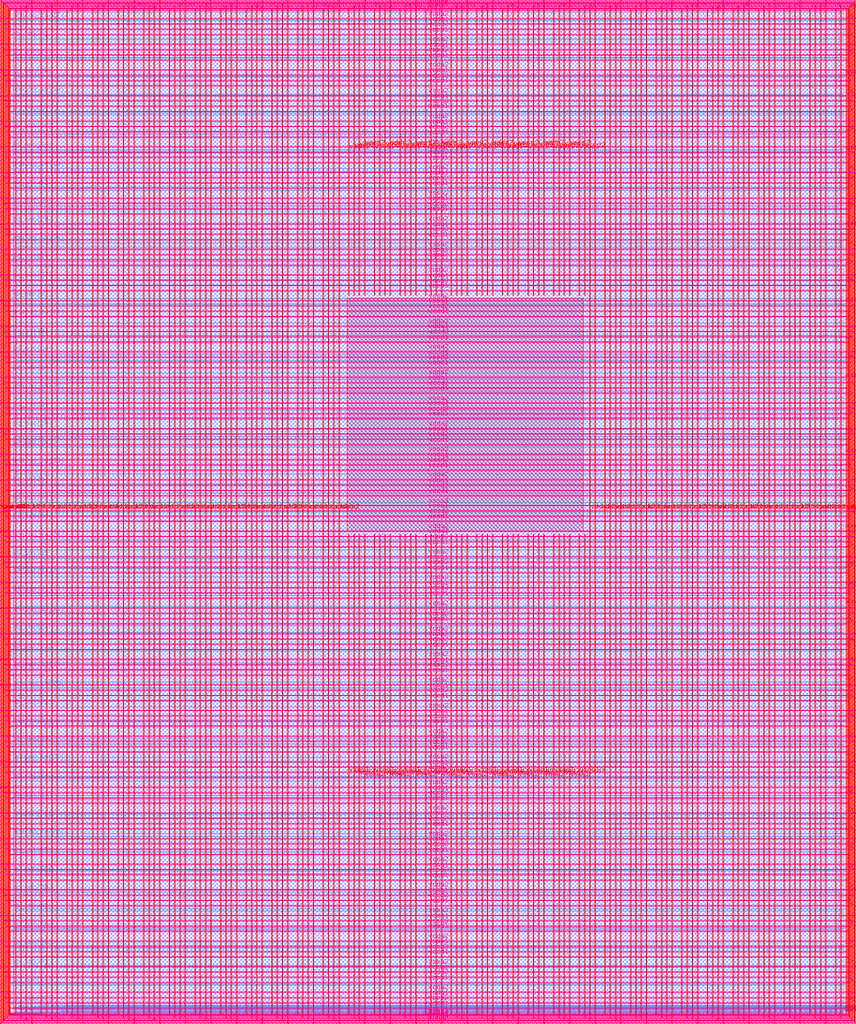
<source format=lef>
VERSION 5.7 ;
  NOWIREEXTENSIONATPIN ON ;
  DIVIDERCHAR "/" ;
  BUSBITCHARS "[]" ;
MACRO user_project_wrapper
  CLASS BLOCK ;
  FOREIGN user_project_wrapper ;
  ORIGIN 0.000 0.000 ;
  SIZE 2920.000 BY 3520.000 ;
  PIN analog_io[0]
    DIRECTION INOUT ;
    USE SIGNAL ;
    PORT
      LAYER met3 ;
        RECT 2917.600 1426.380 2924.800 1427.580 ;
    END
  END analog_io[0]
  PIN analog_io[10]
    DIRECTION INOUT ;
    USE SIGNAL ;
    PORT
      LAYER met2 ;
        RECT 2230.490 3517.600 2231.050 3524.800 ;
    END
  END analog_io[10]
  PIN analog_io[11]
    DIRECTION INOUT ;
    USE SIGNAL ;
    PORT
      LAYER met2 ;
        RECT 1905.730 3517.600 1906.290 3524.800 ;
    END
  END analog_io[11]
  PIN analog_io[12]
    DIRECTION INOUT ;
    USE SIGNAL ;
    PORT
      LAYER met2 ;
        RECT 1581.430 3517.600 1581.990 3524.800 ;
    END
  END analog_io[12]
  PIN analog_io[13]
    DIRECTION INOUT ;
    USE SIGNAL ;
    PORT
      LAYER met2 ;
        RECT 1257.130 3517.600 1257.690 3524.800 ;
    END
  END analog_io[13]
  PIN analog_io[14]
    DIRECTION INOUT ;
    USE SIGNAL ;
    PORT
      LAYER met2 ;
        RECT 932.370 3517.600 932.930 3524.800 ;
    END
  END analog_io[14]
  PIN analog_io[15]
    DIRECTION INOUT ;
    USE SIGNAL ;
    PORT
      LAYER met2 ;
        RECT 608.070 3517.600 608.630 3524.800 ;
    END
  END analog_io[15]
  PIN analog_io[16]
    DIRECTION INOUT ;
    USE SIGNAL ;
    PORT
      LAYER met2 ;
        RECT 283.770 3517.600 284.330 3524.800 ;
    END
  END analog_io[16]
  PIN analog_io[17]
    DIRECTION INOUT ;
    USE SIGNAL ;
    PORT
      LAYER met3 ;
        RECT -4.800 3486.100 2.400 3487.300 ;
    END
  END analog_io[17]
  PIN analog_io[18]
    DIRECTION INOUT ;
    USE SIGNAL ;
    PORT
      LAYER met3 ;
        RECT -4.800 3224.980 2.400 3226.180 ;
    END
  END analog_io[18]
  PIN analog_io[19]
    DIRECTION INOUT ;
    USE SIGNAL ;
    PORT
      LAYER met3 ;
        RECT -4.800 2964.540 2.400 2965.740 ;
    END
  END analog_io[19]
  PIN analog_io[1]
    DIRECTION INOUT ;
    USE SIGNAL ;
    PORT
      LAYER met3 ;
        RECT 2917.600 1692.260 2924.800 1693.460 ;
    END
  END analog_io[1]
  PIN analog_io[20]
    DIRECTION INOUT ;
    USE SIGNAL ;
    PORT
      LAYER met3 ;
        RECT -4.800 2703.420 2.400 2704.620 ;
    END
  END analog_io[20]
  PIN analog_io[21]
    DIRECTION INOUT ;
    USE SIGNAL ;
    PORT
      LAYER met3 ;
        RECT -4.800 2442.980 2.400 2444.180 ;
    END
  END analog_io[21]
  PIN analog_io[22]
    DIRECTION INOUT ;
    USE SIGNAL ;
    PORT
      LAYER met3 ;
        RECT -4.800 2182.540 2.400 2183.740 ;
    END
  END analog_io[22]
  PIN analog_io[23]
    DIRECTION INOUT ;
    USE SIGNAL ;
    PORT
      LAYER met3 ;
        RECT -4.800 1921.420 2.400 1922.620 ;
    END
  END analog_io[23]
  PIN analog_io[24]
    DIRECTION INOUT ;
    USE SIGNAL ;
    PORT
      LAYER met3 ;
        RECT -4.800 1660.980 2.400 1662.180 ;
    END
  END analog_io[24]
  PIN analog_io[25]
    DIRECTION INOUT ;
    USE SIGNAL ;
    PORT
      LAYER met3 ;
        RECT -4.800 1399.860 2.400 1401.060 ;
    END
  END analog_io[25]
  PIN analog_io[26]
    DIRECTION INOUT ;
    USE SIGNAL ;
    PORT
      LAYER met3 ;
        RECT -4.800 1139.420 2.400 1140.620 ;
    END
  END analog_io[26]
  PIN analog_io[27]
    DIRECTION INOUT ;
    USE SIGNAL ;
    PORT
      LAYER met3 ;
        RECT -4.800 878.980 2.400 880.180 ;
    END
  END analog_io[27]
  PIN analog_io[28]
    DIRECTION INOUT ;
    USE SIGNAL ;
    PORT
      LAYER met3 ;
        RECT -4.800 617.860 2.400 619.060 ;
    END
  END analog_io[28]
  PIN analog_io[2]
    DIRECTION INOUT ;
    USE SIGNAL ;
    PORT
      LAYER met3 ;
        RECT 2917.600 1958.140 2924.800 1959.340 ;
    END
  END analog_io[2]
  PIN analog_io[3]
    DIRECTION INOUT ;
    USE SIGNAL ;
    PORT
      LAYER met3 ;
        RECT 2917.600 2223.340 2924.800 2224.540 ;
    END
  END analog_io[3]
  PIN analog_io[4]
    DIRECTION INOUT ;
    USE SIGNAL ;
    PORT
      LAYER met3 ;
        RECT 2917.600 2489.220 2924.800 2490.420 ;
    END
  END analog_io[4]
  PIN analog_io[5]
    DIRECTION INOUT ;
    USE SIGNAL ;
    PORT
      LAYER met3 ;
        RECT 2917.600 2755.100 2924.800 2756.300 ;
    END
  END analog_io[5]
  PIN analog_io[6]
    DIRECTION INOUT ;
    USE SIGNAL ;
    PORT
      LAYER met3 ;
        RECT 2917.600 3020.300 2924.800 3021.500 ;
    END
  END analog_io[6]
  PIN analog_io[7]
    DIRECTION INOUT ;
    USE SIGNAL ;
    PORT
      LAYER met3 ;
        RECT 2917.600 3286.180 2924.800 3287.380 ;
    END
  END analog_io[7]
  PIN analog_io[8]
    DIRECTION INOUT ;
    USE SIGNAL ;
    PORT
      LAYER met2 ;
        RECT 2879.090 3517.600 2879.650 3524.800 ;
    END
  END analog_io[8]
  PIN analog_io[9]
    DIRECTION INOUT ;
    USE SIGNAL ;
    PORT
      LAYER met2 ;
        RECT 2554.790 3517.600 2555.350 3524.800 ;
    END
  END analog_io[9]
  PIN io_in[0]
    DIRECTION INPUT ;
    USE SIGNAL ;
    PORT
      LAYER met3 ;
        RECT 2917.600 32.380 2924.800 33.580 ;
    END
  END io_in[0]
  PIN io_in[10]
    DIRECTION INPUT ;
    USE SIGNAL ;
    PORT
      LAYER met3 ;
        RECT 2917.600 2289.980 2924.800 2291.180 ;
    END
  END io_in[10]
  PIN io_in[11]
    DIRECTION INPUT ;
    USE SIGNAL ;
    PORT
      LAYER met3 ;
        RECT 2917.600 2555.860 2924.800 2557.060 ;
    END
  END io_in[11]
  PIN io_in[12]
    DIRECTION INPUT ;
    USE SIGNAL ;
    PORT
      LAYER met3 ;
        RECT 2917.600 2821.060 2924.800 2822.260 ;
    END
  END io_in[12]
  PIN io_in[13]
    DIRECTION INPUT ;
    USE SIGNAL ;
    PORT
      LAYER met3 ;
        RECT 2917.600 3086.940 2924.800 3088.140 ;
    END
  END io_in[13]
  PIN io_in[14]
    DIRECTION INPUT ;
    USE SIGNAL ;
    PORT
      LAYER met3 ;
        RECT 2917.600 3352.820 2924.800 3354.020 ;
    END
  END io_in[14]
  PIN io_in[15]
    DIRECTION INPUT ;
    USE SIGNAL ;
    PORT
      LAYER met2 ;
        RECT 2798.130 3517.600 2798.690 3524.800 ;
    END
  END io_in[15]
  PIN io_in[16]
    DIRECTION INPUT ;
    USE SIGNAL ;
    PORT
      LAYER met2 ;
        RECT 2473.830 3517.600 2474.390 3524.800 ;
    END
  END io_in[16]
  PIN io_in[17]
    DIRECTION INPUT ;
    USE SIGNAL ;
    PORT
      LAYER met2 ;
        RECT 2149.070 3517.600 2149.630 3524.800 ;
    END
  END io_in[17]
  PIN io_in[18]
    DIRECTION INPUT ;
    USE SIGNAL ;
    PORT
      LAYER met2 ;
        RECT 1824.770 3517.600 1825.330 3524.800 ;
    END
  END io_in[18]
  PIN io_in[19]
    DIRECTION INPUT ;
    USE SIGNAL ;
    PORT
      LAYER met2 ;
        RECT 1500.470 3517.600 1501.030 3524.800 ;
    END
  END io_in[19]
  PIN io_in[1]
    DIRECTION INPUT ;
    USE SIGNAL ;
    PORT
      LAYER met3 ;
        RECT 2917.600 230.940 2924.800 232.140 ;
    END
  END io_in[1]
  PIN io_in[20]
    DIRECTION INPUT ;
    USE SIGNAL ;
    PORT
      LAYER met2 ;
        RECT 1175.710 3517.600 1176.270 3524.800 ;
    END
  END io_in[20]
  PIN io_in[21]
    DIRECTION INPUT ;
    USE SIGNAL ;
    PORT
      LAYER met2 ;
        RECT 851.410 3517.600 851.970 3524.800 ;
    END
  END io_in[21]
  PIN io_in[22]
    DIRECTION INPUT ;
    USE SIGNAL ;
    PORT
      LAYER met2 ;
        RECT 527.110 3517.600 527.670 3524.800 ;
    END
  END io_in[22]
  PIN io_in[23]
    DIRECTION INPUT ;
    USE SIGNAL ;
    PORT
      LAYER met2 ;
        RECT 202.350 3517.600 202.910 3524.800 ;
    END
  END io_in[23]
  PIN io_in[24]
    DIRECTION INPUT ;
    USE SIGNAL ;
    PORT
      LAYER met3 ;
        RECT -4.800 3420.820 2.400 3422.020 ;
    END
  END io_in[24]
  PIN io_in[25]
    DIRECTION INPUT ;
    USE SIGNAL ;
    PORT
      LAYER met3 ;
        RECT -4.800 3159.700 2.400 3160.900 ;
    END
  END io_in[25]
  PIN io_in[26]
    DIRECTION INPUT ;
    USE SIGNAL ;
    PORT
      LAYER met3 ;
        RECT -4.800 2899.260 2.400 2900.460 ;
    END
  END io_in[26]
  PIN io_in[27]
    DIRECTION INPUT ;
    USE SIGNAL ;
    PORT
      LAYER met3 ;
        RECT -4.800 2638.820 2.400 2640.020 ;
    END
  END io_in[27]
  PIN io_in[28]
    DIRECTION INPUT ;
    USE SIGNAL ;
    PORT
      LAYER met3 ;
        RECT -4.800 2377.700 2.400 2378.900 ;
    END
  END io_in[28]
  PIN io_in[29]
    DIRECTION INPUT ;
    USE SIGNAL ;
    PORT
      LAYER met3 ;
        RECT -4.800 2117.260 2.400 2118.460 ;
    END
  END io_in[29]
  PIN io_in[2]
    DIRECTION INPUT ;
    USE SIGNAL ;
    PORT
      LAYER met3 ;
        RECT 2917.600 430.180 2924.800 431.380 ;
    END
  END io_in[2]
  PIN io_in[30]
    DIRECTION INPUT ;
    USE SIGNAL ;
    PORT
      LAYER met3 ;
        RECT -4.800 1856.140 2.400 1857.340 ;
    END
  END io_in[30]
  PIN io_in[31]
    DIRECTION INPUT ;
    USE SIGNAL ;
    PORT
      LAYER met3 ;
        RECT -4.800 1595.700 2.400 1596.900 ;
    END
  END io_in[31]
  PIN io_in[32]
    DIRECTION INPUT ;
    USE SIGNAL ;
    PORT
      LAYER met3 ;
        RECT -4.800 1335.260 2.400 1336.460 ;
    END
  END io_in[32]
  PIN io_in[33]
    DIRECTION INPUT ;
    USE SIGNAL ;
    PORT
      LAYER met3 ;
        RECT -4.800 1074.140 2.400 1075.340 ;
    END
  END io_in[33]
  PIN io_in[34]
    DIRECTION INPUT ;
    USE SIGNAL ;
    PORT
      LAYER met3 ;
        RECT -4.800 813.700 2.400 814.900 ;
    END
  END io_in[34]
  PIN io_in[35]
    DIRECTION INPUT ;
    USE SIGNAL ;
    PORT
      LAYER met3 ;
        RECT -4.800 552.580 2.400 553.780 ;
    END
  END io_in[35]
  PIN io_in[36]
    DIRECTION INPUT ;
    USE SIGNAL ;
    PORT
      LAYER met3 ;
        RECT -4.800 357.420 2.400 358.620 ;
    END
  END io_in[36]
  PIN io_in[37]
    DIRECTION INPUT ;
    USE SIGNAL ;
    PORT
      LAYER met3 ;
        RECT -4.800 161.580 2.400 162.780 ;
    END
  END io_in[37]
  PIN io_in[3]
    DIRECTION INPUT ;
    USE SIGNAL ;
    PORT
      LAYER met3 ;
        RECT 2917.600 629.420 2924.800 630.620 ;
    END
  END io_in[3]
  PIN io_in[4]
    DIRECTION INPUT ;
    USE SIGNAL ;
    PORT
      LAYER met3 ;
        RECT 2917.600 828.660 2924.800 829.860 ;
    END
  END io_in[4]
  PIN io_in[5]
    DIRECTION INPUT ;
    USE SIGNAL ;
    PORT
      LAYER met3 ;
        RECT 2917.600 1027.900 2924.800 1029.100 ;
    END
  END io_in[5]
  PIN io_in[6]
    DIRECTION INPUT ;
    USE SIGNAL ;
    PORT
      LAYER met3 ;
        RECT 2917.600 1227.140 2924.800 1228.340 ;
    END
  END io_in[6]
  PIN io_in[7]
    DIRECTION INPUT ;
    USE SIGNAL ;
    PORT
      LAYER met3 ;
        RECT 2917.600 1493.020 2924.800 1494.220 ;
    END
  END io_in[7]
  PIN io_in[8]
    DIRECTION INPUT ;
    USE SIGNAL ;
    PORT
      LAYER met3 ;
        RECT 2917.600 1758.900 2924.800 1760.100 ;
    END
  END io_in[8]
  PIN io_in[9]
    DIRECTION INPUT ;
    USE SIGNAL ;
    PORT
      LAYER met3 ;
        RECT 2917.600 2024.100 2924.800 2025.300 ;
    END
  END io_in[9]
  PIN io_oeb[0]
    DIRECTION OUTPUT TRISTATE ;
    USE SIGNAL ;
    PORT
      LAYER met3 ;
        RECT 2917.600 164.980 2924.800 166.180 ;
    END
  END io_oeb[0]
  PIN io_oeb[10]
    DIRECTION OUTPUT TRISTATE ;
    USE SIGNAL ;
    PORT
      LAYER met3 ;
        RECT 2917.600 2422.580 2924.800 2423.780 ;
    END
  END io_oeb[10]
  PIN io_oeb[11]
    DIRECTION OUTPUT TRISTATE ;
    USE SIGNAL ;
    PORT
      LAYER met3 ;
        RECT 2917.600 2688.460 2924.800 2689.660 ;
    END
  END io_oeb[11]
  PIN io_oeb[12]
    DIRECTION OUTPUT TRISTATE ;
    USE SIGNAL ;
    PORT
      LAYER met3 ;
        RECT 2917.600 2954.340 2924.800 2955.540 ;
    END
  END io_oeb[12]
  PIN io_oeb[13]
    DIRECTION OUTPUT TRISTATE ;
    USE SIGNAL ;
    PORT
      LAYER met3 ;
        RECT 2917.600 3219.540 2924.800 3220.740 ;
    END
  END io_oeb[13]
  PIN io_oeb[14]
    DIRECTION OUTPUT TRISTATE ;
    USE SIGNAL ;
    PORT
      LAYER met3 ;
        RECT 2917.600 3485.420 2924.800 3486.620 ;
    END
  END io_oeb[14]
  PIN io_oeb[15]
    DIRECTION OUTPUT TRISTATE ;
    USE SIGNAL ;
    PORT
      LAYER met2 ;
        RECT 2635.750 3517.600 2636.310 3524.800 ;
    END
  END io_oeb[15]
  PIN io_oeb[16]
    DIRECTION OUTPUT TRISTATE ;
    USE SIGNAL ;
    PORT
      LAYER met2 ;
        RECT 2311.450 3517.600 2312.010 3524.800 ;
    END
  END io_oeb[16]
  PIN io_oeb[17]
    DIRECTION OUTPUT TRISTATE ;
    USE SIGNAL ;
    PORT
      LAYER met2 ;
        RECT 1987.150 3517.600 1987.710 3524.800 ;
    END
  END io_oeb[17]
  PIN io_oeb[18]
    DIRECTION OUTPUT TRISTATE ;
    USE SIGNAL ;
    PORT
      LAYER met2 ;
        RECT 1662.390 3517.600 1662.950 3524.800 ;
    END
  END io_oeb[18]
  PIN io_oeb[19]
    DIRECTION OUTPUT TRISTATE ;
    USE SIGNAL ;
    PORT
      LAYER met2 ;
        RECT 1338.090 3517.600 1338.650 3524.800 ;
    END
  END io_oeb[19]
  PIN io_oeb[1]
    DIRECTION OUTPUT TRISTATE ;
    USE SIGNAL ;
    PORT
      LAYER met3 ;
        RECT 2917.600 364.220 2924.800 365.420 ;
    END
  END io_oeb[1]
  PIN io_oeb[20]
    DIRECTION OUTPUT TRISTATE ;
    USE SIGNAL ;
    PORT
      LAYER met2 ;
        RECT 1013.790 3517.600 1014.350 3524.800 ;
    END
  END io_oeb[20]
  PIN io_oeb[21]
    DIRECTION OUTPUT TRISTATE ;
    USE SIGNAL ;
    PORT
      LAYER met2 ;
        RECT 689.030 3517.600 689.590 3524.800 ;
    END
  END io_oeb[21]
  PIN io_oeb[22]
    DIRECTION OUTPUT TRISTATE ;
    USE SIGNAL ;
    PORT
      LAYER met2 ;
        RECT 364.730 3517.600 365.290 3524.800 ;
    END
  END io_oeb[22]
  PIN io_oeb[23]
    DIRECTION OUTPUT TRISTATE ;
    USE SIGNAL ;
    PORT
      LAYER met2 ;
        RECT 40.430 3517.600 40.990 3524.800 ;
    END
  END io_oeb[23]
  PIN io_oeb[24]
    DIRECTION OUTPUT TRISTATE ;
    USE SIGNAL ;
    PORT
      LAYER met3 ;
        RECT -4.800 3290.260 2.400 3291.460 ;
    END
  END io_oeb[24]
  PIN io_oeb[25]
    DIRECTION OUTPUT TRISTATE ;
    USE SIGNAL ;
    PORT
      LAYER met3 ;
        RECT -4.800 3029.820 2.400 3031.020 ;
    END
  END io_oeb[25]
  PIN io_oeb[26]
    DIRECTION OUTPUT TRISTATE ;
    USE SIGNAL ;
    PORT
      LAYER met3 ;
        RECT -4.800 2768.700 2.400 2769.900 ;
    END
  END io_oeb[26]
  PIN io_oeb[27]
    DIRECTION OUTPUT TRISTATE ;
    USE SIGNAL ;
    PORT
      LAYER met3 ;
        RECT -4.800 2508.260 2.400 2509.460 ;
    END
  END io_oeb[27]
  PIN io_oeb[28]
    DIRECTION OUTPUT TRISTATE ;
    USE SIGNAL ;
    PORT
      LAYER met3 ;
        RECT -4.800 2247.140 2.400 2248.340 ;
    END
  END io_oeb[28]
  PIN io_oeb[29]
    DIRECTION OUTPUT TRISTATE ;
    USE SIGNAL ;
    PORT
      LAYER met3 ;
        RECT -4.800 1986.700 2.400 1987.900 ;
    END
  END io_oeb[29]
  PIN io_oeb[2]
    DIRECTION OUTPUT TRISTATE ;
    USE SIGNAL ;
    PORT
      LAYER met3 ;
        RECT 2917.600 563.460 2924.800 564.660 ;
    END
  END io_oeb[2]
  PIN io_oeb[30]
    DIRECTION OUTPUT TRISTATE ;
    USE SIGNAL ;
    PORT
      LAYER met3 ;
        RECT -4.800 1726.260 2.400 1727.460 ;
    END
  END io_oeb[30]
  PIN io_oeb[31]
    DIRECTION OUTPUT TRISTATE ;
    USE SIGNAL ;
    PORT
      LAYER met3 ;
        RECT -4.800 1465.140 2.400 1466.340 ;
    END
  END io_oeb[31]
  PIN io_oeb[32]
    DIRECTION OUTPUT TRISTATE ;
    USE SIGNAL ;
    PORT
      LAYER met3 ;
        RECT -4.800 1204.700 2.400 1205.900 ;
    END
  END io_oeb[32]
  PIN io_oeb[33]
    DIRECTION OUTPUT TRISTATE ;
    USE SIGNAL ;
    PORT
      LAYER met3 ;
        RECT -4.800 943.580 2.400 944.780 ;
    END
  END io_oeb[33]
  PIN io_oeb[34]
    DIRECTION OUTPUT TRISTATE ;
    USE SIGNAL ;
    PORT
      LAYER met3 ;
        RECT -4.800 683.140 2.400 684.340 ;
    END
  END io_oeb[34]
  PIN io_oeb[35]
    DIRECTION OUTPUT TRISTATE ;
    USE SIGNAL ;
    PORT
      LAYER met3 ;
        RECT -4.800 422.700 2.400 423.900 ;
    END
  END io_oeb[35]
  PIN io_oeb[36]
    DIRECTION OUTPUT TRISTATE ;
    USE SIGNAL ;
    PORT
      LAYER met3 ;
        RECT -4.800 226.860 2.400 228.060 ;
    END
  END io_oeb[36]
  PIN io_oeb[37]
    DIRECTION OUTPUT TRISTATE ;
    USE SIGNAL ;
    PORT
      LAYER met3 ;
        RECT -4.800 31.700 2.400 32.900 ;
    END
  END io_oeb[37]
  PIN io_oeb[3]
    DIRECTION OUTPUT TRISTATE ;
    USE SIGNAL ;
    PORT
      LAYER met3 ;
        RECT 2917.600 762.700 2924.800 763.900 ;
    END
  END io_oeb[3]
  PIN io_oeb[4]
    DIRECTION OUTPUT TRISTATE ;
    USE SIGNAL ;
    PORT
      LAYER met3 ;
        RECT 2917.600 961.940 2924.800 963.140 ;
    END
  END io_oeb[4]
  PIN io_oeb[5]
    DIRECTION OUTPUT TRISTATE ;
    USE SIGNAL ;
    PORT
      LAYER met3 ;
        RECT 2917.600 1161.180 2924.800 1162.380 ;
    END
  END io_oeb[5]
  PIN io_oeb[6]
    DIRECTION OUTPUT TRISTATE ;
    USE SIGNAL ;
    PORT
      LAYER met3 ;
        RECT 2917.600 1360.420 2924.800 1361.620 ;
    END
  END io_oeb[6]
  PIN io_oeb[7]
    DIRECTION OUTPUT TRISTATE ;
    USE SIGNAL ;
    PORT
      LAYER met3 ;
        RECT 2917.600 1625.620 2924.800 1626.820 ;
    END
  END io_oeb[7]
  PIN io_oeb[8]
    DIRECTION OUTPUT TRISTATE ;
    USE SIGNAL ;
    PORT
      LAYER met3 ;
        RECT 2917.600 1891.500 2924.800 1892.700 ;
    END
  END io_oeb[8]
  PIN io_oeb[9]
    DIRECTION OUTPUT TRISTATE ;
    USE SIGNAL ;
    PORT
      LAYER met3 ;
        RECT 2917.600 2157.380 2924.800 2158.580 ;
    END
  END io_oeb[9]
  PIN io_out[0]
    DIRECTION OUTPUT TRISTATE ;
    USE SIGNAL ;
    PORT
      LAYER met3 ;
        RECT 2917.600 98.340 2924.800 99.540 ;
    END
  END io_out[0]
  PIN io_out[10]
    DIRECTION OUTPUT TRISTATE ;
    USE SIGNAL ;
    PORT
      LAYER met3 ;
        RECT 2917.600 2356.620 2924.800 2357.820 ;
    END
  END io_out[10]
  PIN io_out[11]
    DIRECTION OUTPUT TRISTATE ;
    USE SIGNAL ;
    PORT
      LAYER met3 ;
        RECT 2917.600 2621.820 2924.800 2623.020 ;
    END
  END io_out[11]
  PIN io_out[12]
    DIRECTION OUTPUT TRISTATE ;
    USE SIGNAL ;
    PORT
      LAYER met3 ;
        RECT 2917.600 2887.700 2924.800 2888.900 ;
    END
  END io_out[12]
  PIN io_out[13]
    DIRECTION OUTPUT TRISTATE ;
    USE SIGNAL ;
    PORT
      LAYER met3 ;
        RECT 2917.600 3153.580 2924.800 3154.780 ;
    END
  END io_out[13]
  PIN io_out[14]
    DIRECTION OUTPUT TRISTATE ;
    USE SIGNAL ;
    PORT
      LAYER met3 ;
        RECT 2917.600 3418.780 2924.800 3419.980 ;
    END
  END io_out[14]
  PIN io_out[15]
    DIRECTION OUTPUT TRISTATE ;
    USE SIGNAL ;
    PORT
      LAYER met2 ;
        RECT 2717.170 3517.600 2717.730 3524.800 ;
    END
  END io_out[15]
  PIN io_out[16]
    DIRECTION OUTPUT TRISTATE ;
    USE SIGNAL ;
    PORT
      LAYER met2 ;
        RECT 2392.410 3517.600 2392.970 3524.800 ;
    END
  END io_out[16]
  PIN io_out[17]
    DIRECTION OUTPUT TRISTATE ;
    USE SIGNAL ;
    PORT
      LAYER met2 ;
        RECT 2068.110 3517.600 2068.670 3524.800 ;
    END
  END io_out[17]
  PIN io_out[18]
    DIRECTION OUTPUT TRISTATE ;
    USE SIGNAL ;
    PORT
      LAYER met2 ;
        RECT 1743.810 3517.600 1744.370 3524.800 ;
    END
  END io_out[18]
  PIN io_out[19]
    DIRECTION OUTPUT TRISTATE ;
    USE SIGNAL ;
    PORT
      LAYER met2 ;
        RECT 1419.050 3517.600 1419.610 3524.800 ;
    END
  END io_out[19]
  PIN io_out[1]
    DIRECTION OUTPUT TRISTATE ;
    USE SIGNAL ;
    PORT
      LAYER met3 ;
        RECT 2917.600 297.580 2924.800 298.780 ;
    END
  END io_out[1]
  PIN io_out[20]
    DIRECTION OUTPUT TRISTATE ;
    USE SIGNAL ;
    PORT
      LAYER met2 ;
        RECT 1094.750 3517.600 1095.310 3524.800 ;
    END
  END io_out[20]
  PIN io_out[21]
    DIRECTION OUTPUT TRISTATE ;
    USE SIGNAL ;
    PORT
      LAYER met2 ;
        RECT 770.450 3517.600 771.010 3524.800 ;
    END
  END io_out[21]
  PIN io_out[22]
    DIRECTION OUTPUT TRISTATE ;
    USE SIGNAL ;
    PORT
      LAYER met2 ;
        RECT 445.690 3517.600 446.250 3524.800 ;
    END
  END io_out[22]
  PIN io_out[23]
    DIRECTION OUTPUT TRISTATE ;
    USE SIGNAL ;
    PORT
      LAYER met2 ;
        RECT 121.390 3517.600 121.950 3524.800 ;
    END
  END io_out[23]
  PIN io_out[24]
    DIRECTION OUTPUT TRISTATE ;
    USE SIGNAL ;
    PORT
      LAYER met3 ;
        RECT -4.800 3355.540 2.400 3356.740 ;
    END
  END io_out[24]
  PIN io_out[25]
    DIRECTION OUTPUT TRISTATE ;
    USE SIGNAL ;
    PORT
      LAYER met3 ;
        RECT -4.800 3095.100 2.400 3096.300 ;
    END
  END io_out[25]
  PIN io_out[26]
    DIRECTION OUTPUT TRISTATE ;
    USE SIGNAL ;
    PORT
      LAYER met3 ;
        RECT -4.800 2833.980 2.400 2835.180 ;
    END
  END io_out[26]
  PIN io_out[27]
    DIRECTION OUTPUT TRISTATE ;
    USE SIGNAL ;
    PORT
      LAYER met3 ;
        RECT -4.800 2573.540 2.400 2574.740 ;
    END
  END io_out[27]
  PIN io_out[28]
    DIRECTION OUTPUT TRISTATE ;
    USE SIGNAL ;
    PORT
      LAYER met3 ;
        RECT -4.800 2312.420 2.400 2313.620 ;
    END
  END io_out[28]
  PIN io_out[29]
    DIRECTION OUTPUT TRISTATE ;
    USE SIGNAL ;
    PORT
      LAYER met3 ;
        RECT -4.800 2051.980 2.400 2053.180 ;
    END
  END io_out[29]
  PIN io_out[2]
    DIRECTION OUTPUT TRISTATE ;
    USE SIGNAL ;
    PORT
      LAYER met3 ;
        RECT 2917.600 496.820 2924.800 498.020 ;
    END
  END io_out[2]
  PIN io_out[30]
    DIRECTION OUTPUT TRISTATE ;
    USE SIGNAL ;
    PORT
      LAYER met3 ;
        RECT -4.800 1791.540 2.400 1792.740 ;
    END
  END io_out[30]
  PIN io_out[31]
    DIRECTION OUTPUT TRISTATE ;
    USE SIGNAL ;
    PORT
      LAYER met3 ;
        RECT -4.800 1530.420 2.400 1531.620 ;
    END
  END io_out[31]
  PIN io_out[32]
    DIRECTION OUTPUT TRISTATE ;
    USE SIGNAL ;
    PORT
      LAYER met3 ;
        RECT -4.800 1269.980 2.400 1271.180 ;
    END
  END io_out[32]
  PIN io_out[33]
    DIRECTION OUTPUT TRISTATE ;
    USE SIGNAL ;
    PORT
      LAYER met3 ;
        RECT -4.800 1008.860 2.400 1010.060 ;
    END
  END io_out[33]
  PIN io_out[34]
    DIRECTION OUTPUT TRISTATE ;
    USE SIGNAL ;
    PORT
      LAYER met3 ;
        RECT -4.800 748.420 2.400 749.620 ;
    END
  END io_out[34]
  PIN io_out[35]
    DIRECTION OUTPUT TRISTATE ;
    USE SIGNAL ;
    PORT
      LAYER met3 ;
        RECT -4.800 487.300 2.400 488.500 ;
    END
  END io_out[35]
  PIN io_out[36]
    DIRECTION OUTPUT TRISTATE ;
    USE SIGNAL ;
    PORT
      LAYER met3 ;
        RECT -4.800 292.140 2.400 293.340 ;
    END
  END io_out[36]
  PIN io_out[37]
    DIRECTION OUTPUT TRISTATE ;
    USE SIGNAL ;
    PORT
      LAYER met3 ;
        RECT -4.800 96.300 2.400 97.500 ;
    END
  END io_out[37]
  PIN io_out[3]
    DIRECTION OUTPUT TRISTATE ;
    USE SIGNAL ;
    PORT
      LAYER met3 ;
        RECT 2917.600 696.060 2924.800 697.260 ;
    END
  END io_out[3]
  PIN io_out[4]
    DIRECTION OUTPUT TRISTATE ;
    USE SIGNAL ;
    PORT
      LAYER met3 ;
        RECT 2917.600 895.300 2924.800 896.500 ;
    END
  END io_out[4]
  PIN io_out[5]
    DIRECTION OUTPUT TRISTATE ;
    USE SIGNAL ;
    PORT
      LAYER met3 ;
        RECT 2917.600 1094.540 2924.800 1095.740 ;
    END
  END io_out[5]
  PIN io_out[6]
    DIRECTION OUTPUT TRISTATE ;
    USE SIGNAL ;
    PORT
      LAYER met3 ;
        RECT 2917.600 1293.780 2924.800 1294.980 ;
    END
  END io_out[6]
  PIN io_out[7]
    DIRECTION OUTPUT TRISTATE ;
    USE SIGNAL ;
    PORT
      LAYER met3 ;
        RECT 2917.600 1559.660 2924.800 1560.860 ;
    END
  END io_out[7]
  PIN io_out[8]
    DIRECTION OUTPUT TRISTATE ;
    USE SIGNAL ;
    PORT
      LAYER met3 ;
        RECT 2917.600 1824.860 2924.800 1826.060 ;
    END
  END io_out[8]
  PIN io_out[9]
    DIRECTION OUTPUT TRISTATE ;
    USE SIGNAL ;
    PORT
      LAYER met3 ;
        RECT 2917.600 2090.740 2924.800 2091.940 ;
    END
  END io_out[9]
  PIN la_data_in[0]
    DIRECTION INPUT ;
    USE SIGNAL ;
    PORT
      LAYER met2 ;
        RECT 629.230 -4.800 629.790 2.400 ;
    END
  END la_data_in[0]
  PIN la_data_in[100]
    DIRECTION INPUT ;
    USE SIGNAL ;
    PORT
      LAYER met2 ;
        RECT 2402.530 -4.800 2403.090 2.400 ;
    END
  END la_data_in[100]
  PIN la_data_in[101]
    DIRECTION INPUT ;
    USE SIGNAL ;
    PORT
      LAYER met2 ;
        RECT 2420.010 -4.800 2420.570 2.400 ;
    END
  END la_data_in[101]
  PIN la_data_in[102]
    DIRECTION INPUT ;
    USE SIGNAL ;
    PORT
      LAYER met2 ;
        RECT 2437.950 -4.800 2438.510 2.400 ;
    END
  END la_data_in[102]
  PIN la_data_in[103]
    DIRECTION INPUT ;
    USE SIGNAL ;
    PORT
      LAYER met2 ;
        RECT 2455.430 -4.800 2455.990 2.400 ;
    END
  END la_data_in[103]
  PIN la_data_in[104]
    DIRECTION INPUT ;
    USE SIGNAL ;
    PORT
      LAYER met2 ;
        RECT 2473.370 -4.800 2473.930 2.400 ;
    END
  END la_data_in[104]
  PIN la_data_in[105]
    DIRECTION INPUT ;
    USE SIGNAL ;
    PORT
      LAYER met2 ;
        RECT 2490.850 -4.800 2491.410 2.400 ;
    END
  END la_data_in[105]
  PIN la_data_in[106]
    DIRECTION INPUT ;
    USE SIGNAL ;
    PORT
      LAYER met2 ;
        RECT 2508.790 -4.800 2509.350 2.400 ;
    END
  END la_data_in[106]
  PIN la_data_in[107]
    DIRECTION INPUT ;
    USE SIGNAL ;
    PORT
      LAYER met2 ;
        RECT 2526.730 -4.800 2527.290 2.400 ;
    END
  END la_data_in[107]
  PIN la_data_in[108]
    DIRECTION INPUT ;
    USE SIGNAL ;
    PORT
      LAYER met2 ;
        RECT 2544.210 -4.800 2544.770 2.400 ;
    END
  END la_data_in[108]
  PIN la_data_in[109]
    DIRECTION INPUT ;
    USE SIGNAL ;
    PORT
      LAYER met2 ;
        RECT 2562.150 -4.800 2562.710 2.400 ;
    END
  END la_data_in[109]
  PIN la_data_in[10]
    DIRECTION INPUT ;
    USE SIGNAL ;
    PORT
      LAYER met2 ;
        RECT 806.330 -4.800 806.890 2.400 ;
    END
  END la_data_in[10]
  PIN la_data_in[110]
    DIRECTION INPUT ;
    USE SIGNAL ;
    PORT
      LAYER met2 ;
        RECT 2579.630 -4.800 2580.190 2.400 ;
    END
  END la_data_in[110]
  PIN la_data_in[111]
    DIRECTION INPUT ;
    USE SIGNAL ;
    PORT
      LAYER met2 ;
        RECT 2597.570 -4.800 2598.130 2.400 ;
    END
  END la_data_in[111]
  PIN la_data_in[112]
    DIRECTION INPUT ;
    USE SIGNAL ;
    PORT
      LAYER met2 ;
        RECT 2615.050 -4.800 2615.610 2.400 ;
    END
  END la_data_in[112]
  PIN la_data_in[113]
    DIRECTION INPUT ;
    USE SIGNAL ;
    PORT
      LAYER met2 ;
        RECT 2632.990 -4.800 2633.550 2.400 ;
    END
  END la_data_in[113]
  PIN la_data_in[114]
    DIRECTION INPUT ;
    USE SIGNAL ;
    PORT
      LAYER met2 ;
        RECT 2650.470 -4.800 2651.030 2.400 ;
    END
  END la_data_in[114]
  PIN la_data_in[115]
    DIRECTION INPUT ;
    USE SIGNAL ;
    PORT
      LAYER met2 ;
        RECT 2668.410 -4.800 2668.970 2.400 ;
    END
  END la_data_in[115]
  PIN la_data_in[116]
    DIRECTION INPUT ;
    USE SIGNAL ;
    PORT
      LAYER met2 ;
        RECT 2685.890 -4.800 2686.450 2.400 ;
    END
  END la_data_in[116]
  PIN la_data_in[117]
    DIRECTION INPUT ;
    USE SIGNAL ;
    PORT
      LAYER met2 ;
        RECT 2703.830 -4.800 2704.390 2.400 ;
    END
  END la_data_in[117]
  PIN la_data_in[118]
    DIRECTION INPUT ;
    USE SIGNAL ;
    PORT
      LAYER met2 ;
        RECT 2721.770 -4.800 2722.330 2.400 ;
    END
  END la_data_in[118]
  PIN la_data_in[119]
    DIRECTION INPUT ;
    USE SIGNAL ;
    PORT
      LAYER met2 ;
        RECT 2739.250 -4.800 2739.810 2.400 ;
    END
  END la_data_in[119]
  PIN la_data_in[11]
    DIRECTION INPUT ;
    USE SIGNAL ;
    PORT
      LAYER met2 ;
        RECT 824.270 -4.800 824.830 2.400 ;
    END
  END la_data_in[11]
  PIN la_data_in[120]
    DIRECTION INPUT ;
    USE SIGNAL ;
    PORT
      LAYER met2 ;
        RECT 2757.190 -4.800 2757.750 2.400 ;
    END
  END la_data_in[120]
  PIN la_data_in[121]
    DIRECTION INPUT ;
    USE SIGNAL ;
    PORT
      LAYER met2 ;
        RECT 2774.670 -4.800 2775.230 2.400 ;
    END
  END la_data_in[121]
  PIN la_data_in[122]
    DIRECTION INPUT ;
    USE SIGNAL ;
    PORT
      LAYER met2 ;
        RECT 2792.610 -4.800 2793.170 2.400 ;
    END
  END la_data_in[122]
  PIN la_data_in[123]
    DIRECTION INPUT ;
    USE SIGNAL ;
    PORT
      LAYER met2 ;
        RECT 2810.090 -4.800 2810.650 2.400 ;
    END
  END la_data_in[123]
  PIN la_data_in[124]
    DIRECTION INPUT ;
    USE SIGNAL ;
    PORT
      LAYER met2 ;
        RECT 2828.030 -4.800 2828.590 2.400 ;
    END
  END la_data_in[124]
  PIN la_data_in[125]
    DIRECTION INPUT ;
    USE SIGNAL ;
    PORT
      LAYER met2 ;
        RECT 2845.510 -4.800 2846.070 2.400 ;
    END
  END la_data_in[125]
  PIN la_data_in[126]
    DIRECTION INPUT ;
    USE SIGNAL ;
    PORT
      LAYER met2 ;
        RECT 2863.450 -4.800 2864.010 2.400 ;
    END
  END la_data_in[126]
  PIN la_data_in[127]
    DIRECTION INPUT ;
    USE SIGNAL ;
    PORT
      LAYER met2 ;
        RECT 2881.390 -4.800 2881.950 2.400 ;
    END
  END la_data_in[127]
  PIN la_data_in[12]
    DIRECTION INPUT ;
    USE SIGNAL ;
    PORT
      LAYER met2 ;
        RECT 841.750 -4.800 842.310 2.400 ;
    END
  END la_data_in[12]
  PIN la_data_in[13]
    DIRECTION INPUT ;
    USE SIGNAL ;
    PORT
      LAYER met2 ;
        RECT 859.690 -4.800 860.250 2.400 ;
    END
  END la_data_in[13]
  PIN la_data_in[14]
    DIRECTION INPUT ;
    USE SIGNAL ;
    PORT
      LAYER met2 ;
        RECT 877.170 -4.800 877.730 2.400 ;
    END
  END la_data_in[14]
  PIN la_data_in[15]
    DIRECTION INPUT ;
    USE SIGNAL ;
    PORT
      LAYER met2 ;
        RECT 895.110 -4.800 895.670 2.400 ;
    END
  END la_data_in[15]
  PIN la_data_in[16]
    DIRECTION INPUT ;
    USE SIGNAL ;
    PORT
      LAYER met2 ;
        RECT 912.590 -4.800 913.150 2.400 ;
    END
  END la_data_in[16]
  PIN la_data_in[17]
    DIRECTION INPUT ;
    USE SIGNAL ;
    PORT
      LAYER met2 ;
        RECT 930.530 -4.800 931.090 2.400 ;
    END
  END la_data_in[17]
  PIN la_data_in[18]
    DIRECTION INPUT ;
    USE SIGNAL ;
    PORT
      LAYER met2 ;
        RECT 948.470 -4.800 949.030 2.400 ;
    END
  END la_data_in[18]
  PIN la_data_in[19]
    DIRECTION INPUT ;
    USE SIGNAL ;
    PORT
      LAYER met2 ;
        RECT 965.950 -4.800 966.510 2.400 ;
    END
  END la_data_in[19]
  PIN la_data_in[1]
    DIRECTION INPUT ;
    USE SIGNAL ;
    PORT
      LAYER met2 ;
        RECT 646.710 -4.800 647.270 2.400 ;
    END
  END la_data_in[1]
  PIN la_data_in[20]
    DIRECTION INPUT ;
    USE SIGNAL ;
    PORT
      LAYER met2 ;
        RECT 983.890 -4.800 984.450 2.400 ;
    END
  END la_data_in[20]
  PIN la_data_in[21]
    DIRECTION INPUT ;
    USE SIGNAL ;
    PORT
      LAYER met2 ;
        RECT 1001.370 -4.800 1001.930 2.400 ;
    END
  END la_data_in[21]
  PIN la_data_in[22]
    DIRECTION INPUT ;
    USE SIGNAL ;
    PORT
      LAYER met2 ;
        RECT 1019.310 -4.800 1019.870 2.400 ;
    END
  END la_data_in[22]
  PIN la_data_in[23]
    DIRECTION INPUT ;
    USE SIGNAL ;
    PORT
      LAYER met2 ;
        RECT 1036.790 -4.800 1037.350 2.400 ;
    END
  END la_data_in[23]
  PIN la_data_in[24]
    DIRECTION INPUT ;
    USE SIGNAL ;
    PORT
      LAYER met2 ;
        RECT 1054.730 -4.800 1055.290 2.400 ;
    END
  END la_data_in[24]
  PIN la_data_in[25]
    DIRECTION INPUT ;
    USE SIGNAL ;
    PORT
      LAYER met2 ;
        RECT 1072.210 -4.800 1072.770 2.400 ;
    END
  END la_data_in[25]
  PIN la_data_in[26]
    DIRECTION INPUT ;
    USE SIGNAL ;
    PORT
      LAYER met2 ;
        RECT 1090.150 -4.800 1090.710 2.400 ;
    END
  END la_data_in[26]
  PIN la_data_in[27]
    DIRECTION INPUT ;
    USE SIGNAL ;
    PORT
      LAYER met2 ;
        RECT 1107.630 -4.800 1108.190 2.400 ;
    END
  END la_data_in[27]
  PIN la_data_in[28]
    DIRECTION INPUT ;
    USE SIGNAL ;
    PORT
      LAYER met2 ;
        RECT 1125.570 -4.800 1126.130 2.400 ;
    END
  END la_data_in[28]
  PIN la_data_in[29]
    DIRECTION INPUT ;
    USE SIGNAL ;
    PORT
      LAYER met2 ;
        RECT 1143.510 -4.800 1144.070 2.400 ;
    END
  END la_data_in[29]
  PIN la_data_in[2]
    DIRECTION INPUT ;
    USE SIGNAL ;
    PORT
      LAYER met2 ;
        RECT 664.650 -4.800 665.210 2.400 ;
    END
  END la_data_in[2]
  PIN la_data_in[30]
    DIRECTION INPUT ;
    USE SIGNAL ;
    PORT
      LAYER met2 ;
        RECT 1160.990 -4.800 1161.550 2.400 ;
    END
  END la_data_in[30]
  PIN la_data_in[31]
    DIRECTION INPUT ;
    USE SIGNAL ;
    PORT
      LAYER met2 ;
        RECT 1178.930 -4.800 1179.490 2.400 ;
    END
  END la_data_in[31]
  PIN la_data_in[32]
    DIRECTION INPUT ;
    USE SIGNAL ;
    PORT
      LAYER met2 ;
        RECT 1196.410 -4.800 1196.970 2.400 ;
    END
  END la_data_in[32]
  PIN la_data_in[33]
    DIRECTION INPUT ;
    USE SIGNAL ;
    PORT
      LAYER met2 ;
        RECT 1214.350 -4.800 1214.910 2.400 ;
    END
  END la_data_in[33]
  PIN la_data_in[34]
    DIRECTION INPUT ;
    USE SIGNAL ;
    PORT
      LAYER met2 ;
        RECT 1231.830 -4.800 1232.390 2.400 ;
    END
  END la_data_in[34]
  PIN la_data_in[35]
    DIRECTION INPUT ;
    USE SIGNAL ;
    PORT
      LAYER met2 ;
        RECT 1249.770 -4.800 1250.330 2.400 ;
    END
  END la_data_in[35]
  PIN la_data_in[36]
    DIRECTION INPUT ;
    USE SIGNAL ;
    PORT
      LAYER met2 ;
        RECT 1267.250 -4.800 1267.810 2.400 ;
    END
  END la_data_in[36]
  PIN la_data_in[37]
    DIRECTION INPUT ;
    USE SIGNAL ;
    PORT
      LAYER met2 ;
        RECT 1285.190 -4.800 1285.750 2.400 ;
    END
  END la_data_in[37]
  PIN la_data_in[38]
    DIRECTION INPUT ;
    USE SIGNAL ;
    PORT
      LAYER met2 ;
        RECT 1303.130 -4.800 1303.690 2.400 ;
    END
  END la_data_in[38]
  PIN la_data_in[39]
    DIRECTION INPUT ;
    USE SIGNAL ;
    PORT
      LAYER met2 ;
        RECT 1320.610 -4.800 1321.170 2.400 ;
    END
  END la_data_in[39]
  PIN la_data_in[3]
    DIRECTION INPUT ;
    USE SIGNAL ;
    PORT
      LAYER met2 ;
        RECT 682.130 -4.800 682.690 2.400 ;
    END
  END la_data_in[3]
  PIN la_data_in[40]
    DIRECTION INPUT ;
    USE SIGNAL ;
    PORT
      LAYER met2 ;
        RECT 1338.550 -4.800 1339.110 2.400 ;
    END
  END la_data_in[40]
  PIN la_data_in[41]
    DIRECTION INPUT ;
    USE SIGNAL ;
    PORT
      LAYER met2 ;
        RECT 1356.030 -4.800 1356.590 2.400 ;
    END
  END la_data_in[41]
  PIN la_data_in[42]
    DIRECTION INPUT ;
    USE SIGNAL ;
    PORT
      LAYER met2 ;
        RECT 1373.970 -4.800 1374.530 2.400 ;
    END
  END la_data_in[42]
  PIN la_data_in[43]
    DIRECTION INPUT ;
    USE SIGNAL ;
    PORT
      LAYER met2 ;
        RECT 1391.450 -4.800 1392.010 2.400 ;
    END
  END la_data_in[43]
  PIN la_data_in[44]
    DIRECTION INPUT ;
    USE SIGNAL ;
    PORT
      LAYER met2 ;
        RECT 1409.390 -4.800 1409.950 2.400 ;
    END
  END la_data_in[44]
  PIN la_data_in[45]
    DIRECTION INPUT ;
    USE SIGNAL ;
    PORT
      LAYER met2 ;
        RECT 1426.870 -4.800 1427.430 2.400 ;
    END
  END la_data_in[45]
  PIN la_data_in[46]
    DIRECTION INPUT ;
    USE SIGNAL ;
    PORT
      LAYER met2 ;
        RECT 1444.810 -4.800 1445.370 2.400 ;
    END
  END la_data_in[46]
  PIN la_data_in[47]
    DIRECTION INPUT ;
    USE SIGNAL ;
    PORT
      LAYER met2 ;
        RECT 1462.750 -4.800 1463.310 2.400 ;
    END
  END la_data_in[47]
  PIN la_data_in[48]
    DIRECTION INPUT ;
    USE SIGNAL ;
    PORT
      LAYER met2 ;
        RECT 1480.230 -4.800 1480.790 2.400 ;
    END
  END la_data_in[48]
  PIN la_data_in[49]
    DIRECTION INPUT ;
    USE SIGNAL ;
    PORT
      LAYER met2 ;
        RECT 1498.170 -4.800 1498.730 2.400 ;
    END
  END la_data_in[49]
  PIN la_data_in[4]
    DIRECTION INPUT ;
    USE SIGNAL ;
    PORT
      LAYER met2 ;
        RECT 700.070 -4.800 700.630 2.400 ;
    END
  END la_data_in[4]
  PIN la_data_in[50]
    DIRECTION INPUT ;
    USE SIGNAL ;
    PORT
      LAYER met2 ;
        RECT 1515.650 -4.800 1516.210 2.400 ;
    END
  END la_data_in[50]
  PIN la_data_in[51]
    DIRECTION INPUT ;
    USE SIGNAL ;
    PORT
      LAYER met2 ;
        RECT 1533.590 -4.800 1534.150 2.400 ;
    END
  END la_data_in[51]
  PIN la_data_in[52]
    DIRECTION INPUT ;
    USE SIGNAL ;
    PORT
      LAYER met2 ;
        RECT 1551.070 -4.800 1551.630 2.400 ;
    END
  END la_data_in[52]
  PIN la_data_in[53]
    DIRECTION INPUT ;
    USE SIGNAL ;
    PORT
      LAYER met2 ;
        RECT 1569.010 -4.800 1569.570 2.400 ;
    END
  END la_data_in[53]
  PIN la_data_in[54]
    DIRECTION INPUT ;
    USE SIGNAL ;
    PORT
      LAYER met2 ;
        RECT 1586.490 -4.800 1587.050 2.400 ;
    END
  END la_data_in[54]
  PIN la_data_in[55]
    DIRECTION INPUT ;
    USE SIGNAL ;
    PORT
      LAYER met2 ;
        RECT 1604.430 -4.800 1604.990 2.400 ;
    END
  END la_data_in[55]
  PIN la_data_in[56]
    DIRECTION INPUT ;
    USE SIGNAL ;
    PORT
      LAYER met2 ;
        RECT 1621.910 -4.800 1622.470 2.400 ;
    END
  END la_data_in[56]
  PIN la_data_in[57]
    DIRECTION INPUT ;
    USE SIGNAL ;
    PORT
      LAYER met2 ;
        RECT 1639.850 -4.800 1640.410 2.400 ;
    END
  END la_data_in[57]
  PIN la_data_in[58]
    DIRECTION INPUT ;
    USE SIGNAL ;
    PORT
      LAYER met2 ;
        RECT 1657.790 -4.800 1658.350 2.400 ;
    END
  END la_data_in[58]
  PIN la_data_in[59]
    DIRECTION INPUT ;
    USE SIGNAL ;
    PORT
      LAYER met2 ;
        RECT 1675.270 -4.800 1675.830 2.400 ;
    END
  END la_data_in[59]
  PIN la_data_in[5]
    DIRECTION INPUT ;
    USE SIGNAL ;
    PORT
      LAYER met2 ;
        RECT 717.550 -4.800 718.110 2.400 ;
    END
  END la_data_in[5]
  PIN la_data_in[60]
    DIRECTION INPUT ;
    USE SIGNAL ;
    PORT
      LAYER met2 ;
        RECT 1693.210 -4.800 1693.770 2.400 ;
    END
  END la_data_in[60]
  PIN la_data_in[61]
    DIRECTION INPUT ;
    USE SIGNAL ;
    PORT
      LAYER met2 ;
        RECT 1710.690 -4.800 1711.250 2.400 ;
    END
  END la_data_in[61]
  PIN la_data_in[62]
    DIRECTION INPUT ;
    USE SIGNAL ;
    PORT
      LAYER met2 ;
        RECT 1728.630 -4.800 1729.190 2.400 ;
    END
  END la_data_in[62]
  PIN la_data_in[63]
    DIRECTION INPUT ;
    USE SIGNAL ;
    PORT
      LAYER met2 ;
        RECT 1746.110 -4.800 1746.670 2.400 ;
    END
  END la_data_in[63]
  PIN la_data_in[64]
    DIRECTION INPUT ;
    USE SIGNAL ;
    PORT
      LAYER met2 ;
        RECT 1764.050 -4.800 1764.610 2.400 ;
    END
  END la_data_in[64]
  PIN la_data_in[65]
    DIRECTION INPUT ;
    USE SIGNAL ;
    PORT
      LAYER met2 ;
        RECT 1781.530 -4.800 1782.090 2.400 ;
    END
  END la_data_in[65]
  PIN la_data_in[66]
    DIRECTION INPUT ;
    USE SIGNAL ;
    PORT
      LAYER met2 ;
        RECT 1799.470 -4.800 1800.030 2.400 ;
    END
  END la_data_in[66]
  PIN la_data_in[67]
    DIRECTION INPUT ;
    USE SIGNAL ;
    PORT
      LAYER met2 ;
        RECT 1817.410 -4.800 1817.970 2.400 ;
    END
  END la_data_in[67]
  PIN la_data_in[68]
    DIRECTION INPUT ;
    USE SIGNAL ;
    PORT
      LAYER met2 ;
        RECT 1834.890 -4.800 1835.450 2.400 ;
    END
  END la_data_in[68]
  PIN la_data_in[69]
    DIRECTION INPUT ;
    USE SIGNAL ;
    PORT
      LAYER met2 ;
        RECT 1852.830 -4.800 1853.390 2.400 ;
    END
  END la_data_in[69]
  PIN la_data_in[6]
    DIRECTION INPUT ;
    USE SIGNAL ;
    PORT
      LAYER met2 ;
        RECT 735.490 -4.800 736.050 2.400 ;
    END
  END la_data_in[6]
  PIN la_data_in[70]
    DIRECTION INPUT ;
    USE SIGNAL ;
    PORT
      LAYER met2 ;
        RECT 1870.310 -4.800 1870.870 2.400 ;
    END
  END la_data_in[70]
  PIN la_data_in[71]
    DIRECTION INPUT ;
    USE SIGNAL ;
    PORT
      LAYER met2 ;
        RECT 1888.250 -4.800 1888.810 2.400 ;
    END
  END la_data_in[71]
  PIN la_data_in[72]
    DIRECTION INPUT ;
    USE SIGNAL ;
    PORT
      LAYER met2 ;
        RECT 1905.730 -4.800 1906.290 2.400 ;
    END
  END la_data_in[72]
  PIN la_data_in[73]
    DIRECTION INPUT ;
    USE SIGNAL ;
    PORT
      LAYER met2 ;
        RECT 1923.670 -4.800 1924.230 2.400 ;
    END
  END la_data_in[73]
  PIN la_data_in[74]
    DIRECTION INPUT ;
    USE SIGNAL ;
    PORT
      LAYER met2 ;
        RECT 1941.150 -4.800 1941.710 2.400 ;
    END
  END la_data_in[74]
  PIN la_data_in[75]
    DIRECTION INPUT ;
    USE SIGNAL ;
    PORT
      LAYER met2 ;
        RECT 1959.090 -4.800 1959.650 2.400 ;
    END
  END la_data_in[75]
  PIN la_data_in[76]
    DIRECTION INPUT ;
    USE SIGNAL ;
    PORT
      LAYER met2 ;
        RECT 1976.570 -4.800 1977.130 2.400 ;
    END
  END la_data_in[76]
  PIN la_data_in[77]
    DIRECTION INPUT ;
    USE SIGNAL ;
    PORT
      LAYER met2 ;
        RECT 1994.510 -4.800 1995.070 2.400 ;
    END
  END la_data_in[77]
  PIN la_data_in[78]
    DIRECTION INPUT ;
    USE SIGNAL ;
    PORT
      LAYER met2 ;
        RECT 2012.450 -4.800 2013.010 2.400 ;
    END
  END la_data_in[78]
  PIN la_data_in[79]
    DIRECTION INPUT ;
    USE SIGNAL ;
    PORT
      LAYER met2 ;
        RECT 2029.930 -4.800 2030.490 2.400 ;
    END
  END la_data_in[79]
  PIN la_data_in[7]
    DIRECTION INPUT ;
    USE SIGNAL ;
    PORT
      LAYER met2 ;
        RECT 752.970 -4.800 753.530 2.400 ;
    END
  END la_data_in[7]
  PIN la_data_in[80]
    DIRECTION INPUT ;
    USE SIGNAL ;
    PORT
      LAYER met2 ;
        RECT 2047.870 -4.800 2048.430 2.400 ;
    END
  END la_data_in[80]
  PIN la_data_in[81]
    DIRECTION INPUT ;
    USE SIGNAL ;
    PORT
      LAYER met2 ;
        RECT 2065.350 -4.800 2065.910 2.400 ;
    END
  END la_data_in[81]
  PIN la_data_in[82]
    DIRECTION INPUT ;
    USE SIGNAL ;
    PORT
      LAYER met2 ;
        RECT 2083.290 -4.800 2083.850 2.400 ;
    END
  END la_data_in[82]
  PIN la_data_in[83]
    DIRECTION INPUT ;
    USE SIGNAL ;
    PORT
      LAYER met2 ;
        RECT 2100.770 -4.800 2101.330 2.400 ;
    END
  END la_data_in[83]
  PIN la_data_in[84]
    DIRECTION INPUT ;
    USE SIGNAL ;
    PORT
      LAYER met2 ;
        RECT 2118.710 -4.800 2119.270 2.400 ;
    END
  END la_data_in[84]
  PIN la_data_in[85]
    DIRECTION INPUT ;
    USE SIGNAL ;
    PORT
      LAYER met2 ;
        RECT 2136.190 -4.800 2136.750 2.400 ;
    END
  END la_data_in[85]
  PIN la_data_in[86]
    DIRECTION INPUT ;
    USE SIGNAL ;
    PORT
      LAYER met2 ;
        RECT 2154.130 -4.800 2154.690 2.400 ;
    END
  END la_data_in[86]
  PIN la_data_in[87]
    DIRECTION INPUT ;
    USE SIGNAL ;
    PORT
      LAYER met2 ;
        RECT 2172.070 -4.800 2172.630 2.400 ;
    END
  END la_data_in[87]
  PIN la_data_in[88]
    DIRECTION INPUT ;
    USE SIGNAL ;
    PORT
      LAYER met2 ;
        RECT 2189.550 -4.800 2190.110 2.400 ;
    END
  END la_data_in[88]
  PIN la_data_in[89]
    DIRECTION INPUT ;
    USE SIGNAL ;
    PORT
      LAYER met2 ;
        RECT 2207.490 -4.800 2208.050 2.400 ;
    END
  END la_data_in[89]
  PIN la_data_in[8]
    DIRECTION INPUT ;
    USE SIGNAL ;
    PORT
      LAYER met2 ;
        RECT 770.910 -4.800 771.470 2.400 ;
    END
  END la_data_in[8]
  PIN la_data_in[90]
    DIRECTION INPUT ;
    USE SIGNAL ;
    PORT
      LAYER met2 ;
        RECT 2224.970 -4.800 2225.530 2.400 ;
    END
  END la_data_in[90]
  PIN la_data_in[91]
    DIRECTION INPUT ;
    USE SIGNAL ;
    PORT
      LAYER met2 ;
        RECT 2242.910 -4.800 2243.470 2.400 ;
    END
  END la_data_in[91]
  PIN la_data_in[92]
    DIRECTION INPUT ;
    USE SIGNAL ;
    PORT
      LAYER met2 ;
        RECT 2260.390 -4.800 2260.950 2.400 ;
    END
  END la_data_in[92]
  PIN la_data_in[93]
    DIRECTION INPUT ;
    USE SIGNAL ;
    PORT
      LAYER met2 ;
        RECT 2278.330 -4.800 2278.890 2.400 ;
    END
  END la_data_in[93]
  PIN la_data_in[94]
    DIRECTION INPUT ;
    USE SIGNAL ;
    PORT
      LAYER met2 ;
        RECT 2295.810 -4.800 2296.370 2.400 ;
    END
  END la_data_in[94]
  PIN la_data_in[95]
    DIRECTION INPUT ;
    USE SIGNAL ;
    PORT
      LAYER met2 ;
        RECT 2313.750 -4.800 2314.310 2.400 ;
    END
  END la_data_in[95]
  PIN la_data_in[96]
    DIRECTION INPUT ;
    USE SIGNAL ;
    PORT
      LAYER met2 ;
        RECT 2331.230 -4.800 2331.790 2.400 ;
    END
  END la_data_in[96]
  PIN la_data_in[97]
    DIRECTION INPUT ;
    USE SIGNAL ;
    PORT
      LAYER met2 ;
        RECT 2349.170 -4.800 2349.730 2.400 ;
    END
  END la_data_in[97]
  PIN la_data_in[98]
    DIRECTION INPUT ;
    USE SIGNAL ;
    PORT
      LAYER met2 ;
        RECT 2367.110 -4.800 2367.670 2.400 ;
    END
  END la_data_in[98]
  PIN la_data_in[99]
    DIRECTION INPUT ;
    USE SIGNAL ;
    PORT
      LAYER met2 ;
        RECT 2384.590 -4.800 2385.150 2.400 ;
    END
  END la_data_in[99]
  PIN la_data_in[9]
    DIRECTION INPUT ;
    USE SIGNAL ;
    PORT
      LAYER met2 ;
        RECT 788.850 -4.800 789.410 2.400 ;
    END
  END la_data_in[9]
  PIN la_data_out[0]
    DIRECTION OUTPUT TRISTATE ;
    USE SIGNAL ;
    PORT
      LAYER met2 ;
        RECT 634.750 -4.800 635.310 2.400 ;
    END
  END la_data_out[0]
  PIN la_data_out[100]
    DIRECTION OUTPUT TRISTATE ;
    USE SIGNAL ;
    PORT
      LAYER met2 ;
        RECT 2408.510 -4.800 2409.070 2.400 ;
    END
  END la_data_out[100]
  PIN la_data_out[101]
    DIRECTION OUTPUT TRISTATE ;
    USE SIGNAL ;
    PORT
      LAYER met2 ;
        RECT 2425.990 -4.800 2426.550 2.400 ;
    END
  END la_data_out[101]
  PIN la_data_out[102]
    DIRECTION OUTPUT TRISTATE ;
    USE SIGNAL ;
    PORT
      LAYER met2 ;
        RECT 2443.930 -4.800 2444.490 2.400 ;
    END
  END la_data_out[102]
  PIN la_data_out[103]
    DIRECTION OUTPUT TRISTATE ;
    USE SIGNAL ;
    PORT
      LAYER met2 ;
        RECT 2461.410 -4.800 2461.970 2.400 ;
    END
  END la_data_out[103]
  PIN la_data_out[104]
    DIRECTION OUTPUT TRISTATE ;
    USE SIGNAL ;
    PORT
      LAYER met2 ;
        RECT 2479.350 -4.800 2479.910 2.400 ;
    END
  END la_data_out[104]
  PIN la_data_out[105]
    DIRECTION OUTPUT TRISTATE ;
    USE SIGNAL ;
    PORT
      LAYER met2 ;
        RECT 2496.830 -4.800 2497.390 2.400 ;
    END
  END la_data_out[105]
  PIN la_data_out[106]
    DIRECTION OUTPUT TRISTATE ;
    USE SIGNAL ;
    PORT
      LAYER met2 ;
        RECT 2514.770 -4.800 2515.330 2.400 ;
    END
  END la_data_out[106]
  PIN la_data_out[107]
    DIRECTION OUTPUT TRISTATE ;
    USE SIGNAL ;
    PORT
      LAYER met2 ;
        RECT 2532.250 -4.800 2532.810 2.400 ;
    END
  END la_data_out[107]
  PIN la_data_out[108]
    DIRECTION OUTPUT TRISTATE ;
    USE SIGNAL ;
    PORT
      LAYER met2 ;
        RECT 2550.190 -4.800 2550.750 2.400 ;
    END
  END la_data_out[108]
  PIN la_data_out[109]
    DIRECTION OUTPUT TRISTATE ;
    USE SIGNAL ;
    PORT
      LAYER met2 ;
        RECT 2567.670 -4.800 2568.230 2.400 ;
    END
  END la_data_out[109]
  PIN la_data_out[10]
    DIRECTION OUTPUT TRISTATE ;
    USE SIGNAL ;
    PORT
      LAYER met2 ;
        RECT 812.310 -4.800 812.870 2.400 ;
    END
  END la_data_out[10]
  PIN la_data_out[110]
    DIRECTION OUTPUT TRISTATE ;
    USE SIGNAL ;
    PORT
      LAYER met2 ;
        RECT 2585.610 -4.800 2586.170 2.400 ;
    END
  END la_data_out[110]
  PIN la_data_out[111]
    DIRECTION OUTPUT TRISTATE ;
    USE SIGNAL ;
    PORT
      LAYER met2 ;
        RECT 2603.550 -4.800 2604.110 2.400 ;
    END
  END la_data_out[111]
  PIN la_data_out[112]
    DIRECTION OUTPUT TRISTATE ;
    USE SIGNAL ;
    PORT
      LAYER met2 ;
        RECT 2621.030 -4.800 2621.590 2.400 ;
    END
  END la_data_out[112]
  PIN la_data_out[113]
    DIRECTION OUTPUT TRISTATE ;
    USE SIGNAL ;
    PORT
      LAYER met2 ;
        RECT 2638.970 -4.800 2639.530 2.400 ;
    END
  END la_data_out[113]
  PIN la_data_out[114]
    DIRECTION OUTPUT TRISTATE ;
    USE SIGNAL ;
    PORT
      LAYER met2 ;
        RECT 2656.450 -4.800 2657.010 2.400 ;
    END
  END la_data_out[114]
  PIN la_data_out[115]
    DIRECTION OUTPUT TRISTATE ;
    USE SIGNAL ;
    PORT
      LAYER met2 ;
        RECT 2674.390 -4.800 2674.950 2.400 ;
    END
  END la_data_out[115]
  PIN la_data_out[116]
    DIRECTION OUTPUT TRISTATE ;
    USE SIGNAL ;
    PORT
      LAYER met2 ;
        RECT 2691.870 -4.800 2692.430 2.400 ;
    END
  END la_data_out[116]
  PIN la_data_out[117]
    DIRECTION OUTPUT TRISTATE ;
    USE SIGNAL ;
    PORT
      LAYER met2 ;
        RECT 2709.810 -4.800 2710.370 2.400 ;
    END
  END la_data_out[117]
  PIN la_data_out[118]
    DIRECTION OUTPUT TRISTATE ;
    USE SIGNAL ;
    PORT
      LAYER met2 ;
        RECT 2727.290 -4.800 2727.850 2.400 ;
    END
  END la_data_out[118]
  PIN la_data_out[119]
    DIRECTION OUTPUT TRISTATE ;
    USE SIGNAL ;
    PORT
      LAYER met2 ;
        RECT 2745.230 -4.800 2745.790 2.400 ;
    END
  END la_data_out[119]
  PIN la_data_out[11]
    DIRECTION OUTPUT TRISTATE ;
    USE SIGNAL ;
    PORT
      LAYER met2 ;
        RECT 830.250 -4.800 830.810 2.400 ;
    END
  END la_data_out[11]
  PIN la_data_out[120]
    DIRECTION OUTPUT TRISTATE ;
    USE SIGNAL ;
    PORT
      LAYER met2 ;
        RECT 2763.170 -4.800 2763.730 2.400 ;
    END
  END la_data_out[120]
  PIN la_data_out[121]
    DIRECTION OUTPUT TRISTATE ;
    USE SIGNAL ;
    PORT
      LAYER met2 ;
        RECT 2780.650 -4.800 2781.210 2.400 ;
    END
  END la_data_out[121]
  PIN la_data_out[122]
    DIRECTION OUTPUT TRISTATE ;
    USE SIGNAL ;
    PORT
      LAYER met2 ;
        RECT 2798.590 -4.800 2799.150 2.400 ;
    END
  END la_data_out[122]
  PIN la_data_out[123]
    DIRECTION OUTPUT TRISTATE ;
    USE SIGNAL ;
    PORT
      LAYER met2 ;
        RECT 2816.070 -4.800 2816.630 2.400 ;
    END
  END la_data_out[123]
  PIN la_data_out[124]
    DIRECTION OUTPUT TRISTATE ;
    USE SIGNAL ;
    PORT
      LAYER met2 ;
        RECT 2834.010 -4.800 2834.570 2.400 ;
    END
  END la_data_out[124]
  PIN la_data_out[125]
    DIRECTION OUTPUT TRISTATE ;
    USE SIGNAL ;
    PORT
      LAYER met2 ;
        RECT 2851.490 -4.800 2852.050 2.400 ;
    END
  END la_data_out[125]
  PIN la_data_out[126]
    DIRECTION OUTPUT TRISTATE ;
    USE SIGNAL ;
    PORT
      LAYER met2 ;
        RECT 2869.430 -4.800 2869.990 2.400 ;
    END
  END la_data_out[126]
  PIN la_data_out[127]
    DIRECTION OUTPUT TRISTATE ;
    USE SIGNAL ;
    PORT
      LAYER met2 ;
        RECT 2886.910 -4.800 2887.470 2.400 ;
    END
  END la_data_out[127]
  PIN la_data_out[12]
    DIRECTION OUTPUT TRISTATE ;
    USE SIGNAL ;
    PORT
      LAYER met2 ;
        RECT 847.730 -4.800 848.290 2.400 ;
    END
  END la_data_out[12]
  PIN la_data_out[13]
    DIRECTION OUTPUT TRISTATE ;
    USE SIGNAL ;
    PORT
      LAYER met2 ;
        RECT 865.670 -4.800 866.230 2.400 ;
    END
  END la_data_out[13]
  PIN la_data_out[14]
    DIRECTION OUTPUT TRISTATE ;
    USE SIGNAL ;
    PORT
      LAYER met2 ;
        RECT 883.150 -4.800 883.710 2.400 ;
    END
  END la_data_out[14]
  PIN la_data_out[15]
    DIRECTION OUTPUT TRISTATE ;
    USE SIGNAL ;
    PORT
      LAYER met2 ;
        RECT 901.090 -4.800 901.650 2.400 ;
    END
  END la_data_out[15]
  PIN la_data_out[16]
    DIRECTION OUTPUT TRISTATE ;
    USE SIGNAL ;
    PORT
      LAYER met2 ;
        RECT 918.570 -4.800 919.130 2.400 ;
    END
  END la_data_out[16]
  PIN la_data_out[17]
    DIRECTION OUTPUT TRISTATE ;
    USE SIGNAL ;
    PORT
      LAYER met2 ;
        RECT 936.510 -4.800 937.070 2.400 ;
    END
  END la_data_out[17]
  PIN la_data_out[18]
    DIRECTION OUTPUT TRISTATE ;
    USE SIGNAL ;
    PORT
      LAYER met2 ;
        RECT 953.990 -4.800 954.550 2.400 ;
    END
  END la_data_out[18]
  PIN la_data_out[19]
    DIRECTION OUTPUT TRISTATE ;
    USE SIGNAL ;
    PORT
      LAYER met2 ;
        RECT 971.930 -4.800 972.490 2.400 ;
    END
  END la_data_out[19]
  PIN la_data_out[1]
    DIRECTION OUTPUT TRISTATE ;
    USE SIGNAL ;
    PORT
      LAYER met2 ;
        RECT 652.690 -4.800 653.250 2.400 ;
    END
  END la_data_out[1]
  PIN la_data_out[20]
    DIRECTION OUTPUT TRISTATE ;
    USE SIGNAL ;
    PORT
      LAYER met2 ;
        RECT 989.410 -4.800 989.970 2.400 ;
    END
  END la_data_out[20]
  PIN la_data_out[21]
    DIRECTION OUTPUT TRISTATE ;
    USE SIGNAL ;
    PORT
      LAYER met2 ;
        RECT 1007.350 -4.800 1007.910 2.400 ;
    END
  END la_data_out[21]
  PIN la_data_out[22]
    DIRECTION OUTPUT TRISTATE ;
    USE SIGNAL ;
    PORT
      LAYER met2 ;
        RECT 1025.290 -4.800 1025.850 2.400 ;
    END
  END la_data_out[22]
  PIN la_data_out[23]
    DIRECTION OUTPUT TRISTATE ;
    USE SIGNAL ;
    PORT
      LAYER met2 ;
        RECT 1042.770 -4.800 1043.330 2.400 ;
    END
  END la_data_out[23]
  PIN la_data_out[24]
    DIRECTION OUTPUT TRISTATE ;
    USE SIGNAL ;
    PORT
      LAYER met2 ;
        RECT 1060.710 -4.800 1061.270 2.400 ;
    END
  END la_data_out[24]
  PIN la_data_out[25]
    DIRECTION OUTPUT TRISTATE ;
    USE SIGNAL ;
    PORT
      LAYER met2 ;
        RECT 1078.190 -4.800 1078.750 2.400 ;
    END
  END la_data_out[25]
  PIN la_data_out[26]
    DIRECTION OUTPUT TRISTATE ;
    USE SIGNAL ;
    PORT
      LAYER met2 ;
        RECT 1096.130 -4.800 1096.690 2.400 ;
    END
  END la_data_out[26]
  PIN la_data_out[27]
    DIRECTION OUTPUT TRISTATE ;
    USE SIGNAL ;
    PORT
      LAYER met2 ;
        RECT 1113.610 -4.800 1114.170 2.400 ;
    END
  END la_data_out[27]
  PIN la_data_out[28]
    DIRECTION OUTPUT TRISTATE ;
    USE SIGNAL ;
    PORT
      LAYER met2 ;
        RECT 1131.550 -4.800 1132.110 2.400 ;
    END
  END la_data_out[28]
  PIN la_data_out[29]
    DIRECTION OUTPUT TRISTATE ;
    USE SIGNAL ;
    PORT
      LAYER met2 ;
        RECT 1149.030 -4.800 1149.590 2.400 ;
    END
  END la_data_out[29]
  PIN la_data_out[2]
    DIRECTION OUTPUT TRISTATE ;
    USE SIGNAL ;
    PORT
      LAYER met2 ;
        RECT 670.630 -4.800 671.190 2.400 ;
    END
  END la_data_out[2]
  PIN la_data_out[30]
    DIRECTION OUTPUT TRISTATE ;
    USE SIGNAL ;
    PORT
      LAYER met2 ;
        RECT 1166.970 -4.800 1167.530 2.400 ;
    END
  END la_data_out[30]
  PIN la_data_out[31]
    DIRECTION OUTPUT TRISTATE ;
    USE SIGNAL ;
    PORT
      LAYER met2 ;
        RECT 1184.910 -4.800 1185.470 2.400 ;
    END
  END la_data_out[31]
  PIN la_data_out[32]
    DIRECTION OUTPUT TRISTATE ;
    USE SIGNAL ;
    PORT
      LAYER met2 ;
        RECT 1202.390 -4.800 1202.950 2.400 ;
    END
  END la_data_out[32]
  PIN la_data_out[33]
    DIRECTION OUTPUT TRISTATE ;
    USE SIGNAL ;
    PORT
      LAYER met2 ;
        RECT 1220.330 -4.800 1220.890 2.400 ;
    END
  END la_data_out[33]
  PIN la_data_out[34]
    DIRECTION OUTPUT TRISTATE ;
    USE SIGNAL ;
    PORT
      LAYER met2 ;
        RECT 1237.810 -4.800 1238.370 2.400 ;
    END
  END la_data_out[34]
  PIN la_data_out[35]
    DIRECTION OUTPUT TRISTATE ;
    USE SIGNAL ;
    PORT
      LAYER met2 ;
        RECT 1255.750 -4.800 1256.310 2.400 ;
    END
  END la_data_out[35]
  PIN la_data_out[36]
    DIRECTION OUTPUT TRISTATE ;
    USE SIGNAL ;
    PORT
      LAYER met2 ;
        RECT 1273.230 -4.800 1273.790 2.400 ;
    END
  END la_data_out[36]
  PIN la_data_out[37]
    DIRECTION OUTPUT TRISTATE ;
    USE SIGNAL ;
    PORT
      LAYER met2 ;
        RECT 1291.170 -4.800 1291.730 2.400 ;
    END
  END la_data_out[37]
  PIN la_data_out[38]
    DIRECTION OUTPUT TRISTATE ;
    USE SIGNAL ;
    PORT
      LAYER met2 ;
        RECT 1308.650 -4.800 1309.210 2.400 ;
    END
  END la_data_out[38]
  PIN la_data_out[39]
    DIRECTION OUTPUT TRISTATE ;
    USE SIGNAL ;
    PORT
      LAYER met2 ;
        RECT 1326.590 -4.800 1327.150 2.400 ;
    END
  END la_data_out[39]
  PIN la_data_out[3]
    DIRECTION OUTPUT TRISTATE ;
    USE SIGNAL ;
    PORT
      LAYER met2 ;
        RECT 688.110 -4.800 688.670 2.400 ;
    END
  END la_data_out[3]
  PIN la_data_out[40]
    DIRECTION OUTPUT TRISTATE ;
    USE SIGNAL ;
    PORT
      LAYER met2 ;
        RECT 1344.070 -4.800 1344.630 2.400 ;
    END
  END la_data_out[40]
  PIN la_data_out[41]
    DIRECTION OUTPUT TRISTATE ;
    USE SIGNAL ;
    PORT
      LAYER met2 ;
        RECT 1362.010 -4.800 1362.570 2.400 ;
    END
  END la_data_out[41]
  PIN la_data_out[42]
    DIRECTION OUTPUT TRISTATE ;
    USE SIGNAL ;
    PORT
      LAYER met2 ;
        RECT 1379.950 -4.800 1380.510 2.400 ;
    END
  END la_data_out[42]
  PIN la_data_out[43]
    DIRECTION OUTPUT TRISTATE ;
    USE SIGNAL ;
    PORT
      LAYER met2 ;
        RECT 1397.430 -4.800 1397.990 2.400 ;
    END
  END la_data_out[43]
  PIN la_data_out[44]
    DIRECTION OUTPUT TRISTATE ;
    USE SIGNAL ;
    PORT
      LAYER met2 ;
        RECT 1415.370 -4.800 1415.930 2.400 ;
    END
  END la_data_out[44]
  PIN la_data_out[45]
    DIRECTION OUTPUT TRISTATE ;
    USE SIGNAL ;
    PORT
      LAYER met2 ;
        RECT 1432.850 -4.800 1433.410 2.400 ;
    END
  END la_data_out[45]
  PIN la_data_out[46]
    DIRECTION OUTPUT TRISTATE ;
    USE SIGNAL ;
    PORT
      LAYER met2 ;
        RECT 1450.790 -4.800 1451.350 2.400 ;
    END
  END la_data_out[46]
  PIN la_data_out[47]
    DIRECTION OUTPUT TRISTATE ;
    USE SIGNAL ;
    PORT
      LAYER met2 ;
        RECT 1468.270 -4.800 1468.830 2.400 ;
    END
  END la_data_out[47]
  PIN la_data_out[48]
    DIRECTION OUTPUT TRISTATE ;
    USE SIGNAL ;
    PORT
      LAYER met2 ;
        RECT 1486.210 -4.800 1486.770 2.400 ;
    END
  END la_data_out[48]
  PIN la_data_out[49]
    DIRECTION OUTPUT TRISTATE ;
    USE SIGNAL ;
    PORT
      LAYER met2 ;
        RECT 1503.690 -4.800 1504.250 2.400 ;
    END
  END la_data_out[49]
  PIN la_data_out[4]
    DIRECTION OUTPUT TRISTATE ;
    USE SIGNAL ;
    PORT
      LAYER met2 ;
        RECT 706.050 -4.800 706.610 2.400 ;
    END
  END la_data_out[4]
  PIN la_data_out[50]
    DIRECTION OUTPUT TRISTATE ;
    USE SIGNAL ;
    PORT
      LAYER met2 ;
        RECT 1521.630 -4.800 1522.190 2.400 ;
    END
  END la_data_out[50]
  PIN la_data_out[51]
    DIRECTION OUTPUT TRISTATE ;
    USE SIGNAL ;
    PORT
      LAYER met2 ;
        RECT 1539.570 -4.800 1540.130 2.400 ;
    END
  END la_data_out[51]
  PIN la_data_out[52]
    DIRECTION OUTPUT TRISTATE ;
    USE SIGNAL ;
    PORT
      LAYER met2 ;
        RECT 1557.050 -4.800 1557.610 2.400 ;
    END
  END la_data_out[52]
  PIN la_data_out[53]
    DIRECTION OUTPUT TRISTATE ;
    USE SIGNAL ;
    PORT
      LAYER met2 ;
        RECT 1574.990 -4.800 1575.550 2.400 ;
    END
  END la_data_out[53]
  PIN la_data_out[54]
    DIRECTION OUTPUT TRISTATE ;
    USE SIGNAL ;
    PORT
      LAYER met2 ;
        RECT 1592.470 -4.800 1593.030 2.400 ;
    END
  END la_data_out[54]
  PIN la_data_out[55]
    DIRECTION OUTPUT TRISTATE ;
    USE SIGNAL ;
    PORT
      LAYER met2 ;
        RECT 1610.410 -4.800 1610.970 2.400 ;
    END
  END la_data_out[55]
  PIN la_data_out[56]
    DIRECTION OUTPUT TRISTATE ;
    USE SIGNAL ;
    PORT
      LAYER met2 ;
        RECT 1627.890 -4.800 1628.450 2.400 ;
    END
  END la_data_out[56]
  PIN la_data_out[57]
    DIRECTION OUTPUT TRISTATE ;
    USE SIGNAL ;
    PORT
      LAYER met2 ;
        RECT 1645.830 -4.800 1646.390 2.400 ;
    END
  END la_data_out[57]
  PIN la_data_out[58]
    DIRECTION OUTPUT TRISTATE ;
    USE SIGNAL ;
    PORT
      LAYER met2 ;
        RECT 1663.310 -4.800 1663.870 2.400 ;
    END
  END la_data_out[58]
  PIN la_data_out[59]
    DIRECTION OUTPUT TRISTATE ;
    USE SIGNAL ;
    PORT
      LAYER met2 ;
        RECT 1681.250 -4.800 1681.810 2.400 ;
    END
  END la_data_out[59]
  PIN la_data_out[5]
    DIRECTION OUTPUT TRISTATE ;
    USE SIGNAL ;
    PORT
      LAYER met2 ;
        RECT 723.530 -4.800 724.090 2.400 ;
    END
  END la_data_out[5]
  PIN la_data_out[60]
    DIRECTION OUTPUT TRISTATE ;
    USE SIGNAL ;
    PORT
      LAYER met2 ;
        RECT 1699.190 -4.800 1699.750 2.400 ;
    END
  END la_data_out[60]
  PIN la_data_out[61]
    DIRECTION OUTPUT TRISTATE ;
    USE SIGNAL ;
    PORT
      LAYER met2 ;
        RECT 1716.670 -4.800 1717.230 2.400 ;
    END
  END la_data_out[61]
  PIN la_data_out[62]
    DIRECTION OUTPUT TRISTATE ;
    USE SIGNAL ;
    PORT
      LAYER met2 ;
        RECT 1734.610 -4.800 1735.170 2.400 ;
    END
  END la_data_out[62]
  PIN la_data_out[63]
    DIRECTION OUTPUT TRISTATE ;
    USE SIGNAL ;
    PORT
      LAYER met2 ;
        RECT 1752.090 -4.800 1752.650 2.400 ;
    END
  END la_data_out[63]
  PIN la_data_out[64]
    DIRECTION OUTPUT TRISTATE ;
    USE SIGNAL ;
    PORT
      LAYER met2 ;
        RECT 1770.030 -4.800 1770.590 2.400 ;
    END
  END la_data_out[64]
  PIN la_data_out[65]
    DIRECTION OUTPUT TRISTATE ;
    USE SIGNAL ;
    PORT
      LAYER met2 ;
        RECT 1787.510 -4.800 1788.070 2.400 ;
    END
  END la_data_out[65]
  PIN la_data_out[66]
    DIRECTION OUTPUT TRISTATE ;
    USE SIGNAL ;
    PORT
      LAYER met2 ;
        RECT 1805.450 -4.800 1806.010 2.400 ;
    END
  END la_data_out[66]
  PIN la_data_out[67]
    DIRECTION OUTPUT TRISTATE ;
    USE SIGNAL ;
    PORT
      LAYER met2 ;
        RECT 1822.930 -4.800 1823.490 2.400 ;
    END
  END la_data_out[67]
  PIN la_data_out[68]
    DIRECTION OUTPUT TRISTATE ;
    USE SIGNAL ;
    PORT
      LAYER met2 ;
        RECT 1840.870 -4.800 1841.430 2.400 ;
    END
  END la_data_out[68]
  PIN la_data_out[69]
    DIRECTION OUTPUT TRISTATE ;
    USE SIGNAL ;
    PORT
      LAYER met2 ;
        RECT 1858.350 -4.800 1858.910 2.400 ;
    END
  END la_data_out[69]
  PIN la_data_out[6]
    DIRECTION OUTPUT TRISTATE ;
    USE SIGNAL ;
    PORT
      LAYER met2 ;
        RECT 741.470 -4.800 742.030 2.400 ;
    END
  END la_data_out[6]
  PIN la_data_out[70]
    DIRECTION OUTPUT TRISTATE ;
    USE SIGNAL ;
    PORT
      LAYER met2 ;
        RECT 1876.290 -4.800 1876.850 2.400 ;
    END
  END la_data_out[70]
  PIN la_data_out[71]
    DIRECTION OUTPUT TRISTATE ;
    USE SIGNAL ;
    PORT
      LAYER met2 ;
        RECT 1894.230 -4.800 1894.790 2.400 ;
    END
  END la_data_out[71]
  PIN la_data_out[72]
    DIRECTION OUTPUT TRISTATE ;
    USE SIGNAL ;
    PORT
      LAYER met2 ;
        RECT 1911.710 -4.800 1912.270 2.400 ;
    END
  END la_data_out[72]
  PIN la_data_out[73]
    DIRECTION OUTPUT TRISTATE ;
    USE SIGNAL ;
    PORT
      LAYER met2 ;
        RECT 1929.650 -4.800 1930.210 2.400 ;
    END
  END la_data_out[73]
  PIN la_data_out[74]
    DIRECTION OUTPUT TRISTATE ;
    USE SIGNAL ;
    PORT
      LAYER met2 ;
        RECT 1947.130 -4.800 1947.690 2.400 ;
    END
  END la_data_out[74]
  PIN la_data_out[75]
    DIRECTION OUTPUT TRISTATE ;
    USE SIGNAL ;
    PORT
      LAYER met2 ;
        RECT 1965.070 -4.800 1965.630 2.400 ;
    END
  END la_data_out[75]
  PIN la_data_out[76]
    DIRECTION OUTPUT TRISTATE ;
    USE SIGNAL ;
    PORT
      LAYER met2 ;
        RECT 1982.550 -4.800 1983.110 2.400 ;
    END
  END la_data_out[76]
  PIN la_data_out[77]
    DIRECTION OUTPUT TRISTATE ;
    USE SIGNAL ;
    PORT
      LAYER met2 ;
        RECT 2000.490 -4.800 2001.050 2.400 ;
    END
  END la_data_out[77]
  PIN la_data_out[78]
    DIRECTION OUTPUT TRISTATE ;
    USE SIGNAL ;
    PORT
      LAYER met2 ;
        RECT 2017.970 -4.800 2018.530 2.400 ;
    END
  END la_data_out[78]
  PIN la_data_out[79]
    DIRECTION OUTPUT TRISTATE ;
    USE SIGNAL ;
    PORT
      LAYER met2 ;
        RECT 2035.910 -4.800 2036.470 2.400 ;
    END
  END la_data_out[79]
  PIN la_data_out[7]
    DIRECTION OUTPUT TRISTATE ;
    USE SIGNAL ;
    PORT
      LAYER met2 ;
        RECT 758.950 -4.800 759.510 2.400 ;
    END
  END la_data_out[7]
  PIN la_data_out[80]
    DIRECTION OUTPUT TRISTATE ;
    USE SIGNAL ;
    PORT
      LAYER met2 ;
        RECT 2053.850 -4.800 2054.410 2.400 ;
    END
  END la_data_out[80]
  PIN la_data_out[81]
    DIRECTION OUTPUT TRISTATE ;
    USE SIGNAL ;
    PORT
      LAYER met2 ;
        RECT 2071.330 -4.800 2071.890 2.400 ;
    END
  END la_data_out[81]
  PIN la_data_out[82]
    DIRECTION OUTPUT TRISTATE ;
    USE SIGNAL ;
    PORT
      LAYER met2 ;
        RECT 2089.270 -4.800 2089.830 2.400 ;
    END
  END la_data_out[82]
  PIN la_data_out[83]
    DIRECTION OUTPUT TRISTATE ;
    USE SIGNAL ;
    PORT
      LAYER met2 ;
        RECT 2106.750 -4.800 2107.310 2.400 ;
    END
  END la_data_out[83]
  PIN la_data_out[84]
    DIRECTION OUTPUT TRISTATE ;
    USE SIGNAL ;
    PORT
      LAYER met2 ;
        RECT 2124.690 -4.800 2125.250 2.400 ;
    END
  END la_data_out[84]
  PIN la_data_out[85]
    DIRECTION OUTPUT TRISTATE ;
    USE SIGNAL ;
    PORT
      LAYER met2 ;
        RECT 2142.170 -4.800 2142.730 2.400 ;
    END
  END la_data_out[85]
  PIN la_data_out[86]
    DIRECTION OUTPUT TRISTATE ;
    USE SIGNAL ;
    PORT
      LAYER met2 ;
        RECT 2160.110 -4.800 2160.670 2.400 ;
    END
  END la_data_out[86]
  PIN la_data_out[87]
    DIRECTION OUTPUT TRISTATE ;
    USE SIGNAL ;
    PORT
      LAYER met2 ;
        RECT 2177.590 -4.800 2178.150 2.400 ;
    END
  END la_data_out[87]
  PIN la_data_out[88]
    DIRECTION OUTPUT TRISTATE ;
    USE SIGNAL ;
    PORT
      LAYER met2 ;
        RECT 2195.530 -4.800 2196.090 2.400 ;
    END
  END la_data_out[88]
  PIN la_data_out[89]
    DIRECTION OUTPUT TRISTATE ;
    USE SIGNAL ;
    PORT
      LAYER met2 ;
        RECT 2213.010 -4.800 2213.570 2.400 ;
    END
  END la_data_out[89]
  PIN la_data_out[8]
    DIRECTION OUTPUT TRISTATE ;
    USE SIGNAL ;
    PORT
      LAYER met2 ;
        RECT 776.890 -4.800 777.450 2.400 ;
    END
  END la_data_out[8]
  PIN la_data_out[90]
    DIRECTION OUTPUT TRISTATE ;
    USE SIGNAL ;
    PORT
      LAYER met2 ;
        RECT 2230.950 -4.800 2231.510 2.400 ;
    END
  END la_data_out[90]
  PIN la_data_out[91]
    DIRECTION OUTPUT TRISTATE ;
    USE SIGNAL ;
    PORT
      LAYER met2 ;
        RECT 2248.890 -4.800 2249.450 2.400 ;
    END
  END la_data_out[91]
  PIN la_data_out[92]
    DIRECTION OUTPUT TRISTATE ;
    USE SIGNAL ;
    PORT
      LAYER met2 ;
        RECT 2266.370 -4.800 2266.930 2.400 ;
    END
  END la_data_out[92]
  PIN la_data_out[93]
    DIRECTION OUTPUT TRISTATE ;
    USE SIGNAL ;
    PORT
      LAYER met2 ;
        RECT 2284.310 -4.800 2284.870 2.400 ;
    END
  END la_data_out[93]
  PIN la_data_out[94]
    DIRECTION OUTPUT TRISTATE ;
    USE SIGNAL ;
    PORT
      LAYER met2 ;
        RECT 2301.790 -4.800 2302.350 2.400 ;
    END
  END la_data_out[94]
  PIN la_data_out[95]
    DIRECTION OUTPUT TRISTATE ;
    USE SIGNAL ;
    PORT
      LAYER met2 ;
        RECT 2319.730 -4.800 2320.290 2.400 ;
    END
  END la_data_out[95]
  PIN la_data_out[96]
    DIRECTION OUTPUT TRISTATE ;
    USE SIGNAL ;
    PORT
      LAYER met2 ;
        RECT 2337.210 -4.800 2337.770 2.400 ;
    END
  END la_data_out[96]
  PIN la_data_out[97]
    DIRECTION OUTPUT TRISTATE ;
    USE SIGNAL ;
    PORT
      LAYER met2 ;
        RECT 2355.150 -4.800 2355.710 2.400 ;
    END
  END la_data_out[97]
  PIN la_data_out[98]
    DIRECTION OUTPUT TRISTATE ;
    USE SIGNAL ;
    PORT
      LAYER met2 ;
        RECT 2372.630 -4.800 2373.190 2.400 ;
    END
  END la_data_out[98]
  PIN la_data_out[99]
    DIRECTION OUTPUT TRISTATE ;
    USE SIGNAL ;
    PORT
      LAYER met2 ;
        RECT 2390.570 -4.800 2391.130 2.400 ;
    END
  END la_data_out[99]
  PIN la_data_out[9]
    DIRECTION OUTPUT TRISTATE ;
    USE SIGNAL ;
    PORT
      LAYER met2 ;
        RECT 794.370 -4.800 794.930 2.400 ;
    END
  END la_data_out[9]
  PIN la_oenb[0]
    DIRECTION INPUT ;
    USE SIGNAL ;
    PORT
      LAYER met2 ;
        RECT 640.730 -4.800 641.290 2.400 ;
    END
  END la_oenb[0]
  PIN la_oenb[100]
    DIRECTION INPUT ;
    USE SIGNAL ;
    PORT
      LAYER met2 ;
        RECT 2414.030 -4.800 2414.590 2.400 ;
    END
  END la_oenb[100]
  PIN la_oenb[101]
    DIRECTION INPUT ;
    USE SIGNAL ;
    PORT
      LAYER met2 ;
        RECT 2431.970 -4.800 2432.530 2.400 ;
    END
  END la_oenb[101]
  PIN la_oenb[102]
    DIRECTION INPUT ;
    USE SIGNAL ;
    PORT
      LAYER met2 ;
        RECT 2449.450 -4.800 2450.010 2.400 ;
    END
  END la_oenb[102]
  PIN la_oenb[103]
    DIRECTION INPUT ;
    USE SIGNAL ;
    PORT
      LAYER met2 ;
        RECT 2467.390 -4.800 2467.950 2.400 ;
    END
  END la_oenb[103]
  PIN la_oenb[104]
    DIRECTION INPUT ;
    USE SIGNAL ;
    PORT
      LAYER met2 ;
        RECT 2485.330 -4.800 2485.890 2.400 ;
    END
  END la_oenb[104]
  PIN la_oenb[105]
    DIRECTION INPUT ;
    USE SIGNAL ;
    PORT
      LAYER met2 ;
        RECT 2502.810 -4.800 2503.370 2.400 ;
    END
  END la_oenb[105]
  PIN la_oenb[106]
    DIRECTION INPUT ;
    USE SIGNAL ;
    PORT
      LAYER met2 ;
        RECT 2520.750 -4.800 2521.310 2.400 ;
    END
  END la_oenb[106]
  PIN la_oenb[107]
    DIRECTION INPUT ;
    USE SIGNAL ;
    PORT
      LAYER met2 ;
        RECT 2538.230 -4.800 2538.790 2.400 ;
    END
  END la_oenb[107]
  PIN la_oenb[108]
    DIRECTION INPUT ;
    USE SIGNAL ;
    PORT
      LAYER met2 ;
        RECT 2556.170 -4.800 2556.730 2.400 ;
    END
  END la_oenb[108]
  PIN la_oenb[109]
    DIRECTION INPUT ;
    USE SIGNAL ;
    PORT
      LAYER met2 ;
        RECT 2573.650 -4.800 2574.210 2.400 ;
    END
  END la_oenb[109]
  PIN la_oenb[10]
    DIRECTION INPUT ;
    USE SIGNAL ;
    PORT
      LAYER met2 ;
        RECT 818.290 -4.800 818.850 2.400 ;
    END
  END la_oenb[10]
  PIN la_oenb[110]
    DIRECTION INPUT ;
    USE SIGNAL ;
    PORT
      LAYER met2 ;
        RECT 2591.590 -4.800 2592.150 2.400 ;
    END
  END la_oenb[110]
  PIN la_oenb[111]
    DIRECTION INPUT ;
    USE SIGNAL ;
    PORT
      LAYER met2 ;
        RECT 2609.070 -4.800 2609.630 2.400 ;
    END
  END la_oenb[111]
  PIN la_oenb[112]
    DIRECTION INPUT ;
    USE SIGNAL ;
    PORT
      LAYER met2 ;
        RECT 2627.010 -4.800 2627.570 2.400 ;
    END
  END la_oenb[112]
  PIN la_oenb[113]
    DIRECTION INPUT ;
    USE SIGNAL ;
    PORT
      LAYER met2 ;
        RECT 2644.950 -4.800 2645.510 2.400 ;
    END
  END la_oenb[113]
  PIN la_oenb[114]
    DIRECTION INPUT ;
    USE SIGNAL ;
    PORT
      LAYER met2 ;
        RECT 2662.430 -4.800 2662.990 2.400 ;
    END
  END la_oenb[114]
  PIN la_oenb[115]
    DIRECTION INPUT ;
    USE SIGNAL ;
    PORT
      LAYER met2 ;
        RECT 2680.370 -4.800 2680.930 2.400 ;
    END
  END la_oenb[115]
  PIN la_oenb[116]
    DIRECTION INPUT ;
    USE SIGNAL ;
    PORT
      LAYER met2 ;
        RECT 2697.850 -4.800 2698.410 2.400 ;
    END
  END la_oenb[116]
  PIN la_oenb[117]
    DIRECTION INPUT ;
    USE SIGNAL ;
    PORT
      LAYER met2 ;
        RECT 2715.790 -4.800 2716.350 2.400 ;
    END
  END la_oenb[117]
  PIN la_oenb[118]
    DIRECTION INPUT ;
    USE SIGNAL ;
    PORT
      LAYER met2 ;
        RECT 2733.270 -4.800 2733.830 2.400 ;
    END
  END la_oenb[118]
  PIN la_oenb[119]
    DIRECTION INPUT ;
    USE SIGNAL ;
    PORT
      LAYER met2 ;
        RECT 2751.210 -4.800 2751.770 2.400 ;
    END
  END la_oenb[119]
  PIN la_oenb[11]
    DIRECTION INPUT ;
    USE SIGNAL ;
    PORT
      LAYER met2 ;
        RECT 835.770 -4.800 836.330 2.400 ;
    END
  END la_oenb[11]
  PIN la_oenb[120]
    DIRECTION INPUT ;
    USE SIGNAL ;
    PORT
      LAYER met2 ;
        RECT 2768.690 -4.800 2769.250 2.400 ;
    END
  END la_oenb[120]
  PIN la_oenb[121]
    DIRECTION INPUT ;
    USE SIGNAL ;
    PORT
      LAYER met2 ;
        RECT 2786.630 -4.800 2787.190 2.400 ;
    END
  END la_oenb[121]
  PIN la_oenb[122]
    DIRECTION INPUT ;
    USE SIGNAL ;
    PORT
      LAYER met2 ;
        RECT 2804.110 -4.800 2804.670 2.400 ;
    END
  END la_oenb[122]
  PIN la_oenb[123]
    DIRECTION INPUT ;
    USE SIGNAL ;
    PORT
      LAYER met2 ;
        RECT 2822.050 -4.800 2822.610 2.400 ;
    END
  END la_oenb[123]
  PIN la_oenb[124]
    DIRECTION INPUT ;
    USE SIGNAL ;
    PORT
      LAYER met2 ;
        RECT 2839.990 -4.800 2840.550 2.400 ;
    END
  END la_oenb[124]
  PIN la_oenb[125]
    DIRECTION INPUT ;
    USE SIGNAL ;
    PORT
      LAYER met2 ;
        RECT 2857.470 -4.800 2858.030 2.400 ;
    END
  END la_oenb[125]
  PIN la_oenb[126]
    DIRECTION INPUT ;
    USE SIGNAL ;
    PORT
      LAYER met2 ;
        RECT 2875.410 -4.800 2875.970 2.400 ;
    END
  END la_oenb[126]
  PIN la_oenb[127]
    DIRECTION INPUT ;
    USE SIGNAL ;
    PORT
      LAYER met2 ;
        RECT 2892.890 -4.800 2893.450 2.400 ;
    END
  END la_oenb[127]
  PIN la_oenb[12]
    DIRECTION INPUT ;
    USE SIGNAL ;
    PORT
      LAYER met2 ;
        RECT 853.710 -4.800 854.270 2.400 ;
    END
  END la_oenb[12]
  PIN la_oenb[13]
    DIRECTION INPUT ;
    USE SIGNAL ;
    PORT
      LAYER met2 ;
        RECT 871.190 -4.800 871.750 2.400 ;
    END
  END la_oenb[13]
  PIN la_oenb[14]
    DIRECTION INPUT ;
    USE SIGNAL ;
    PORT
      LAYER met2 ;
        RECT 889.130 -4.800 889.690 2.400 ;
    END
  END la_oenb[14]
  PIN la_oenb[15]
    DIRECTION INPUT ;
    USE SIGNAL ;
    PORT
      LAYER met2 ;
        RECT 907.070 -4.800 907.630 2.400 ;
    END
  END la_oenb[15]
  PIN la_oenb[16]
    DIRECTION INPUT ;
    USE SIGNAL ;
    PORT
      LAYER met2 ;
        RECT 924.550 -4.800 925.110 2.400 ;
    END
  END la_oenb[16]
  PIN la_oenb[17]
    DIRECTION INPUT ;
    USE SIGNAL ;
    PORT
      LAYER met2 ;
        RECT 942.490 -4.800 943.050 2.400 ;
    END
  END la_oenb[17]
  PIN la_oenb[18]
    DIRECTION INPUT ;
    USE SIGNAL ;
    PORT
      LAYER met2 ;
        RECT 959.970 -4.800 960.530 2.400 ;
    END
  END la_oenb[18]
  PIN la_oenb[19]
    DIRECTION INPUT ;
    USE SIGNAL ;
    PORT
      LAYER met2 ;
        RECT 977.910 -4.800 978.470 2.400 ;
    END
  END la_oenb[19]
  PIN la_oenb[1]
    DIRECTION INPUT ;
    USE SIGNAL ;
    PORT
      LAYER met2 ;
        RECT 658.670 -4.800 659.230 2.400 ;
    END
  END la_oenb[1]
  PIN la_oenb[20]
    DIRECTION INPUT ;
    USE SIGNAL ;
    PORT
      LAYER met2 ;
        RECT 995.390 -4.800 995.950 2.400 ;
    END
  END la_oenb[20]
  PIN la_oenb[21]
    DIRECTION INPUT ;
    USE SIGNAL ;
    PORT
      LAYER met2 ;
        RECT 1013.330 -4.800 1013.890 2.400 ;
    END
  END la_oenb[21]
  PIN la_oenb[22]
    DIRECTION INPUT ;
    USE SIGNAL ;
    PORT
      LAYER met2 ;
        RECT 1030.810 -4.800 1031.370 2.400 ;
    END
  END la_oenb[22]
  PIN la_oenb[23]
    DIRECTION INPUT ;
    USE SIGNAL ;
    PORT
      LAYER met2 ;
        RECT 1048.750 -4.800 1049.310 2.400 ;
    END
  END la_oenb[23]
  PIN la_oenb[24]
    DIRECTION INPUT ;
    USE SIGNAL ;
    PORT
      LAYER met2 ;
        RECT 1066.690 -4.800 1067.250 2.400 ;
    END
  END la_oenb[24]
  PIN la_oenb[25]
    DIRECTION INPUT ;
    USE SIGNAL ;
    PORT
      LAYER met2 ;
        RECT 1084.170 -4.800 1084.730 2.400 ;
    END
  END la_oenb[25]
  PIN la_oenb[26]
    DIRECTION INPUT ;
    USE SIGNAL ;
    PORT
      LAYER met2 ;
        RECT 1102.110 -4.800 1102.670 2.400 ;
    END
  END la_oenb[26]
  PIN la_oenb[27]
    DIRECTION INPUT ;
    USE SIGNAL ;
    PORT
      LAYER met2 ;
        RECT 1119.590 -4.800 1120.150 2.400 ;
    END
  END la_oenb[27]
  PIN la_oenb[28]
    DIRECTION INPUT ;
    USE SIGNAL ;
    PORT
      LAYER met2 ;
        RECT 1137.530 -4.800 1138.090 2.400 ;
    END
  END la_oenb[28]
  PIN la_oenb[29]
    DIRECTION INPUT ;
    USE SIGNAL ;
    PORT
      LAYER met2 ;
        RECT 1155.010 -4.800 1155.570 2.400 ;
    END
  END la_oenb[29]
  PIN la_oenb[2]
    DIRECTION INPUT ;
    USE SIGNAL ;
    PORT
      LAYER met2 ;
        RECT 676.150 -4.800 676.710 2.400 ;
    END
  END la_oenb[2]
  PIN la_oenb[30]
    DIRECTION INPUT ;
    USE SIGNAL ;
    PORT
      LAYER met2 ;
        RECT 1172.950 -4.800 1173.510 2.400 ;
    END
  END la_oenb[30]
  PIN la_oenb[31]
    DIRECTION INPUT ;
    USE SIGNAL ;
    PORT
      LAYER met2 ;
        RECT 1190.430 -4.800 1190.990 2.400 ;
    END
  END la_oenb[31]
  PIN la_oenb[32]
    DIRECTION INPUT ;
    USE SIGNAL ;
    PORT
      LAYER met2 ;
        RECT 1208.370 -4.800 1208.930 2.400 ;
    END
  END la_oenb[32]
  PIN la_oenb[33]
    DIRECTION INPUT ;
    USE SIGNAL ;
    PORT
      LAYER met2 ;
        RECT 1225.850 -4.800 1226.410 2.400 ;
    END
  END la_oenb[33]
  PIN la_oenb[34]
    DIRECTION INPUT ;
    USE SIGNAL ;
    PORT
      LAYER met2 ;
        RECT 1243.790 -4.800 1244.350 2.400 ;
    END
  END la_oenb[34]
  PIN la_oenb[35]
    DIRECTION INPUT ;
    USE SIGNAL ;
    PORT
      LAYER met2 ;
        RECT 1261.730 -4.800 1262.290 2.400 ;
    END
  END la_oenb[35]
  PIN la_oenb[36]
    DIRECTION INPUT ;
    USE SIGNAL ;
    PORT
      LAYER met2 ;
        RECT 1279.210 -4.800 1279.770 2.400 ;
    END
  END la_oenb[36]
  PIN la_oenb[37]
    DIRECTION INPUT ;
    USE SIGNAL ;
    PORT
      LAYER met2 ;
        RECT 1297.150 -4.800 1297.710 2.400 ;
    END
  END la_oenb[37]
  PIN la_oenb[38]
    DIRECTION INPUT ;
    USE SIGNAL ;
    PORT
      LAYER met2 ;
        RECT 1314.630 -4.800 1315.190 2.400 ;
    END
  END la_oenb[38]
  PIN la_oenb[39]
    DIRECTION INPUT ;
    USE SIGNAL ;
    PORT
      LAYER met2 ;
        RECT 1332.570 -4.800 1333.130 2.400 ;
    END
  END la_oenb[39]
  PIN la_oenb[3]
    DIRECTION INPUT ;
    USE SIGNAL ;
    PORT
      LAYER met2 ;
        RECT 694.090 -4.800 694.650 2.400 ;
    END
  END la_oenb[3]
  PIN la_oenb[40]
    DIRECTION INPUT ;
    USE SIGNAL ;
    PORT
      LAYER met2 ;
        RECT 1350.050 -4.800 1350.610 2.400 ;
    END
  END la_oenb[40]
  PIN la_oenb[41]
    DIRECTION INPUT ;
    USE SIGNAL ;
    PORT
      LAYER met2 ;
        RECT 1367.990 -4.800 1368.550 2.400 ;
    END
  END la_oenb[41]
  PIN la_oenb[42]
    DIRECTION INPUT ;
    USE SIGNAL ;
    PORT
      LAYER met2 ;
        RECT 1385.470 -4.800 1386.030 2.400 ;
    END
  END la_oenb[42]
  PIN la_oenb[43]
    DIRECTION INPUT ;
    USE SIGNAL ;
    PORT
      LAYER met2 ;
        RECT 1403.410 -4.800 1403.970 2.400 ;
    END
  END la_oenb[43]
  PIN la_oenb[44]
    DIRECTION INPUT ;
    USE SIGNAL ;
    PORT
      LAYER met2 ;
        RECT 1421.350 -4.800 1421.910 2.400 ;
    END
  END la_oenb[44]
  PIN la_oenb[45]
    DIRECTION INPUT ;
    USE SIGNAL ;
    PORT
      LAYER met2 ;
        RECT 1438.830 -4.800 1439.390 2.400 ;
    END
  END la_oenb[45]
  PIN la_oenb[46]
    DIRECTION INPUT ;
    USE SIGNAL ;
    PORT
      LAYER met2 ;
        RECT 1456.770 -4.800 1457.330 2.400 ;
    END
  END la_oenb[46]
  PIN la_oenb[47]
    DIRECTION INPUT ;
    USE SIGNAL ;
    PORT
      LAYER met2 ;
        RECT 1474.250 -4.800 1474.810 2.400 ;
    END
  END la_oenb[47]
  PIN la_oenb[48]
    DIRECTION INPUT ;
    USE SIGNAL ;
    PORT
      LAYER met2 ;
        RECT 1492.190 -4.800 1492.750 2.400 ;
    END
  END la_oenb[48]
  PIN la_oenb[49]
    DIRECTION INPUT ;
    USE SIGNAL ;
    PORT
      LAYER met2 ;
        RECT 1509.670 -4.800 1510.230 2.400 ;
    END
  END la_oenb[49]
  PIN la_oenb[4]
    DIRECTION INPUT ;
    USE SIGNAL ;
    PORT
      LAYER met2 ;
        RECT 712.030 -4.800 712.590 2.400 ;
    END
  END la_oenb[4]
  PIN la_oenb[50]
    DIRECTION INPUT ;
    USE SIGNAL ;
    PORT
      LAYER met2 ;
        RECT 1527.610 -4.800 1528.170 2.400 ;
    END
  END la_oenb[50]
  PIN la_oenb[51]
    DIRECTION INPUT ;
    USE SIGNAL ;
    PORT
      LAYER met2 ;
        RECT 1545.090 -4.800 1545.650 2.400 ;
    END
  END la_oenb[51]
  PIN la_oenb[52]
    DIRECTION INPUT ;
    USE SIGNAL ;
    PORT
      LAYER met2 ;
        RECT 1563.030 -4.800 1563.590 2.400 ;
    END
  END la_oenb[52]
  PIN la_oenb[53]
    DIRECTION INPUT ;
    USE SIGNAL ;
    PORT
      LAYER met2 ;
        RECT 1580.970 -4.800 1581.530 2.400 ;
    END
  END la_oenb[53]
  PIN la_oenb[54]
    DIRECTION INPUT ;
    USE SIGNAL ;
    PORT
      LAYER met2 ;
        RECT 1598.450 -4.800 1599.010 2.400 ;
    END
  END la_oenb[54]
  PIN la_oenb[55]
    DIRECTION INPUT ;
    USE SIGNAL ;
    PORT
      LAYER met2 ;
        RECT 1616.390 -4.800 1616.950 2.400 ;
    END
  END la_oenb[55]
  PIN la_oenb[56]
    DIRECTION INPUT ;
    USE SIGNAL ;
    PORT
      LAYER met2 ;
        RECT 1633.870 -4.800 1634.430 2.400 ;
    END
  END la_oenb[56]
  PIN la_oenb[57]
    DIRECTION INPUT ;
    USE SIGNAL ;
    PORT
      LAYER met2 ;
        RECT 1651.810 -4.800 1652.370 2.400 ;
    END
  END la_oenb[57]
  PIN la_oenb[58]
    DIRECTION INPUT ;
    USE SIGNAL ;
    PORT
      LAYER met2 ;
        RECT 1669.290 -4.800 1669.850 2.400 ;
    END
  END la_oenb[58]
  PIN la_oenb[59]
    DIRECTION INPUT ;
    USE SIGNAL ;
    PORT
      LAYER met2 ;
        RECT 1687.230 -4.800 1687.790 2.400 ;
    END
  END la_oenb[59]
  PIN la_oenb[5]
    DIRECTION INPUT ;
    USE SIGNAL ;
    PORT
      LAYER met2 ;
        RECT 729.510 -4.800 730.070 2.400 ;
    END
  END la_oenb[5]
  PIN la_oenb[60]
    DIRECTION INPUT ;
    USE SIGNAL ;
    PORT
      LAYER met2 ;
        RECT 1704.710 -4.800 1705.270 2.400 ;
    END
  END la_oenb[60]
  PIN la_oenb[61]
    DIRECTION INPUT ;
    USE SIGNAL ;
    PORT
      LAYER met2 ;
        RECT 1722.650 -4.800 1723.210 2.400 ;
    END
  END la_oenb[61]
  PIN la_oenb[62]
    DIRECTION INPUT ;
    USE SIGNAL ;
    PORT
      LAYER met2 ;
        RECT 1740.130 -4.800 1740.690 2.400 ;
    END
  END la_oenb[62]
  PIN la_oenb[63]
    DIRECTION INPUT ;
    USE SIGNAL ;
    PORT
      LAYER met2 ;
        RECT 1758.070 -4.800 1758.630 2.400 ;
    END
  END la_oenb[63]
  PIN la_oenb[64]
    DIRECTION INPUT ;
    USE SIGNAL ;
    PORT
      LAYER met2 ;
        RECT 1776.010 -4.800 1776.570 2.400 ;
    END
  END la_oenb[64]
  PIN la_oenb[65]
    DIRECTION INPUT ;
    USE SIGNAL ;
    PORT
      LAYER met2 ;
        RECT 1793.490 -4.800 1794.050 2.400 ;
    END
  END la_oenb[65]
  PIN la_oenb[66]
    DIRECTION INPUT ;
    USE SIGNAL ;
    PORT
      LAYER met2 ;
        RECT 1811.430 -4.800 1811.990 2.400 ;
    END
  END la_oenb[66]
  PIN la_oenb[67]
    DIRECTION INPUT ;
    USE SIGNAL ;
    PORT
      LAYER met2 ;
        RECT 1828.910 -4.800 1829.470 2.400 ;
    END
  END la_oenb[67]
  PIN la_oenb[68]
    DIRECTION INPUT ;
    USE SIGNAL ;
    PORT
      LAYER met2 ;
        RECT 1846.850 -4.800 1847.410 2.400 ;
    END
  END la_oenb[68]
  PIN la_oenb[69]
    DIRECTION INPUT ;
    USE SIGNAL ;
    PORT
      LAYER met2 ;
        RECT 1864.330 -4.800 1864.890 2.400 ;
    END
  END la_oenb[69]
  PIN la_oenb[6]
    DIRECTION INPUT ;
    USE SIGNAL ;
    PORT
      LAYER met2 ;
        RECT 747.450 -4.800 748.010 2.400 ;
    END
  END la_oenb[6]
  PIN la_oenb[70]
    DIRECTION INPUT ;
    USE SIGNAL ;
    PORT
      LAYER met2 ;
        RECT 1882.270 -4.800 1882.830 2.400 ;
    END
  END la_oenb[70]
  PIN la_oenb[71]
    DIRECTION INPUT ;
    USE SIGNAL ;
    PORT
      LAYER met2 ;
        RECT 1899.750 -4.800 1900.310 2.400 ;
    END
  END la_oenb[71]
  PIN la_oenb[72]
    DIRECTION INPUT ;
    USE SIGNAL ;
    PORT
      LAYER met2 ;
        RECT 1917.690 -4.800 1918.250 2.400 ;
    END
  END la_oenb[72]
  PIN la_oenb[73]
    DIRECTION INPUT ;
    USE SIGNAL ;
    PORT
      LAYER met2 ;
        RECT 1935.630 -4.800 1936.190 2.400 ;
    END
  END la_oenb[73]
  PIN la_oenb[74]
    DIRECTION INPUT ;
    USE SIGNAL ;
    PORT
      LAYER met2 ;
        RECT 1953.110 -4.800 1953.670 2.400 ;
    END
  END la_oenb[74]
  PIN la_oenb[75]
    DIRECTION INPUT ;
    USE SIGNAL ;
    PORT
      LAYER met2 ;
        RECT 1971.050 -4.800 1971.610 2.400 ;
    END
  END la_oenb[75]
  PIN la_oenb[76]
    DIRECTION INPUT ;
    USE SIGNAL ;
    PORT
      LAYER met2 ;
        RECT 1988.530 -4.800 1989.090 2.400 ;
    END
  END la_oenb[76]
  PIN la_oenb[77]
    DIRECTION INPUT ;
    USE SIGNAL ;
    PORT
      LAYER met2 ;
        RECT 2006.470 -4.800 2007.030 2.400 ;
    END
  END la_oenb[77]
  PIN la_oenb[78]
    DIRECTION INPUT ;
    USE SIGNAL ;
    PORT
      LAYER met2 ;
        RECT 2023.950 -4.800 2024.510 2.400 ;
    END
  END la_oenb[78]
  PIN la_oenb[79]
    DIRECTION INPUT ;
    USE SIGNAL ;
    PORT
      LAYER met2 ;
        RECT 2041.890 -4.800 2042.450 2.400 ;
    END
  END la_oenb[79]
  PIN la_oenb[7]
    DIRECTION INPUT ;
    USE SIGNAL ;
    PORT
      LAYER met2 ;
        RECT 764.930 -4.800 765.490 2.400 ;
    END
  END la_oenb[7]
  PIN la_oenb[80]
    DIRECTION INPUT ;
    USE SIGNAL ;
    PORT
      LAYER met2 ;
        RECT 2059.370 -4.800 2059.930 2.400 ;
    END
  END la_oenb[80]
  PIN la_oenb[81]
    DIRECTION INPUT ;
    USE SIGNAL ;
    PORT
      LAYER met2 ;
        RECT 2077.310 -4.800 2077.870 2.400 ;
    END
  END la_oenb[81]
  PIN la_oenb[82]
    DIRECTION INPUT ;
    USE SIGNAL ;
    PORT
      LAYER met2 ;
        RECT 2094.790 -4.800 2095.350 2.400 ;
    END
  END la_oenb[82]
  PIN la_oenb[83]
    DIRECTION INPUT ;
    USE SIGNAL ;
    PORT
      LAYER met2 ;
        RECT 2112.730 -4.800 2113.290 2.400 ;
    END
  END la_oenb[83]
  PIN la_oenb[84]
    DIRECTION INPUT ;
    USE SIGNAL ;
    PORT
      LAYER met2 ;
        RECT 2130.670 -4.800 2131.230 2.400 ;
    END
  END la_oenb[84]
  PIN la_oenb[85]
    DIRECTION INPUT ;
    USE SIGNAL ;
    PORT
      LAYER met2 ;
        RECT 2148.150 -4.800 2148.710 2.400 ;
    END
  END la_oenb[85]
  PIN la_oenb[86]
    DIRECTION INPUT ;
    USE SIGNAL ;
    PORT
      LAYER met2 ;
        RECT 2166.090 -4.800 2166.650 2.400 ;
    END
  END la_oenb[86]
  PIN la_oenb[87]
    DIRECTION INPUT ;
    USE SIGNAL ;
    PORT
      LAYER met2 ;
        RECT 2183.570 -4.800 2184.130 2.400 ;
    END
  END la_oenb[87]
  PIN la_oenb[88]
    DIRECTION INPUT ;
    USE SIGNAL ;
    PORT
      LAYER met2 ;
        RECT 2201.510 -4.800 2202.070 2.400 ;
    END
  END la_oenb[88]
  PIN la_oenb[89]
    DIRECTION INPUT ;
    USE SIGNAL ;
    PORT
      LAYER met2 ;
        RECT 2218.990 -4.800 2219.550 2.400 ;
    END
  END la_oenb[89]
  PIN la_oenb[8]
    DIRECTION INPUT ;
    USE SIGNAL ;
    PORT
      LAYER met2 ;
        RECT 782.870 -4.800 783.430 2.400 ;
    END
  END la_oenb[8]
  PIN la_oenb[90]
    DIRECTION INPUT ;
    USE SIGNAL ;
    PORT
      LAYER met2 ;
        RECT 2236.930 -4.800 2237.490 2.400 ;
    END
  END la_oenb[90]
  PIN la_oenb[91]
    DIRECTION INPUT ;
    USE SIGNAL ;
    PORT
      LAYER met2 ;
        RECT 2254.410 -4.800 2254.970 2.400 ;
    END
  END la_oenb[91]
  PIN la_oenb[92]
    DIRECTION INPUT ;
    USE SIGNAL ;
    PORT
      LAYER met2 ;
        RECT 2272.350 -4.800 2272.910 2.400 ;
    END
  END la_oenb[92]
  PIN la_oenb[93]
    DIRECTION INPUT ;
    USE SIGNAL ;
    PORT
      LAYER met2 ;
        RECT 2290.290 -4.800 2290.850 2.400 ;
    END
  END la_oenb[93]
  PIN la_oenb[94]
    DIRECTION INPUT ;
    USE SIGNAL ;
    PORT
      LAYER met2 ;
        RECT 2307.770 -4.800 2308.330 2.400 ;
    END
  END la_oenb[94]
  PIN la_oenb[95]
    DIRECTION INPUT ;
    USE SIGNAL ;
    PORT
      LAYER met2 ;
        RECT 2325.710 -4.800 2326.270 2.400 ;
    END
  END la_oenb[95]
  PIN la_oenb[96]
    DIRECTION INPUT ;
    USE SIGNAL ;
    PORT
      LAYER met2 ;
        RECT 2343.190 -4.800 2343.750 2.400 ;
    END
  END la_oenb[96]
  PIN la_oenb[97]
    DIRECTION INPUT ;
    USE SIGNAL ;
    PORT
      LAYER met2 ;
        RECT 2361.130 -4.800 2361.690 2.400 ;
    END
  END la_oenb[97]
  PIN la_oenb[98]
    DIRECTION INPUT ;
    USE SIGNAL ;
    PORT
      LAYER met2 ;
        RECT 2378.610 -4.800 2379.170 2.400 ;
    END
  END la_oenb[98]
  PIN la_oenb[99]
    DIRECTION INPUT ;
    USE SIGNAL ;
    PORT
      LAYER met2 ;
        RECT 2396.550 -4.800 2397.110 2.400 ;
    END
  END la_oenb[99]
  PIN la_oenb[9]
    DIRECTION INPUT ;
    USE SIGNAL ;
    PORT
      LAYER met2 ;
        RECT 800.350 -4.800 800.910 2.400 ;
    END
  END la_oenb[9]
  PIN user_clock2
    DIRECTION INPUT ;
    USE SIGNAL ;
    PORT
      LAYER met2 ;
        RECT 2898.870 -4.800 2899.430 2.400 ;
    END
  END user_clock2
  PIN user_irq[0]
    DIRECTION OUTPUT TRISTATE ;
    USE SIGNAL ;
    PORT
      LAYER met2 ;
        RECT 2904.850 -4.800 2905.410 2.400 ;
    END
  END user_irq[0]
  PIN user_irq[1]
    DIRECTION OUTPUT TRISTATE ;
    USE SIGNAL ;
    PORT
      LAYER met2 ;
        RECT 2910.830 -4.800 2911.390 2.400 ;
    END
  END user_irq[1]
  PIN user_irq[2]
    DIRECTION OUTPUT TRISTATE ;
    USE SIGNAL ;
    PORT
      LAYER met2 ;
        RECT 2916.810 -4.800 2917.370 2.400 ;
    END
  END user_irq[2]
  PIN vccd1
    DIRECTION INPUT ;
    USE POWER ;
    PORT
      LAYER met5 ;
        RECT -10.030 -4.670 2929.650 -1.570 ;
    END
    PORT
      LAYER met5 ;
        RECT -14.830 14.330 2934.450 17.430 ;
    END
    PORT
      LAYER met5 ;
        RECT -14.830 194.330 2934.450 197.430 ;
    END
    PORT
      LAYER met5 ;
        RECT -14.830 374.330 2934.450 377.430 ;
    END
    PORT
      LAYER met5 ;
        RECT -14.830 554.330 2934.450 557.430 ;
    END
    PORT
      LAYER met5 ;
        RECT -14.830 734.330 2934.450 737.430 ;
    END
    PORT
      LAYER met5 ;
        RECT -14.830 914.330 2934.450 917.430 ;
    END
    PORT
      LAYER met5 ;
        RECT -14.830 1094.330 2934.450 1097.430 ;
    END
    PORT
      LAYER met5 ;
        RECT -14.830 1274.330 2934.450 1277.430 ;
    END
    PORT
      LAYER met5 ;
        RECT -14.830 1454.330 2934.450 1457.430 ;
    END
    PORT
      LAYER met5 ;
        RECT -14.830 1634.330 2934.450 1637.430 ;
    END
    PORT
      LAYER met5 ;
        RECT -14.830 1814.330 2934.450 1817.430 ;
    END
    PORT
      LAYER met5 ;
        RECT -14.830 1994.330 2934.450 1997.430 ;
    END
    PORT
      LAYER met5 ;
        RECT -14.830 2174.330 2934.450 2177.430 ;
    END
    PORT
      LAYER met5 ;
        RECT -14.830 2354.330 2934.450 2357.430 ;
    END
    PORT
      LAYER met5 ;
        RECT -14.830 2534.330 2934.450 2537.430 ;
    END
    PORT
      LAYER met5 ;
        RECT -14.830 2714.330 2934.450 2717.430 ;
    END
    PORT
      LAYER met5 ;
        RECT -14.830 2894.330 2934.450 2897.430 ;
    END
    PORT
      LAYER met5 ;
        RECT -14.830 3074.330 2934.450 3077.430 ;
    END
    PORT
      LAYER met5 ;
        RECT -14.830 3254.330 2934.450 3257.430 ;
    END
    PORT
      LAYER met5 ;
        RECT -14.830 3434.330 2934.450 3437.430 ;
    END
    PORT
      LAYER met5 ;
        RECT -10.030 3521.250 2929.650 3524.350 ;
    END
    PORT
      LAYER met4 ;
        RECT 1268.970 -9.470 1272.070 1680.000 ;
    END
    PORT
      LAYER met4 ;
        RECT 1448.970 -9.470 1452.070 1680.000 ;
    END
    PORT
      LAYER met4 ;
        RECT 1628.970 -9.470 1632.070 1680.000 ;
    END
    PORT
      LAYER met4 ;
        RECT 1808.970 -9.470 1812.070 1680.000 ;
    END
    PORT
      LAYER met4 ;
        RECT 1988.970 -9.470 1992.070 1680.000 ;
    END
    PORT
      LAYER met4 ;
        RECT -10.030 -4.670 -6.930 3524.350 ;
    END
    PORT
      LAYER met4 ;
        RECT 2926.550 -4.670 2929.650 3524.350 ;
    END
    PORT
      LAYER met4 ;
        RECT 8.970 -9.470 12.070 3529.150 ;
    END
    PORT
      LAYER met4 ;
        RECT 188.970 -9.470 192.070 3529.150 ;
    END
    PORT
      LAYER met4 ;
        RECT 368.970 -9.470 372.070 3529.150 ;
    END
    PORT
      LAYER met4 ;
        RECT 548.970 -9.470 552.070 3529.150 ;
    END
    PORT
      LAYER met4 ;
        RECT 728.970 -9.470 732.070 3529.150 ;
    END
    PORT
      LAYER met4 ;
        RECT 908.970 -9.470 912.070 3529.150 ;
    END
    PORT
      LAYER met4 ;
        RECT 1088.970 -9.470 1092.070 3529.150 ;
    END
    PORT
      LAYER met4 ;
        RECT 1268.970 2520.080 1272.070 3529.150 ;
    END
    PORT
      LAYER met4 ;
        RECT 1448.970 2520.080 1452.070 3529.150 ;
    END
    PORT
      LAYER met4 ;
        RECT 1628.970 2520.080 1632.070 3529.150 ;
    END
    PORT
      LAYER met4 ;
        RECT 1808.970 2520.080 1812.070 3529.150 ;
    END
    PORT
      LAYER met4 ;
        RECT 1988.970 2520.080 1992.070 3529.150 ;
    END
    PORT
      LAYER met4 ;
        RECT 2168.970 -9.470 2172.070 3529.150 ;
    END
    PORT
      LAYER met4 ;
        RECT 2348.970 -9.470 2352.070 3529.150 ;
    END
    PORT
      LAYER met4 ;
        RECT 2528.970 -9.470 2532.070 3529.150 ;
    END
    PORT
      LAYER met4 ;
        RECT 2708.970 -9.470 2712.070 3529.150 ;
    END
    PORT
      LAYER met4 ;
        RECT 2888.970 -9.470 2892.070 3529.150 ;
    END
  END vccd1
  PIN vccd2
    DIRECTION INPUT ;
    USE POWER ;
    PORT
      LAYER met5 ;
        RECT -19.630 -14.270 2939.250 -11.170 ;
    END
    PORT
      LAYER met5 ;
        RECT -24.430 32.930 2944.050 36.030 ;
    END
    PORT
      LAYER met5 ;
        RECT -24.430 212.930 2944.050 216.030 ;
    END
    PORT
      LAYER met5 ;
        RECT -24.430 392.930 2944.050 396.030 ;
    END
    PORT
      LAYER met5 ;
        RECT -24.430 572.930 2944.050 576.030 ;
    END
    PORT
      LAYER met5 ;
        RECT -24.430 752.930 2944.050 756.030 ;
    END
    PORT
      LAYER met5 ;
        RECT -24.430 932.930 2944.050 936.030 ;
    END
    PORT
      LAYER met5 ;
        RECT -24.430 1112.930 2944.050 1116.030 ;
    END
    PORT
      LAYER met5 ;
        RECT -24.430 1292.930 2944.050 1296.030 ;
    END
    PORT
      LAYER met5 ;
        RECT -24.430 1472.930 2944.050 1476.030 ;
    END
    PORT
      LAYER met5 ;
        RECT -24.430 1652.930 2944.050 1656.030 ;
    END
    PORT
      LAYER met5 ;
        RECT -24.430 1832.930 2944.050 1836.030 ;
    END
    PORT
      LAYER met5 ;
        RECT -24.430 2012.930 2944.050 2016.030 ;
    END
    PORT
      LAYER met5 ;
        RECT -24.430 2192.930 2944.050 2196.030 ;
    END
    PORT
      LAYER met5 ;
        RECT -24.430 2372.930 2944.050 2376.030 ;
    END
    PORT
      LAYER met5 ;
        RECT -24.430 2552.930 2944.050 2556.030 ;
    END
    PORT
      LAYER met5 ;
        RECT -24.430 2732.930 2944.050 2736.030 ;
    END
    PORT
      LAYER met5 ;
        RECT -24.430 2912.930 2944.050 2916.030 ;
    END
    PORT
      LAYER met5 ;
        RECT -24.430 3092.930 2944.050 3096.030 ;
    END
    PORT
      LAYER met5 ;
        RECT -24.430 3272.930 2944.050 3276.030 ;
    END
    PORT
      LAYER met5 ;
        RECT -24.430 3452.930 2944.050 3456.030 ;
    END
    PORT
      LAYER met5 ;
        RECT -19.630 3530.850 2939.250 3533.950 ;
    END
    PORT
      LAYER met4 ;
        RECT 1287.570 -19.070 1290.670 1680.000 ;
    END
    PORT
      LAYER met4 ;
        RECT 1467.570 -19.070 1470.670 1680.000 ;
    END
    PORT
      LAYER met4 ;
        RECT 1647.570 -19.070 1650.670 1680.000 ;
    END
    PORT
      LAYER met4 ;
        RECT 1827.570 -19.070 1830.670 1680.000 ;
    END
    PORT
      LAYER met4 ;
        RECT 2007.570 -19.070 2010.670 1680.000 ;
    END
    PORT
      LAYER met4 ;
        RECT -19.630 -14.270 -16.530 3533.950 ;
    END
    PORT
      LAYER met4 ;
        RECT 2936.150 -14.270 2939.250 3533.950 ;
    END
    PORT
      LAYER met4 ;
        RECT 27.570 -19.070 30.670 3538.750 ;
    END
    PORT
      LAYER met4 ;
        RECT 207.570 -19.070 210.670 3538.750 ;
    END
    PORT
      LAYER met4 ;
        RECT 387.570 -19.070 390.670 3538.750 ;
    END
    PORT
      LAYER met4 ;
        RECT 567.570 -19.070 570.670 3538.750 ;
    END
    PORT
      LAYER met4 ;
        RECT 747.570 -19.070 750.670 3538.750 ;
    END
    PORT
      LAYER met4 ;
        RECT 927.570 -19.070 930.670 3538.750 ;
    END
    PORT
      LAYER met4 ;
        RECT 1107.570 -19.070 1110.670 3538.750 ;
    END
    PORT
      LAYER met4 ;
        RECT 1287.570 2520.080 1290.670 3538.750 ;
    END
    PORT
      LAYER met4 ;
        RECT 1467.570 2520.080 1470.670 3538.750 ;
    END
    PORT
      LAYER met4 ;
        RECT 1647.570 2520.080 1650.670 3538.750 ;
    END
    PORT
      LAYER met4 ;
        RECT 1827.570 2520.080 1830.670 3538.750 ;
    END
    PORT
      LAYER met4 ;
        RECT 2007.570 2520.080 2010.670 3538.750 ;
    END
    PORT
      LAYER met4 ;
        RECT 2187.570 -19.070 2190.670 3538.750 ;
    END
    PORT
      LAYER met4 ;
        RECT 2367.570 -19.070 2370.670 3538.750 ;
    END
    PORT
      LAYER met4 ;
        RECT 2547.570 -19.070 2550.670 3538.750 ;
    END
    PORT
      LAYER met4 ;
        RECT 2727.570 -19.070 2730.670 3538.750 ;
    END
    PORT
      LAYER met4 ;
        RECT 2907.570 -19.070 2910.670 3538.750 ;
    END
  END vccd2
  PIN vdda1
    DIRECTION INPUT ;
    USE POWER ;
    PORT
      LAYER met5 ;
        RECT -29.230 -23.870 2948.850 -20.770 ;
    END
    PORT
      LAYER met5 ;
        RECT -34.030 51.530 2953.650 54.630 ;
    END
    PORT
      LAYER met5 ;
        RECT -34.030 231.530 2953.650 234.630 ;
    END
    PORT
      LAYER met5 ;
        RECT -34.030 411.530 2953.650 414.630 ;
    END
    PORT
      LAYER met5 ;
        RECT -34.030 591.530 2953.650 594.630 ;
    END
    PORT
      LAYER met5 ;
        RECT -34.030 771.530 2953.650 774.630 ;
    END
    PORT
      LAYER met5 ;
        RECT -34.030 951.530 2953.650 954.630 ;
    END
    PORT
      LAYER met5 ;
        RECT -34.030 1131.530 2953.650 1134.630 ;
    END
    PORT
      LAYER met5 ;
        RECT -34.030 1311.530 2953.650 1314.630 ;
    END
    PORT
      LAYER met5 ;
        RECT -34.030 1491.530 2953.650 1494.630 ;
    END
    PORT
      LAYER met5 ;
        RECT -34.030 1671.530 2953.650 1674.630 ;
    END
    PORT
      LAYER met5 ;
        RECT -34.030 1851.530 2953.650 1854.630 ;
    END
    PORT
      LAYER met5 ;
        RECT -34.030 2031.530 2953.650 2034.630 ;
    END
    PORT
      LAYER met5 ;
        RECT -34.030 2211.530 2953.650 2214.630 ;
    END
    PORT
      LAYER met5 ;
        RECT -34.030 2391.530 2953.650 2394.630 ;
    END
    PORT
      LAYER met5 ;
        RECT -34.030 2571.530 2953.650 2574.630 ;
    END
    PORT
      LAYER met5 ;
        RECT -34.030 2751.530 2953.650 2754.630 ;
    END
    PORT
      LAYER met5 ;
        RECT -34.030 2931.530 2953.650 2934.630 ;
    END
    PORT
      LAYER met5 ;
        RECT -34.030 3111.530 2953.650 3114.630 ;
    END
    PORT
      LAYER met5 ;
        RECT -34.030 3291.530 2953.650 3294.630 ;
    END
    PORT
      LAYER met5 ;
        RECT -34.030 3471.530 2953.650 3474.630 ;
    END
    PORT
      LAYER met5 ;
        RECT -29.230 3540.450 2948.850 3543.550 ;
    END
    PORT
      LAYER met4 ;
        RECT 1306.170 -28.670 1309.270 1680.000 ;
    END
    PORT
      LAYER met4 ;
        RECT 1486.170 -28.670 1489.270 1680.000 ;
    END
    PORT
      LAYER met4 ;
        RECT 1666.170 -28.670 1669.270 1680.000 ;
    END
    PORT
      LAYER met4 ;
        RECT 1846.170 -28.670 1849.270 1680.000 ;
    END
    PORT
      LAYER met4 ;
        RECT -29.230 -23.870 -26.130 3543.550 ;
    END
    PORT
      LAYER met4 ;
        RECT 2945.750 -23.870 2948.850 3543.550 ;
    END
    PORT
      LAYER met4 ;
        RECT 46.170 -28.670 49.270 3548.350 ;
    END
    PORT
      LAYER met4 ;
        RECT 226.170 -28.670 229.270 3548.350 ;
    END
    PORT
      LAYER met4 ;
        RECT 406.170 -28.670 409.270 3548.350 ;
    END
    PORT
      LAYER met4 ;
        RECT 586.170 -28.670 589.270 3548.350 ;
    END
    PORT
      LAYER met4 ;
        RECT 766.170 -28.670 769.270 3548.350 ;
    END
    PORT
      LAYER met4 ;
        RECT 946.170 -28.670 949.270 3548.350 ;
    END
    PORT
      LAYER met4 ;
        RECT 1126.170 -28.670 1129.270 3548.350 ;
    END
    PORT
      LAYER met4 ;
        RECT 1306.170 2520.080 1309.270 3548.350 ;
    END
    PORT
      LAYER met4 ;
        RECT 1486.170 2520.080 1489.270 3548.350 ;
    END
    PORT
      LAYER met4 ;
        RECT 1666.170 2520.080 1669.270 3548.350 ;
    END
    PORT
      LAYER met4 ;
        RECT 1846.170 2520.080 1849.270 3548.350 ;
    END
    PORT
      LAYER met4 ;
        RECT 2026.170 -28.670 2029.270 3548.350 ;
    END
    PORT
      LAYER met4 ;
        RECT 2206.170 -28.670 2209.270 3548.350 ;
    END
    PORT
      LAYER met4 ;
        RECT 2386.170 -28.670 2389.270 3548.350 ;
    END
    PORT
      LAYER met4 ;
        RECT 2566.170 -28.670 2569.270 3548.350 ;
    END
    PORT
      LAYER met4 ;
        RECT 2746.170 -28.670 2749.270 3548.350 ;
    END
  END vdda1
  PIN vdda2
    DIRECTION INPUT ;
    USE POWER ;
    PORT
      LAYER met5 ;
        RECT -38.830 -33.470 2958.450 -30.370 ;
    END
    PORT
      LAYER met5 ;
        RECT -43.630 70.130 2963.250 73.230 ;
    END
    PORT
      LAYER met5 ;
        RECT -43.630 250.130 2963.250 253.230 ;
    END
    PORT
      LAYER met5 ;
        RECT -43.630 430.130 2963.250 433.230 ;
    END
    PORT
      LAYER met5 ;
        RECT -43.630 610.130 2963.250 613.230 ;
    END
    PORT
      LAYER met5 ;
        RECT -43.630 790.130 2963.250 793.230 ;
    END
    PORT
      LAYER met5 ;
        RECT -43.630 970.130 2963.250 973.230 ;
    END
    PORT
      LAYER met5 ;
        RECT -43.630 1150.130 2963.250 1153.230 ;
    END
    PORT
      LAYER met5 ;
        RECT -43.630 1330.130 2963.250 1333.230 ;
    END
    PORT
      LAYER met5 ;
        RECT -43.630 1510.130 2963.250 1513.230 ;
    END
    PORT
      LAYER met5 ;
        RECT -43.630 1690.130 2963.250 1693.230 ;
    END
    PORT
      LAYER met5 ;
        RECT -43.630 1870.130 2963.250 1873.230 ;
    END
    PORT
      LAYER met5 ;
        RECT -43.630 2050.130 2963.250 2053.230 ;
    END
    PORT
      LAYER met5 ;
        RECT -43.630 2230.130 2963.250 2233.230 ;
    END
    PORT
      LAYER met5 ;
        RECT -43.630 2410.130 2963.250 2413.230 ;
    END
    PORT
      LAYER met5 ;
        RECT -43.630 2590.130 2963.250 2593.230 ;
    END
    PORT
      LAYER met5 ;
        RECT -43.630 2770.130 2963.250 2773.230 ;
    END
    PORT
      LAYER met5 ;
        RECT -43.630 2950.130 2963.250 2953.230 ;
    END
    PORT
      LAYER met5 ;
        RECT -43.630 3130.130 2963.250 3133.230 ;
    END
    PORT
      LAYER met5 ;
        RECT -43.630 3310.130 2963.250 3313.230 ;
    END
    PORT
      LAYER met5 ;
        RECT -43.630 3490.130 2963.250 3493.230 ;
    END
    PORT
      LAYER met5 ;
        RECT -38.830 3550.050 2958.450 3553.150 ;
    END
    PORT
      LAYER met4 ;
        RECT 1324.770 -38.270 1327.870 1680.000 ;
    END
    PORT
      LAYER met4 ;
        RECT 1504.770 -38.270 1507.870 1680.000 ;
    END
    PORT
      LAYER met4 ;
        RECT 1684.770 -38.270 1687.870 1680.000 ;
    END
    PORT
      LAYER met4 ;
        RECT 1864.770 -38.270 1867.870 1680.000 ;
    END
    PORT
      LAYER met4 ;
        RECT -38.830 -33.470 -35.730 3553.150 ;
    END
    PORT
      LAYER met4 ;
        RECT 2955.350 -33.470 2958.450 3553.150 ;
    END
    PORT
      LAYER met4 ;
        RECT 64.770 -38.270 67.870 3557.950 ;
    END
    PORT
      LAYER met4 ;
        RECT 244.770 -38.270 247.870 3557.950 ;
    END
    PORT
      LAYER met4 ;
        RECT 424.770 -38.270 427.870 3557.950 ;
    END
    PORT
      LAYER met4 ;
        RECT 604.770 -38.270 607.870 3557.950 ;
    END
    PORT
      LAYER met4 ;
        RECT 784.770 -38.270 787.870 3557.950 ;
    END
    PORT
      LAYER met4 ;
        RECT 964.770 -38.270 967.870 3557.950 ;
    END
    PORT
      LAYER met4 ;
        RECT 1144.770 -38.270 1147.870 3557.950 ;
    END
    PORT
      LAYER met4 ;
        RECT 1324.770 2520.080 1327.870 3557.950 ;
    END
    PORT
      LAYER met4 ;
        RECT 1504.770 2520.080 1507.870 3557.950 ;
    END
    PORT
      LAYER met4 ;
        RECT 1684.770 2520.080 1687.870 3557.950 ;
    END
    PORT
      LAYER met4 ;
        RECT 1864.770 2520.080 1867.870 3557.950 ;
    END
    PORT
      LAYER met4 ;
        RECT 2044.770 -38.270 2047.870 3557.950 ;
    END
    PORT
      LAYER met4 ;
        RECT 2224.770 -38.270 2227.870 3557.950 ;
    END
    PORT
      LAYER met4 ;
        RECT 2404.770 -38.270 2407.870 3557.950 ;
    END
    PORT
      LAYER met4 ;
        RECT 2584.770 -38.270 2587.870 3557.950 ;
    END
    PORT
      LAYER met4 ;
        RECT 2764.770 -38.270 2767.870 3557.950 ;
    END
  END vdda2
  PIN vssa1
    DIRECTION INPUT ;
    USE GROUND ;
    PORT
      LAYER met5 ;
        RECT -34.030 -28.670 2953.650 -25.570 ;
    END
    PORT
      LAYER met5 ;
        RECT -34.030 141.530 2953.650 144.630 ;
    END
    PORT
      LAYER met5 ;
        RECT -34.030 321.530 2953.650 324.630 ;
    END
    PORT
      LAYER met5 ;
        RECT -34.030 501.530 2953.650 504.630 ;
    END
    PORT
      LAYER met5 ;
        RECT -34.030 681.530 2953.650 684.630 ;
    END
    PORT
      LAYER met5 ;
        RECT -34.030 861.530 2953.650 864.630 ;
    END
    PORT
      LAYER met5 ;
        RECT -34.030 1041.530 2953.650 1044.630 ;
    END
    PORT
      LAYER met5 ;
        RECT -34.030 1221.530 2953.650 1224.630 ;
    END
    PORT
      LAYER met5 ;
        RECT -34.030 1401.530 2953.650 1404.630 ;
    END
    PORT
      LAYER met5 ;
        RECT -34.030 1581.530 2953.650 1584.630 ;
    END
    PORT
      LAYER met5 ;
        RECT -34.030 1761.530 2953.650 1764.630 ;
    END
    PORT
      LAYER met5 ;
        RECT -34.030 1941.530 2953.650 1944.630 ;
    END
    PORT
      LAYER met5 ;
        RECT -34.030 2121.530 2953.650 2124.630 ;
    END
    PORT
      LAYER met5 ;
        RECT -34.030 2301.530 2953.650 2304.630 ;
    END
    PORT
      LAYER met5 ;
        RECT -34.030 2481.530 2953.650 2484.630 ;
    END
    PORT
      LAYER met5 ;
        RECT -34.030 2661.530 2953.650 2664.630 ;
    END
    PORT
      LAYER met5 ;
        RECT -34.030 2841.530 2953.650 2844.630 ;
    END
    PORT
      LAYER met5 ;
        RECT -34.030 3021.530 2953.650 3024.630 ;
    END
    PORT
      LAYER met5 ;
        RECT -34.030 3201.530 2953.650 3204.630 ;
    END
    PORT
      LAYER met5 ;
        RECT -34.030 3381.530 2953.650 3384.630 ;
    END
    PORT
      LAYER met5 ;
        RECT -34.030 3545.250 2953.650 3548.350 ;
    END
    PORT
      LAYER met4 ;
        RECT 1216.170 -28.670 1219.270 1680.000 ;
    END
    PORT
      LAYER met4 ;
        RECT 1396.170 -28.670 1399.270 1680.000 ;
    END
    PORT
      LAYER met4 ;
        RECT 1576.170 -28.670 1579.270 1680.000 ;
    END
    PORT
      LAYER met4 ;
        RECT 1756.170 -28.670 1759.270 1680.000 ;
    END
    PORT
      LAYER met4 ;
        RECT 1936.170 -28.670 1939.270 1680.000 ;
    END
    PORT
      LAYER met4 ;
        RECT -34.030 -28.670 -30.930 3548.350 ;
    END
    PORT
      LAYER met4 ;
        RECT 136.170 -28.670 139.270 3548.350 ;
    END
    PORT
      LAYER met4 ;
        RECT 316.170 -28.670 319.270 3548.350 ;
    END
    PORT
      LAYER met4 ;
        RECT 496.170 -28.670 499.270 3548.350 ;
    END
    PORT
      LAYER met4 ;
        RECT 676.170 -28.670 679.270 3548.350 ;
    END
    PORT
      LAYER met4 ;
        RECT 856.170 -28.670 859.270 3548.350 ;
    END
    PORT
      LAYER met4 ;
        RECT 1036.170 -28.670 1039.270 3548.350 ;
    END
    PORT
      LAYER met4 ;
        RECT 1216.170 2520.080 1219.270 3548.350 ;
    END
    PORT
      LAYER met4 ;
        RECT 1396.170 2520.080 1399.270 3548.350 ;
    END
    PORT
      LAYER met4 ;
        RECT 1576.170 2520.080 1579.270 3548.350 ;
    END
    PORT
      LAYER met4 ;
        RECT 1756.170 2520.080 1759.270 3548.350 ;
    END
    PORT
      LAYER met4 ;
        RECT 1936.170 2520.080 1939.270 3548.350 ;
    END
    PORT
      LAYER met4 ;
        RECT 2116.170 -28.670 2119.270 3548.350 ;
    END
    PORT
      LAYER met4 ;
        RECT 2296.170 -28.670 2299.270 3548.350 ;
    END
    PORT
      LAYER met4 ;
        RECT 2476.170 -28.670 2479.270 3548.350 ;
    END
    PORT
      LAYER met4 ;
        RECT 2656.170 -28.670 2659.270 3548.350 ;
    END
    PORT
      LAYER met4 ;
        RECT 2836.170 -28.670 2839.270 3548.350 ;
    END
    PORT
      LAYER met4 ;
        RECT 2950.550 -28.670 2953.650 3548.350 ;
    END
  END vssa1
  PIN vssa2
    DIRECTION INPUT ;
    USE GROUND ;
    PORT
      LAYER met5 ;
        RECT -43.630 -38.270 2963.250 -35.170 ;
    END
    PORT
      LAYER met5 ;
        RECT -43.630 160.130 2963.250 163.230 ;
    END
    PORT
      LAYER met5 ;
        RECT -43.630 340.130 2963.250 343.230 ;
    END
    PORT
      LAYER met5 ;
        RECT -43.630 520.130 2963.250 523.230 ;
    END
    PORT
      LAYER met5 ;
        RECT -43.630 700.130 2963.250 703.230 ;
    END
    PORT
      LAYER met5 ;
        RECT -43.630 880.130 2963.250 883.230 ;
    END
    PORT
      LAYER met5 ;
        RECT -43.630 1060.130 2963.250 1063.230 ;
    END
    PORT
      LAYER met5 ;
        RECT -43.630 1240.130 2963.250 1243.230 ;
    END
    PORT
      LAYER met5 ;
        RECT -43.630 1420.130 2963.250 1423.230 ;
    END
    PORT
      LAYER met5 ;
        RECT -43.630 1600.130 2963.250 1603.230 ;
    END
    PORT
      LAYER met5 ;
        RECT -43.630 1780.130 2963.250 1783.230 ;
    END
    PORT
      LAYER met5 ;
        RECT -43.630 1960.130 2963.250 1963.230 ;
    END
    PORT
      LAYER met5 ;
        RECT -43.630 2140.130 2963.250 2143.230 ;
    END
    PORT
      LAYER met5 ;
        RECT -43.630 2320.130 2963.250 2323.230 ;
    END
    PORT
      LAYER met5 ;
        RECT -43.630 2500.130 2963.250 2503.230 ;
    END
    PORT
      LAYER met5 ;
        RECT -43.630 2680.130 2963.250 2683.230 ;
    END
    PORT
      LAYER met5 ;
        RECT -43.630 2860.130 2963.250 2863.230 ;
    END
    PORT
      LAYER met5 ;
        RECT -43.630 3040.130 2963.250 3043.230 ;
    END
    PORT
      LAYER met5 ;
        RECT -43.630 3220.130 2963.250 3223.230 ;
    END
    PORT
      LAYER met5 ;
        RECT -43.630 3400.130 2963.250 3403.230 ;
    END
    PORT
      LAYER met5 ;
        RECT -43.630 3554.850 2963.250 3557.950 ;
    END
    PORT
      LAYER met4 ;
        RECT 1234.770 -38.270 1237.870 1680.000 ;
    END
    PORT
      LAYER met4 ;
        RECT 1414.770 -38.270 1417.870 1680.000 ;
    END
    PORT
      LAYER met4 ;
        RECT 1594.770 -38.270 1597.870 1680.000 ;
    END
    PORT
      LAYER met4 ;
        RECT 1774.770 -38.270 1777.870 1680.000 ;
    END
    PORT
      LAYER met4 ;
        RECT 1954.770 -38.270 1957.870 1680.000 ;
    END
    PORT
      LAYER met4 ;
        RECT -43.630 -38.270 -40.530 3557.950 ;
    END
    PORT
      LAYER met4 ;
        RECT 154.770 -38.270 157.870 3557.950 ;
    END
    PORT
      LAYER met4 ;
        RECT 334.770 -38.270 337.870 3557.950 ;
    END
    PORT
      LAYER met4 ;
        RECT 514.770 -38.270 517.870 3557.950 ;
    END
    PORT
      LAYER met4 ;
        RECT 694.770 -38.270 697.870 3557.950 ;
    END
    PORT
      LAYER met4 ;
        RECT 874.770 -38.270 877.870 3557.950 ;
    END
    PORT
      LAYER met4 ;
        RECT 1054.770 -38.270 1057.870 3557.950 ;
    END
    PORT
      LAYER met4 ;
        RECT 1234.770 2520.080 1237.870 3557.950 ;
    END
    PORT
      LAYER met4 ;
        RECT 1414.770 2520.080 1417.870 3557.950 ;
    END
    PORT
      LAYER met4 ;
        RECT 1594.770 2520.080 1597.870 3557.950 ;
    END
    PORT
      LAYER met4 ;
        RECT 1774.770 2520.080 1777.870 3557.950 ;
    END
    PORT
      LAYER met4 ;
        RECT 1954.770 2520.080 1957.870 3557.950 ;
    END
    PORT
      LAYER met4 ;
        RECT 2134.770 -38.270 2137.870 3557.950 ;
    END
    PORT
      LAYER met4 ;
        RECT 2314.770 -38.270 2317.870 3557.950 ;
    END
    PORT
      LAYER met4 ;
        RECT 2494.770 -38.270 2497.870 3557.950 ;
    END
    PORT
      LAYER met4 ;
        RECT 2674.770 -38.270 2677.870 3557.950 ;
    END
    PORT
      LAYER met4 ;
        RECT 2854.770 -38.270 2857.870 3557.950 ;
    END
    PORT
      LAYER met4 ;
        RECT 2960.150 -38.270 2963.250 3557.950 ;
    END
  END vssa2
  PIN vssd1
    DIRECTION INPUT ;
    USE GROUND ;
    PORT
      LAYER met5 ;
        RECT -14.830 -9.470 2934.450 -6.370 ;
    END
    PORT
      LAYER met5 ;
        RECT -14.830 104.330 2934.450 107.430 ;
    END
    PORT
      LAYER met5 ;
        RECT -14.830 284.330 2934.450 287.430 ;
    END
    PORT
      LAYER met5 ;
        RECT -14.830 464.330 2934.450 467.430 ;
    END
    PORT
      LAYER met5 ;
        RECT -14.830 644.330 2934.450 647.430 ;
    END
    PORT
      LAYER met5 ;
        RECT -14.830 824.330 2934.450 827.430 ;
    END
    PORT
      LAYER met5 ;
        RECT -14.830 1004.330 2934.450 1007.430 ;
    END
    PORT
      LAYER met5 ;
        RECT -14.830 1184.330 2934.450 1187.430 ;
    END
    PORT
      LAYER met5 ;
        RECT -14.830 1364.330 2934.450 1367.430 ;
    END
    PORT
      LAYER met5 ;
        RECT -14.830 1544.330 2934.450 1547.430 ;
    END
    PORT
      LAYER met5 ;
        RECT -14.830 1724.330 2934.450 1727.430 ;
    END
    PORT
      LAYER met5 ;
        RECT -14.830 1904.330 2934.450 1907.430 ;
    END
    PORT
      LAYER met5 ;
        RECT -14.830 2084.330 2934.450 2087.430 ;
    END
    PORT
      LAYER met5 ;
        RECT -14.830 2264.330 2934.450 2267.430 ;
    END
    PORT
      LAYER met5 ;
        RECT -14.830 2444.330 2934.450 2447.430 ;
    END
    PORT
      LAYER met5 ;
        RECT -14.830 2624.330 2934.450 2627.430 ;
    END
    PORT
      LAYER met5 ;
        RECT -14.830 2804.330 2934.450 2807.430 ;
    END
    PORT
      LAYER met5 ;
        RECT -14.830 2984.330 2934.450 2987.430 ;
    END
    PORT
      LAYER met5 ;
        RECT -14.830 3164.330 2934.450 3167.430 ;
    END
    PORT
      LAYER met5 ;
        RECT -14.830 3344.330 2934.450 3347.430 ;
    END
    PORT
      LAYER met5 ;
        RECT -14.830 3526.050 2934.450 3529.150 ;
    END
    PORT
      LAYER met4 ;
        RECT 1178.970 -9.470 1182.070 1680.000 ;
    END
    PORT
      LAYER met4 ;
        RECT 1358.970 -9.470 1362.070 1680.000 ;
    END
    PORT
      LAYER met4 ;
        RECT 1538.970 -9.470 1542.070 1680.000 ;
    END
    PORT
      LAYER met4 ;
        RECT 1718.970 -9.470 1722.070 1680.000 ;
    END
    PORT
      LAYER met4 ;
        RECT 1898.970 -9.470 1902.070 1680.000 ;
    END
    PORT
      LAYER met4 ;
        RECT -14.830 -9.470 -11.730 3529.150 ;
    END
    PORT
      LAYER met4 ;
        RECT 98.970 -9.470 102.070 3529.150 ;
    END
    PORT
      LAYER met4 ;
        RECT 278.970 -9.470 282.070 3529.150 ;
    END
    PORT
      LAYER met4 ;
        RECT 458.970 -9.470 462.070 3529.150 ;
    END
    PORT
      LAYER met4 ;
        RECT 638.970 -9.470 642.070 3529.150 ;
    END
    PORT
      LAYER met4 ;
        RECT 818.970 -9.470 822.070 3529.150 ;
    END
    PORT
      LAYER met4 ;
        RECT 998.970 -9.470 1002.070 3529.150 ;
    END
    PORT
      LAYER met4 ;
        RECT 1178.970 2520.080 1182.070 3529.150 ;
    END
    PORT
      LAYER met4 ;
        RECT 1358.970 2520.080 1362.070 3529.150 ;
    END
    PORT
      LAYER met4 ;
        RECT 1538.970 2520.080 1542.070 3529.150 ;
    END
    PORT
      LAYER met4 ;
        RECT 1718.970 2520.080 1722.070 3529.150 ;
    END
    PORT
      LAYER met4 ;
        RECT 1898.970 2520.080 1902.070 3529.150 ;
    END
    PORT
      LAYER met4 ;
        RECT 2078.970 -9.470 2082.070 3529.150 ;
    END
    PORT
      LAYER met4 ;
        RECT 2258.970 -9.470 2262.070 3529.150 ;
    END
    PORT
      LAYER met4 ;
        RECT 2438.970 -9.470 2442.070 3529.150 ;
    END
    PORT
      LAYER met4 ;
        RECT 2618.970 -9.470 2622.070 3529.150 ;
    END
    PORT
      LAYER met4 ;
        RECT 2798.970 -9.470 2802.070 3529.150 ;
    END
    PORT
      LAYER met4 ;
        RECT 2931.350 -9.470 2934.450 3529.150 ;
    END
  END vssd1
  PIN vssd2
    DIRECTION INPUT ;
    USE GROUND ;
    PORT
      LAYER met5 ;
        RECT -24.430 -19.070 2944.050 -15.970 ;
    END
    PORT
      LAYER met5 ;
        RECT -24.430 122.930 2944.050 126.030 ;
    END
    PORT
      LAYER met5 ;
        RECT -24.430 302.930 2944.050 306.030 ;
    END
    PORT
      LAYER met5 ;
        RECT -24.430 482.930 2944.050 486.030 ;
    END
    PORT
      LAYER met5 ;
        RECT -24.430 662.930 2944.050 666.030 ;
    END
    PORT
      LAYER met5 ;
        RECT -24.430 842.930 2944.050 846.030 ;
    END
    PORT
      LAYER met5 ;
        RECT -24.430 1022.930 2944.050 1026.030 ;
    END
    PORT
      LAYER met5 ;
        RECT -24.430 1202.930 2944.050 1206.030 ;
    END
    PORT
      LAYER met5 ;
        RECT -24.430 1382.930 2944.050 1386.030 ;
    END
    PORT
      LAYER met5 ;
        RECT -24.430 1562.930 2944.050 1566.030 ;
    END
    PORT
      LAYER met5 ;
        RECT -24.430 1742.930 2944.050 1746.030 ;
    END
    PORT
      LAYER met5 ;
        RECT -24.430 1922.930 2944.050 1926.030 ;
    END
    PORT
      LAYER met5 ;
        RECT -24.430 2102.930 2944.050 2106.030 ;
    END
    PORT
      LAYER met5 ;
        RECT -24.430 2282.930 2944.050 2286.030 ;
    END
    PORT
      LAYER met5 ;
        RECT -24.430 2462.930 2944.050 2466.030 ;
    END
    PORT
      LAYER met5 ;
        RECT -24.430 2642.930 2944.050 2646.030 ;
    END
    PORT
      LAYER met5 ;
        RECT -24.430 2822.930 2944.050 2826.030 ;
    END
    PORT
      LAYER met5 ;
        RECT -24.430 3002.930 2944.050 3006.030 ;
    END
    PORT
      LAYER met5 ;
        RECT -24.430 3182.930 2944.050 3186.030 ;
    END
    PORT
      LAYER met5 ;
        RECT -24.430 3362.930 2944.050 3366.030 ;
    END
    PORT
      LAYER met5 ;
        RECT -24.430 3535.650 2944.050 3538.750 ;
    END
    PORT
      LAYER met4 ;
        RECT 1197.570 -19.070 1200.670 1680.000 ;
    END
    PORT
      LAYER met4 ;
        RECT 1377.570 -19.070 1380.670 1680.000 ;
    END
    PORT
      LAYER met4 ;
        RECT 1557.570 -19.070 1560.670 1680.000 ;
    END
    PORT
      LAYER met4 ;
        RECT 1737.570 -19.070 1740.670 1680.000 ;
    END
    PORT
      LAYER met4 ;
        RECT 1917.570 -19.070 1920.670 1680.000 ;
    END
    PORT
      LAYER met4 ;
        RECT -24.430 -19.070 -21.330 3538.750 ;
    END
    PORT
      LAYER met4 ;
        RECT 117.570 -19.070 120.670 3538.750 ;
    END
    PORT
      LAYER met4 ;
        RECT 297.570 -19.070 300.670 3538.750 ;
    END
    PORT
      LAYER met4 ;
        RECT 477.570 -19.070 480.670 3538.750 ;
    END
    PORT
      LAYER met4 ;
        RECT 657.570 -19.070 660.670 3538.750 ;
    END
    PORT
      LAYER met4 ;
        RECT 837.570 -19.070 840.670 3538.750 ;
    END
    PORT
      LAYER met4 ;
        RECT 1017.570 -19.070 1020.670 3538.750 ;
    END
    PORT
      LAYER met4 ;
        RECT 1197.570 2520.080 1200.670 3538.750 ;
    END
    PORT
      LAYER met4 ;
        RECT 1377.570 2520.080 1380.670 3538.750 ;
    END
    PORT
      LAYER met4 ;
        RECT 1557.570 2520.080 1560.670 3538.750 ;
    END
    PORT
      LAYER met4 ;
        RECT 1737.570 2520.080 1740.670 3538.750 ;
    END
    PORT
      LAYER met4 ;
        RECT 1917.570 2520.080 1920.670 3538.750 ;
    END
    PORT
      LAYER met4 ;
        RECT 2097.570 -19.070 2100.670 3538.750 ;
    END
    PORT
      LAYER met4 ;
        RECT 2277.570 -19.070 2280.670 3538.750 ;
    END
    PORT
      LAYER met4 ;
        RECT 2457.570 -19.070 2460.670 3538.750 ;
    END
    PORT
      LAYER met4 ;
        RECT 2637.570 -19.070 2640.670 3538.750 ;
    END
    PORT
      LAYER met4 ;
        RECT 2817.570 -19.070 2820.670 3538.750 ;
    END
    PORT
      LAYER met4 ;
        RECT 2940.950 -19.070 2944.050 3538.750 ;
    END
  END vssd2
  PIN wb_clk_i
    DIRECTION INPUT ;
    USE SIGNAL ;
    PORT
      LAYER met2 ;
        RECT 2.710 -4.800 3.270 2.400 ;
    END
  END wb_clk_i
  PIN wb_rst_i
    DIRECTION INPUT ;
    USE SIGNAL ;
    PORT
      LAYER met2 ;
        RECT 8.230 -4.800 8.790 2.400 ;
    END
  END wb_rst_i
  PIN wbs_ack_o
    DIRECTION OUTPUT TRISTATE ;
    USE SIGNAL ;
    PORT
      LAYER met2 ;
        RECT 14.210 -4.800 14.770 2.400 ;
    END
  END wbs_ack_o
  PIN wbs_adr_i[0]
    DIRECTION INPUT ;
    USE SIGNAL ;
    PORT
      LAYER met2 ;
        RECT 38.130 -4.800 38.690 2.400 ;
    END
  END wbs_adr_i[0]
  PIN wbs_adr_i[10]
    DIRECTION INPUT ;
    USE SIGNAL ;
    PORT
      LAYER met2 ;
        RECT 239.150 -4.800 239.710 2.400 ;
    END
  END wbs_adr_i[10]
  PIN wbs_adr_i[11]
    DIRECTION INPUT ;
    USE SIGNAL ;
    PORT
      LAYER met2 ;
        RECT 256.630 -4.800 257.190 2.400 ;
    END
  END wbs_adr_i[11]
  PIN wbs_adr_i[12]
    DIRECTION INPUT ;
    USE SIGNAL ;
    PORT
      LAYER met2 ;
        RECT 274.570 -4.800 275.130 2.400 ;
    END
  END wbs_adr_i[12]
  PIN wbs_adr_i[13]
    DIRECTION INPUT ;
    USE SIGNAL ;
    PORT
      LAYER met2 ;
        RECT 292.050 -4.800 292.610 2.400 ;
    END
  END wbs_adr_i[13]
  PIN wbs_adr_i[14]
    DIRECTION INPUT ;
    USE SIGNAL ;
    PORT
      LAYER met2 ;
        RECT 309.990 -4.800 310.550 2.400 ;
    END
  END wbs_adr_i[14]
  PIN wbs_adr_i[15]
    DIRECTION INPUT ;
    USE SIGNAL ;
    PORT
      LAYER met2 ;
        RECT 327.470 -4.800 328.030 2.400 ;
    END
  END wbs_adr_i[15]
  PIN wbs_adr_i[16]
    DIRECTION INPUT ;
    USE SIGNAL ;
    PORT
      LAYER met2 ;
        RECT 345.410 -4.800 345.970 2.400 ;
    END
  END wbs_adr_i[16]
  PIN wbs_adr_i[17]
    DIRECTION INPUT ;
    USE SIGNAL ;
    PORT
      LAYER met2 ;
        RECT 362.890 -4.800 363.450 2.400 ;
    END
  END wbs_adr_i[17]
  PIN wbs_adr_i[18]
    DIRECTION INPUT ;
    USE SIGNAL ;
    PORT
      LAYER met2 ;
        RECT 380.830 -4.800 381.390 2.400 ;
    END
  END wbs_adr_i[18]
  PIN wbs_adr_i[19]
    DIRECTION INPUT ;
    USE SIGNAL ;
    PORT
      LAYER met2 ;
        RECT 398.310 -4.800 398.870 2.400 ;
    END
  END wbs_adr_i[19]
  PIN wbs_adr_i[1]
    DIRECTION INPUT ;
    USE SIGNAL ;
    PORT
      LAYER met2 ;
        RECT 61.590 -4.800 62.150 2.400 ;
    END
  END wbs_adr_i[1]
  PIN wbs_adr_i[20]
    DIRECTION INPUT ;
    USE SIGNAL ;
    PORT
      LAYER met2 ;
        RECT 416.250 -4.800 416.810 2.400 ;
    END
  END wbs_adr_i[20]
  PIN wbs_adr_i[21]
    DIRECTION INPUT ;
    USE SIGNAL ;
    PORT
      LAYER met2 ;
        RECT 434.190 -4.800 434.750 2.400 ;
    END
  END wbs_adr_i[21]
  PIN wbs_adr_i[22]
    DIRECTION INPUT ;
    USE SIGNAL ;
    PORT
      LAYER met2 ;
        RECT 451.670 -4.800 452.230 2.400 ;
    END
  END wbs_adr_i[22]
  PIN wbs_adr_i[23]
    DIRECTION INPUT ;
    USE SIGNAL ;
    PORT
      LAYER met2 ;
        RECT 469.610 -4.800 470.170 2.400 ;
    END
  END wbs_adr_i[23]
  PIN wbs_adr_i[24]
    DIRECTION INPUT ;
    USE SIGNAL ;
    PORT
      LAYER met2 ;
        RECT 487.090 -4.800 487.650 2.400 ;
    END
  END wbs_adr_i[24]
  PIN wbs_adr_i[25]
    DIRECTION INPUT ;
    USE SIGNAL ;
    PORT
      LAYER met2 ;
        RECT 505.030 -4.800 505.590 2.400 ;
    END
  END wbs_adr_i[25]
  PIN wbs_adr_i[26]
    DIRECTION INPUT ;
    USE SIGNAL ;
    PORT
      LAYER met2 ;
        RECT 522.510 -4.800 523.070 2.400 ;
    END
  END wbs_adr_i[26]
  PIN wbs_adr_i[27]
    DIRECTION INPUT ;
    USE SIGNAL ;
    PORT
      LAYER met2 ;
        RECT 540.450 -4.800 541.010 2.400 ;
    END
  END wbs_adr_i[27]
  PIN wbs_adr_i[28]
    DIRECTION INPUT ;
    USE SIGNAL ;
    PORT
      LAYER met2 ;
        RECT 557.930 -4.800 558.490 2.400 ;
    END
  END wbs_adr_i[28]
  PIN wbs_adr_i[29]
    DIRECTION INPUT ;
    USE SIGNAL ;
    PORT
      LAYER met2 ;
        RECT 575.870 -4.800 576.430 2.400 ;
    END
  END wbs_adr_i[29]
  PIN wbs_adr_i[2]
    DIRECTION INPUT ;
    USE SIGNAL ;
    PORT
      LAYER met2 ;
        RECT 85.050 -4.800 85.610 2.400 ;
    END
  END wbs_adr_i[2]
  PIN wbs_adr_i[30]
    DIRECTION INPUT ;
    USE SIGNAL ;
    PORT
      LAYER met2 ;
        RECT 593.810 -4.800 594.370 2.400 ;
    END
  END wbs_adr_i[30]
  PIN wbs_adr_i[31]
    DIRECTION INPUT ;
    USE SIGNAL ;
    PORT
      LAYER met2 ;
        RECT 611.290 -4.800 611.850 2.400 ;
    END
  END wbs_adr_i[31]
  PIN wbs_adr_i[3]
    DIRECTION INPUT ;
    USE SIGNAL ;
    PORT
      LAYER met2 ;
        RECT 108.970 -4.800 109.530 2.400 ;
    END
  END wbs_adr_i[3]
  PIN wbs_adr_i[4]
    DIRECTION INPUT ;
    USE SIGNAL ;
    PORT
      LAYER met2 ;
        RECT 132.430 -4.800 132.990 2.400 ;
    END
  END wbs_adr_i[4]
  PIN wbs_adr_i[5]
    DIRECTION INPUT ;
    USE SIGNAL ;
    PORT
      LAYER met2 ;
        RECT 150.370 -4.800 150.930 2.400 ;
    END
  END wbs_adr_i[5]
  PIN wbs_adr_i[6]
    DIRECTION INPUT ;
    USE SIGNAL ;
    PORT
      LAYER met2 ;
        RECT 167.850 -4.800 168.410 2.400 ;
    END
  END wbs_adr_i[6]
  PIN wbs_adr_i[7]
    DIRECTION INPUT ;
    USE SIGNAL ;
    PORT
      LAYER met2 ;
        RECT 185.790 -4.800 186.350 2.400 ;
    END
  END wbs_adr_i[7]
  PIN wbs_adr_i[8]
    DIRECTION INPUT ;
    USE SIGNAL ;
    PORT
      LAYER met2 ;
        RECT 203.270 -4.800 203.830 2.400 ;
    END
  END wbs_adr_i[8]
  PIN wbs_adr_i[9]
    DIRECTION INPUT ;
    USE SIGNAL ;
    PORT
      LAYER met2 ;
        RECT 221.210 -4.800 221.770 2.400 ;
    END
  END wbs_adr_i[9]
  PIN wbs_cyc_i
    DIRECTION INPUT ;
    USE SIGNAL ;
    PORT
      LAYER met2 ;
        RECT 20.190 -4.800 20.750 2.400 ;
    END
  END wbs_cyc_i
  PIN wbs_dat_i[0]
    DIRECTION INPUT ;
    USE SIGNAL ;
    PORT
      LAYER met2 ;
        RECT 43.650 -4.800 44.210 2.400 ;
    END
  END wbs_dat_i[0]
  PIN wbs_dat_i[10]
    DIRECTION INPUT ;
    USE SIGNAL ;
    PORT
      LAYER met2 ;
        RECT 244.670 -4.800 245.230 2.400 ;
    END
  END wbs_dat_i[10]
  PIN wbs_dat_i[11]
    DIRECTION INPUT ;
    USE SIGNAL ;
    PORT
      LAYER met2 ;
        RECT 262.610 -4.800 263.170 2.400 ;
    END
  END wbs_dat_i[11]
  PIN wbs_dat_i[12]
    DIRECTION INPUT ;
    USE SIGNAL ;
    PORT
      LAYER met2 ;
        RECT 280.090 -4.800 280.650 2.400 ;
    END
  END wbs_dat_i[12]
  PIN wbs_dat_i[13]
    DIRECTION INPUT ;
    USE SIGNAL ;
    PORT
      LAYER met2 ;
        RECT 298.030 -4.800 298.590 2.400 ;
    END
  END wbs_dat_i[13]
  PIN wbs_dat_i[14]
    DIRECTION INPUT ;
    USE SIGNAL ;
    PORT
      LAYER met2 ;
        RECT 315.970 -4.800 316.530 2.400 ;
    END
  END wbs_dat_i[14]
  PIN wbs_dat_i[15]
    DIRECTION INPUT ;
    USE SIGNAL ;
    PORT
      LAYER met2 ;
        RECT 333.450 -4.800 334.010 2.400 ;
    END
  END wbs_dat_i[15]
  PIN wbs_dat_i[16]
    DIRECTION INPUT ;
    USE SIGNAL ;
    PORT
      LAYER met2 ;
        RECT 351.390 -4.800 351.950 2.400 ;
    END
  END wbs_dat_i[16]
  PIN wbs_dat_i[17]
    DIRECTION INPUT ;
    USE SIGNAL ;
    PORT
      LAYER met2 ;
        RECT 368.870 -4.800 369.430 2.400 ;
    END
  END wbs_dat_i[17]
  PIN wbs_dat_i[18]
    DIRECTION INPUT ;
    USE SIGNAL ;
    PORT
      LAYER met2 ;
        RECT 386.810 -4.800 387.370 2.400 ;
    END
  END wbs_dat_i[18]
  PIN wbs_dat_i[19]
    DIRECTION INPUT ;
    USE SIGNAL ;
    PORT
      LAYER met2 ;
        RECT 404.290 -4.800 404.850 2.400 ;
    END
  END wbs_dat_i[19]
  PIN wbs_dat_i[1]
    DIRECTION INPUT ;
    USE SIGNAL ;
    PORT
      LAYER met2 ;
        RECT 67.570 -4.800 68.130 2.400 ;
    END
  END wbs_dat_i[1]
  PIN wbs_dat_i[20]
    DIRECTION INPUT ;
    USE SIGNAL ;
    PORT
      LAYER met2 ;
        RECT 422.230 -4.800 422.790 2.400 ;
    END
  END wbs_dat_i[20]
  PIN wbs_dat_i[21]
    DIRECTION INPUT ;
    USE SIGNAL ;
    PORT
      LAYER met2 ;
        RECT 439.710 -4.800 440.270 2.400 ;
    END
  END wbs_dat_i[21]
  PIN wbs_dat_i[22]
    DIRECTION INPUT ;
    USE SIGNAL ;
    PORT
      LAYER met2 ;
        RECT 457.650 -4.800 458.210 2.400 ;
    END
  END wbs_dat_i[22]
  PIN wbs_dat_i[23]
    DIRECTION INPUT ;
    USE SIGNAL ;
    PORT
      LAYER met2 ;
        RECT 475.590 -4.800 476.150 2.400 ;
    END
  END wbs_dat_i[23]
  PIN wbs_dat_i[24]
    DIRECTION INPUT ;
    USE SIGNAL ;
    PORT
      LAYER met2 ;
        RECT 493.070 -4.800 493.630 2.400 ;
    END
  END wbs_dat_i[24]
  PIN wbs_dat_i[25]
    DIRECTION INPUT ;
    USE SIGNAL ;
    PORT
      LAYER met2 ;
        RECT 511.010 -4.800 511.570 2.400 ;
    END
  END wbs_dat_i[25]
  PIN wbs_dat_i[26]
    DIRECTION INPUT ;
    USE SIGNAL ;
    PORT
      LAYER met2 ;
        RECT 528.490 -4.800 529.050 2.400 ;
    END
  END wbs_dat_i[26]
  PIN wbs_dat_i[27]
    DIRECTION INPUT ;
    USE SIGNAL ;
    PORT
      LAYER met2 ;
        RECT 546.430 -4.800 546.990 2.400 ;
    END
  END wbs_dat_i[27]
  PIN wbs_dat_i[28]
    DIRECTION INPUT ;
    USE SIGNAL ;
    PORT
      LAYER met2 ;
        RECT 563.910 -4.800 564.470 2.400 ;
    END
  END wbs_dat_i[28]
  PIN wbs_dat_i[29]
    DIRECTION INPUT ;
    USE SIGNAL ;
    PORT
      LAYER met2 ;
        RECT 581.850 -4.800 582.410 2.400 ;
    END
  END wbs_dat_i[29]
  PIN wbs_dat_i[2]
    DIRECTION INPUT ;
    USE SIGNAL ;
    PORT
      LAYER met2 ;
        RECT 91.030 -4.800 91.590 2.400 ;
    END
  END wbs_dat_i[2]
  PIN wbs_dat_i[30]
    DIRECTION INPUT ;
    USE SIGNAL ;
    PORT
      LAYER met2 ;
        RECT 599.330 -4.800 599.890 2.400 ;
    END
  END wbs_dat_i[30]
  PIN wbs_dat_i[31]
    DIRECTION INPUT ;
    USE SIGNAL ;
    PORT
      LAYER met2 ;
        RECT 617.270 -4.800 617.830 2.400 ;
    END
  END wbs_dat_i[31]
  PIN wbs_dat_i[3]
    DIRECTION INPUT ;
    USE SIGNAL ;
    PORT
      LAYER met2 ;
        RECT 114.950 -4.800 115.510 2.400 ;
    END
  END wbs_dat_i[3]
  PIN wbs_dat_i[4]
    DIRECTION INPUT ;
    USE SIGNAL ;
    PORT
      LAYER met2 ;
        RECT 138.410 -4.800 138.970 2.400 ;
    END
  END wbs_dat_i[4]
  PIN wbs_dat_i[5]
    DIRECTION INPUT ;
    USE SIGNAL ;
    PORT
      LAYER met2 ;
        RECT 156.350 -4.800 156.910 2.400 ;
    END
  END wbs_dat_i[5]
  PIN wbs_dat_i[6]
    DIRECTION INPUT ;
    USE SIGNAL ;
    PORT
      LAYER met2 ;
        RECT 173.830 -4.800 174.390 2.400 ;
    END
  END wbs_dat_i[6]
  PIN wbs_dat_i[7]
    DIRECTION INPUT ;
    USE SIGNAL ;
    PORT
      LAYER met2 ;
        RECT 191.770 -4.800 192.330 2.400 ;
    END
  END wbs_dat_i[7]
  PIN wbs_dat_i[8]
    DIRECTION INPUT ;
    USE SIGNAL ;
    PORT
      LAYER met2 ;
        RECT 209.250 -4.800 209.810 2.400 ;
    END
  END wbs_dat_i[8]
  PIN wbs_dat_i[9]
    DIRECTION INPUT ;
    USE SIGNAL ;
    PORT
      LAYER met2 ;
        RECT 227.190 -4.800 227.750 2.400 ;
    END
  END wbs_dat_i[9]
  PIN wbs_dat_o[0]
    DIRECTION OUTPUT TRISTATE ;
    USE SIGNAL ;
    PORT
      LAYER met2 ;
        RECT 49.630 -4.800 50.190 2.400 ;
    END
  END wbs_dat_o[0]
  PIN wbs_dat_o[10]
    DIRECTION OUTPUT TRISTATE ;
    USE SIGNAL ;
    PORT
      LAYER met2 ;
        RECT 250.650 -4.800 251.210 2.400 ;
    END
  END wbs_dat_o[10]
  PIN wbs_dat_o[11]
    DIRECTION OUTPUT TRISTATE ;
    USE SIGNAL ;
    PORT
      LAYER met2 ;
        RECT 268.590 -4.800 269.150 2.400 ;
    END
  END wbs_dat_o[11]
  PIN wbs_dat_o[12]
    DIRECTION OUTPUT TRISTATE ;
    USE SIGNAL ;
    PORT
      LAYER met2 ;
        RECT 286.070 -4.800 286.630 2.400 ;
    END
  END wbs_dat_o[12]
  PIN wbs_dat_o[13]
    DIRECTION OUTPUT TRISTATE ;
    USE SIGNAL ;
    PORT
      LAYER met2 ;
        RECT 304.010 -4.800 304.570 2.400 ;
    END
  END wbs_dat_o[13]
  PIN wbs_dat_o[14]
    DIRECTION OUTPUT TRISTATE ;
    USE SIGNAL ;
    PORT
      LAYER met2 ;
        RECT 321.490 -4.800 322.050 2.400 ;
    END
  END wbs_dat_o[14]
  PIN wbs_dat_o[15]
    DIRECTION OUTPUT TRISTATE ;
    USE SIGNAL ;
    PORT
      LAYER met2 ;
        RECT 339.430 -4.800 339.990 2.400 ;
    END
  END wbs_dat_o[15]
  PIN wbs_dat_o[16]
    DIRECTION OUTPUT TRISTATE ;
    USE SIGNAL ;
    PORT
      LAYER met2 ;
        RECT 357.370 -4.800 357.930 2.400 ;
    END
  END wbs_dat_o[16]
  PIN wbs_dat_o[17]
    DIRECTION OUTPUT TRISTATE ;
    USE SIGNAL ;
    PORT
      LAYER met2 ;
        RECT 374.850 -4.800 375.410 2.400 ;
    END
  END wbs_dat_o[17]
  PIN wbs_dat_o[18]
    DIRECTION OUTPUT TRISTATE ;
    USE SIGNAL ;
    PORT
      LAYER met2 ;
        RECT 392.790 -4.800 393.350 2.400 ;
    END
  END wbs_dat_o[18]
  PIN wbs_dat_o[19]
    DIRECTION OUTPUT TRISTATE ;
    USE SIGNAL ;
    PORT
      LAYER met2 ;
        RECT 410.270 -4.800 410.830 2.400 ;
    END
  END wbs_dat_o[19]
  PIN wbs_dat_o[1]
    DIRECTION OUTPUT TRISTATE ;
    USE SIGNAL ;
    PORT
      LAYER met2 ;
        RECT 73.550 -4.800 74.110 2.400 ;
    END
  END wbs_dat_o[1]
  PIN wbs_dat_o[20]
    DIRECTION OUTPUT TRISTATE ;
    USE SIGNAL ;
    PORT
      LAYER met2 ;
        RECT 428.210 -4.800 428.770 2.400 ;
    END
  END wbs_dat_o[20]
  PIN wbs_dat_o[21]
    DIRECTION OUTPUT TRISTATE ;
    USE SIGNAL ;
    PORT
      LAYER met2 ;
        RECT 445.690 -4.800 446.250 2.400 ;
    END
  END wbs_dat_o[21]
  PIN wbs_dat_o[22]
    DIRECTION OUTPUT TRISTATE ;
    USE SIGNAL ;
    PORT
      LAYER met2 ;
        RECT 463.630 -4.800 464.190 2.400 ;
    END
  END wbs_dat_o[22]
  PIN wbs_dat_o[23]
    DIRECTION OUTPUT TRISTATE ;
    USE SIGNAL ;
    PORT
      LAYER met2 ;
        RECT 481.110 -4.800 481.670 2.400 ;
    END
  END wbs_dat_o[23]
  PIN wbs_dat_o[24]
    DIRECTION OUTPUT TRISTATE ;
    USE SIGNAL ;
    PORT
      LAYER met2 ;
        RECT 499.050 -4.800 499.610 2.400 ;
    END
  END wbs_dat_o[24]
  PIN wbs_dat_o[25]
    DIRECTION OUTPUT TRISTATE ;
    USE SIGNAL ;
    PORT
      LAYER met2 ;
        RECT 516.530 -4.800 517.090 2.400 ;
    END
  END wbs_dat_o[25]
  PIN wbs_dat_o[26]
    DIRECTION OUTPUT TRISTATE ;
    USE SIGNAL ;
    PORT
      LAYER met2 ;
        RECT 534.470 -4.800 535.030 2.400 ;
    END
  END wbs_dat_o[26]
  PIN wbs_dat_o[27]
    DIRECTION OUTPUT TRISTATE ;
    USE SIGNAL ;
    PORT
      LAYER met2 ;
        RECT 552.410 -4.800 552.970 2.400 ;
    END
  END wbs_dat_o[27]
  PIN wbs_dat_o[28]
    DIRECTION OUTPUT TRISTATE ;
    USE SIGNAL ;
    PORT
      LAYER met2 ;
        RECT 569.890 -4.800 570.450 2.400 ;
    END
  END wbs_dat_o[28]
  PIN wbs_dat_o[29]
    DIRECTION OUTPUT TRISTATE ;
    USE SIGNAL ;
    PORT
      LAYER met2 ;
        RECT 587.830 -4.800 588.390 2.400 ;
    END
  END wbs_dat_o[29]
  PIN wbs_dat_o[2]
    DIRECTION OUTPUT TRISTATE ;
    USE SIGNAL ;
    PORT
      LAYER met2 ;
        RECT 97.010 -4.800 97.570 2.400 ;
    END
  END wbs_dat_o[2]
  PIN wbs_dat_o[30]
    DIRECTION OUTPUT TRISTATE ;
    USE SIGNAL ;
    PORT
      LAYER met2 ;
        RECT 605.310 -4.800 605.870 2.400 ;
    END
  END wbs_dat_o[30]
  PIN wbs_dat_o[31]
    DIRECTION OUTPUT TRISTATE ;
    USE SIGNAL ;
    PORT
      LAYER met2 ;
        RECT 623.250 -4.800 623.810 2.400 ;
    END
  END wbs_dat_o[31]
  PIN wbs_dat_o[3]
    DIRECTION OUTPUT TRISTATE ;
    USE SIGNAL ;
    PORT
      LAYER met2 ;
        RECT 120.930 -4.800 121.490 2.400 ;
    END
  END wbs_dat_o[3]
  PIN wbs_dat_o[4]
    DIRECTION OUTPUT TRISTATE ;
    USE SIGNAL ;
    PORT
      LAYER met2 ;
        RECT 144.390 -4.800 144.950 2.400 ;
    END
  END wbs_dat_o[4]
  PIN wbs_dat_o[5]
    DIRECTION OUTPUT TRISTATE ;
    USE SIGNAL ;
    PORT
      LAYER met2 ;
        RECT 161.870 -4.800 162.430 2.400 ;
    END
  END wbs_dat_o[5]
  PIN wbs_dat_o[6]
    DIRECTION OUTPUT TRISTATE ;
    USE SIGNAL ;
    PORT
      LAYER met2 ;
        RECT 179.810 -4.800 180.370 2.400 ;
    END
  END wbs_dat_o[6]
  PIN wbs_dat_o[7]
    DIRECTION OUTPUT TRISTATE ;
    USE SIGNAL ;
    PORT
      LAYER met2 ;
        RECT 197.750 -4.800 198.310 2.400 ;
    END
  END wbs_dat_o[7]
  PIN wbs_dat_o[8]
    DIRECTION OUTPUT TRISTATE ;
    USE SIGNAL ;
    PORT
      LAYER met2 ;
        RECT 215.230 -4.800 215.790 2.400 ;
    END
  END wbs_dat_o[8]
  PIN wbs_dat_o[9]
    DIRECTION OUTPUT TRISTATE ;
    USE SIGNAL ;
    PORT
      LAYER met2 ;
        RECT 233.170 -4.800 233.730 2.400 ;
    END
  END wbs_dat_o[9]
  PIN wbs_sel_i[0]
    DIRECTION INPUT ;
    USE SIGNAL ;
    PORT
      LAYER met2 ;
        RECT 55.610 -4.800 56.170 2.400 ;
    END
  END wbs_sel_i[0]
  PIN wbs_sel_i[1]
    DIRECTION INPUT ;
    USE SIGNAL ;
    PORT
      LAYER met2 ;
        RECT 79.530 -4.800 80.090 2.400 ;
    END
  END wbs_sel_i[1]
  PIN wbs_sel_i[2]
    DIRECTION INPUT ;
    USE SIGNAL ;
    PORT
      LAYER met2 ;
        RECT 102.990 -4.800 103.550 2.400 ;
    END
  END wbs_sel_i[2]
  PIN wbs_sel_i[3]
    DIRECTION INPUT ;
    USE SIGNAL ;
    PORT
      LAYER met2 ;
        RECT 126.450 -4.800 127.010 2.400 ;
    END
  END wbs_sel_i[3]
  PIN wbs_stb_i
    DIRECTION INPUT ;
    USE SIGNAL ;
    PORT
      LAYER met2 ;
        RECT 26.170 -4.800 26.730 2.400 ;
    END
  END wbs_stb_i
  PIN wbs_we_i
    DIRECTION INPUT ;
    USE SIGNAL ;
    PORT
      LAYER met2 ;
        RECT 32.150 -4.800 32.710 2.400 ;
    END
  END wbs_we_i
  OBS
      LAYER li1 ;
        RECT 1175.000 1690.000 2004.380 2510.080 ;
      LAYER met1 ;
        RECT 2.830 13.640 2912.190 3515.220 ;
      LAYER met2 ;
        RECT 2.860 3517.320 40.150 3518.050 ;
        RECT 41.270 3517.320 121.110 3518.050 ;
        RECT 122.230 3517.320 202.070 3518.050 ;
        RECT 203.190 3517.320 283.490 3518.050 ;
        RECT 284.610 3517.320 364.450 3518.050 ;
        RECT 365.570 3517.320 445.410 3518.050 ;
        RECT 446.530 3517.320 526.830 3518.050 ;
        RECT 527.950 3517.320 607.790 3518.050 ;
        RECT 608.910 3517.320 688.750 3518.050 ;
        RECT 689.870 3517.320 770.170 3518.050 ;
        RECT 771.290 3517.320 851.130 3518.050 ;
        RECT 852.250 3517.320 932.090 3518.050 ;
        RECT 933.210 3517.320 1013.510 3518.050 ;
        RECT 1014.630 3517.320 1094.470 3518.050 ;
        RECT 1095.590 3517.320 1175.430 3518.050 ;
        RECT 1176.550 3517.320 1256.850 3518.050 ;
        RECT 1257.970 3517.320 1337.810 3518.050 ;
        RECT 1338.930 3517.320 1418.770 3518.050 ;
        RECT 1419.890 3517.320 1500.190 3518.050 ;
        RECT 1501.310 3517.320 1581.150 3518.050 ;
        RECT 1582.270 3517.320 1662.110 3518.050 ;
        RECT 1663.230 3517.320 1743.530 3518.050 ;
        RECT 1744.650 3517.320 1824.490 3518.050 ;
        RECT 1825.610 3517.320 1905.450 3518.050 ;
        RECT 1906.570 3517.320 1986.870 3518.050 ;
        RECT 1987.990 3517.320 2067.830 3518.050 ;
        RECT 2068.950 3517.320 2148.790 3518.050 ;
        RECT 2149.910 3517.320 2230.210 3518.050 ;
        RECT 2231.330 3517.320 2311.170 3518.050 ;
        RECT 2312.290 3517.320 2392.130 3518.050 ;
        RECT 2393.250 3517.320 2473.550 3518.050 ;
        RECT 2474.670 3517.320 2554.510 3518.050 ;
        RECT 2555.630 3517.320 2635.470 3518.050 ;
        RECT 2636.590 3517.320 2716.890 3518.050 ;
        RECT 2718.010 3517.320 2797.850 3518.050 ;
        RECT 2798.970 3517.320 2878.810 3518.050 ;
        RECT 2879.930 3517.320 2917.160 3518.050 ;
        RECT 2.860 2.680 2917.160 3517.320 ;
        RECT 3.550 0.950 7.950 2.680 ;
        RECT 9.070 0.950 13.930 2.680 ;
        RECT 15.050 0.950 19.910 2.680 ;
        RECT 21.030 0.950 25.890 2.680 ;
        RECT 27.010 0.950 31.870 2.680 ;
        RECT 32.990 0.950 37.850 2.680 ;
        RECT 38.970 0.950 43.370 2.680 ;
        RECT 44.490 0.950 49.350 2.680 ;
        RECT 50.470 0.950 55.330 2.680 ;
        RECT 56.450 0.950 61.310 2.680 ;
        RECT 62.430 0.950 67.290 2.680 ;
        RECT 68.410 0.950 73.270 2.680 ;
        RECT 74.390 0.950 79.250 2.680 ;
        RECT 80.370 0.950 84.770 2.680 ;
        RECT 85.890 0.950 90.750 2.680 ;
        RECT 91.870 0.950 96.730 2.680 ;
        RECT 97.850 0.950 102.710 2.680 ;
        RECT 103.830 0.950 108.690 2.680 ;
        RECT 109.810 0.950 114.670 2.680 ;
        RECT 115.790 0.950 120.650 2.680 ;
        RECT 121.770 0.950 126.170 2.680 ;
        RECT 127.290 0.950 132.150 2.680 ;
        RECT 133.270 0.950 138.130 2.680 ;
        RECT 139.250 0.950 144.110 2.680 ;
        RECT 145.230 0.950 150.090 2.680 ;
        RECT 151.210 0.950 156.070 2.680 ;
        RECT 157.190 0.950 161.590 2.680 ;
        RECT 162.710 0.950 167.570 2.680 ;
        RECT 168.690 0.950 173.550 2.680 ;
        RECT 174.670 0.950 179.530 2.680 ;
        RECT 180.650 0.950 185.510 2.680 ;
        RECT 186.630 0.950 191.490 2.680 ;
        RECT 192.610 0.950 197.470 2.680 ;
        RECT 198.590 0.950 202.990 2.680 ;
        RECT 204.110 0.950 208.970 2.680 ;
        RECT 210.090 0.950 214.950 2.680 ;
        RECT 216.070 0.950 220.930 2.680 ;
        RECT 222.050 0.950 226.910 2.680 ;
        RECT 228.030 0.950 232.890 2.680 ;
        RECT 234.010 0.950 238.870 2.680 ;
        RECT 239.990 0.950 244.390 2.680 ;
        RECT 245.510 0.950 250.370 2.680 ;
        RECT 251.490 0.950 256.350 2.680 ;
        RECT 257.470 0.950 262.330 2.680 ;
        RECT 263.450 0.950 268.310 2.680 ;
        RECT 269.430 0.950 274.290 2.680 ;
        RECT 275.410 0.950 279.810 2.680 ;
        RECT 280.930 0.950 285.790 2.680 ;
        RECT 286.910 0.950 291.770 2.680 ;
        RECT 292.890 0.950 297.750 2.680 ;
        RECT 298.870 0.950 303.730 2.680 ;
        RECT 304.850 0.950 309.710 2.680 ;
        RECT 310.830 0.950 315.690 2.680 ;
        RECT 316.810 0.950 321.210 2.680 ;
        RECT 322.330 0.950 327.190 2.680 ;
        RECT 328.310 0.950 333.170 2.680 ;
        RECT 334.290 0.950 339.150 2.680 ;
        RECT 340.270 0.950 345.130 2.680 ;
        RECT 346.250 0.950 351.110 2.680 ;
        RECT 352.230 0.950 357.090 2.680 ;
        RECT 358.210 0.950 362.610 2.680 ;
        RECT 363.730 0.950 368.590 2.680 ;
        RECT 369.710 0.950 374.570 2.680 ;
        RECT 375.690 0.950 380.550 2.680 ;
        RECT 381.670 0.950 386.530 2.680 ;
        RECT 387.650 0.950 392.510 2.680 ;
        RECT 393.630 0.950 398.030 2.680 ;
        RECT 399.150 0.950 404.010 2.680 ;
        RECT 405.130 0.950 409.990 2.680 ;
        RECT 411.110 0.950 415.970 2.680 ;
        RECT 417.090 0.950 421.950 2.680 ;
        RECT 423.070 0.950 427.930 2.680 ;
        RECT 429.050 0.950 433.910 2.680 ;
        RECT 435.030 0.950 439.430 2.680 ;
        RECT 440.550 0.950 445.410 2.680 ;
        RECT 446.530 0.950 451.390 2.680 ;
        RECT 452.510 0.950 457.370 2.680 ;
        RECT 458.490 0.950 463.350 2.680 ;
        RECT 464.470 0.950 469.330 2.680 ;
        RECT 470.450 0.950 475.310 2.680 ;
        RECT 476.430 0.950 480.830 2.680 ;
        RECT 481.950 0.950 486.810 2.680 ;
        RECT 487.930 0.950 492.790 2.680 ;
        RECT 493.910 0.950 498.770 2.680 ;
        RECT 499.890 0.950 504.750 2.680 ;
        RECT 505.870 0.950 510.730 2.680 ;
        RECT 511.850 0.950 516.250 2.680 ;
        RECT 517.370 0.950 522.230 2.680 ;
        RECT 523.350 0.950 528.210 2.680 ;
        RECT 529.330 0.950 534.190 2.680 ;
        RECT 535.310 0.950 540.170 2.680 ;
        RECT 541.290 0.950 546.150 2.680 ;
        RECT 547.270 0.950 552.130 2.680 ;
        RECT 553.250 0.950 557.650 2.680 ;
        RECT 558.770 0.950 563.630 2.680 ;
        RECT 564.750 0.950 569.610 2.680 ;
        RECT 570.730 0.950 575.590 2.680 ;
        RECT 576.710 0.950 581.570 2.680 ;
        RECT 582.690 0.950 587.550 2.680 ;
        RECT 588.670 0.950 593.530 2.680 ;
        RECT 594.650 0.950 599.050 2.680 ;
        RECT 600.170 0.950 605.030 2.680 ;
        RECT 606.150 0.950 611.010 2.680 ;
        RECT 612.130 0.950 616.990 2.680 ;
        RECT 618.110 0.950 622.970 2.680 ;
        RECT 624.090 0.950 628.950 2.680 ;
        RECT 630.070 0.950 634.470 2.680 ;
        RECT 635.590 0.950 640.450 2.680 ;
        RECT 641.570 0.950 646.430 2.680 ;
        RECT 647.550 0.950 652.410 2.680 ;
        RECT 653.530 0.950 658.390 2.680 ;
        RECT 659.510 0.950 664.370 2.680 ;
        RECT 665.490 0.950 670.350 2.680 ;
        RECT 671.470 0.950 675.870 2.680 ;
        RECT 676.990 0.950 681.850 2.680 ;
        RECT 682.970 0.950 687.830 2.680 ;
        RECT 688.950 0.950 693.810 2.680 ;
        RECT 694.930 0.950 699.790 2.680 ;
        RECT 700.910 0.950 705.770 2.680 ;
        RECT 706.890 0.950 711.750 2.680 ;
        RECT 712.870 0.950 717.270 2.680 ;
        RECT 718.390 0.950 723.250 2.680 ;
        RECT 724.370 0.950 729.230 2.680 ;
        RECT 730.350 0.950 735.210 2.680 ;
        RECT 736.330 0.950 741.190 2.680 ;
        RECT 742.310 0.950 747.170 2.680 ;
        RECT 748.290 0.950 752.690 2.680 ;
        RECT 753.810 0.950 758.670 2.680 ;
        RECT 759.790 0.950 764.650 2.680 ;
        RECT 765.770 0.950 770.630 2.680 ;
        RECT 771.750 0.950 776.610 2.680 ;
        RECT 777.730 0.950 782.590 2.680 ;
        RECT 783.710 0.950 788.570 2.680 ;
        RECT 789.690 0.950 794.090 2.680 ;
        RECT 795.210 0.950 800.070 2.680 ;
        RECT 801.190 0.950 806.050 2.680 ;
        RECT 807.170 0.950 812.030 2.680 ;
        RECT 813.150 0.950 818.010 2.680 ;
        RECT 819.130 0.950 823.990 2.680 ;
        RECT 825.110 0.950 829.970 2.680 ;
        RECT 831.090 0.950 835.490 2.680 ;
        RECT 836.610 0.950 841.470 2.680 ;
        RECT 842.590 0.950 847.450 2.680 ;
        RECT 848.570 0.950 853.430 2.680 ;
        RECT 854.550 0.950 859.410 2.680 ;
        RECT 860.530 0.950 865.390 2.680 ;
        RECT 866.510 0.950 870.910 2.680 ;
        RECT 872.030 0.950 876.890 2.680 ;
        RECT 878.010 0.950 882.870 2.680 ;
        RECT 883.990 0.950 888.850 2.680 ;
        RECT 889.970 0.950 894.830 2.680 ;
        RECT 895.950 0.950 900.810 2.680 ;
        RECT 901.930 0.950 906.790 2.680 ;
        RECT 907.910 0.950 912.310 2.680 ;
        RECT 913.430 0.950 918.290 2.680 ;
        RECT 919.410 0.950 924.270 2.680 ;
        RECT 925.390 0.950 930.250 2.680 ;
        RECT 931.370 0.950 936.230 2.680 ;
        RECT 937.350 0.950 942.210 2.680 ;
        RECT 943.330 0.950 948.190 2.680 ;
        RECT 949.310 0.950 953.710 2.680 ;
        RECT 954.830 0.950 959.690 2.680 ;
        RECT 960.810 0.950 965.670 2.680 ;
        RECT 966.790 0.950 971.650 2.680 ;
        RECT 972.770 0.950 977.630 2.680 ;
        RECT 978.750 0.950 983.610 2.680 ;
        RECT 984.730 0.950 989.130 2.680 ;
        RECT 990.250 0.950 995.110 2.680 ;
        RECT 996.230 0.950 1001.090 2.680 ;
        RECT 1002.210 0.950 1007.070 2.680 ;
        RECT 1008.190 0.950 1013.050 2.680 ;
        RECT 1014.170 0.950 1019.030 2.680 ;
        RECT 1020.150 0.950 1025.010 2.680 ;
        RECT 1026.130 0.950 1030.530 2.680 ;
        RECT 1031.650 0.950 1036.510 2.680 ;
        RECT 1037.630 0.950 1042.490 2.680 ;
        RECT 1043.610 0.950 1048.470 2.680 ;
        RECT 1049.590 0.950 1054.450 2.680 ;
        RECT 1055.570 0.950 1060.430 2.680 ;
        RECT 1061.550 0.950 1066.410 2.680 ;
        RECT 1067.530 0.950 1071.930 2.680 ;
        RECT 1073.050 0.950 1077.910 2.680 ;
        RECT 1079.030 0.950 1083.890 2.680 ;
        RECT 1085.010 0.950 1089.870 2.680 ;
        RECT 1090.990 0.950 1095.850 2.680 ;
        RECT 1096.970 0.950 1101.830 2.680 ;
        RECT 1102.950 0.950 1107.350 2.680 ;
        RECT 1108.470 0.950 1113.330 2.680 ;
        RECT 1114.450 0.950 1119.310 2.680 ;
        RECT 1120.430 0.950 1125.290 2.680 ;
        RECT 1126.410 0.950 1131.270 2.680 ;
        RECT 1132.390 0.950 1137.250 2.680 ;
        RECT 1138.370 0.950 1143.230 2.680 ;
        RECT 1144.350 0.950 1148.750 2.680 ;
        RECT 1149.870 0.950 1154.730 2.680 ;
        RECT 1155.850 0.950 1160.710 2.680 ;
        RECT 1161.830 0.950 1166.690 2.680 ;
        RECT 1167.810 0.950 1172.670 2.680 ;
        RECT 1173.790 0.950 1178.650 2.680 ;
        RECT 1179.770 0.950 1184.630 2.680 ;
        RECT 1185.750 0.950 1190.150 2.680 ;
        RECT 1191.270 0.950 1196.130 2.680 ;
        RECT 1197.250 0.950 1202.110 2.680 ;
        RECT 1203.230 0.950 1208.090 2.680 ;
        RECT 1209.210 0.950 1214.070 2.680 ;
        RECT 1215.190 0.950 1220.050 2.680 ;
        RECT 1221.170 0.950 1225.570 2.680 ;
        RECT 1226.690 0.950 1231.550 2.680 ;
        RECT 1232.670 0.950 1237.530 2.680 ;
        RECT 1238.650 0.950 1243.510 2.680 ;
        RECT 1244.630 0.950 1249.490 2.680 ;
        RECT 1250.610 0.950 1255.470 2.680 ;
        RECT 1256.590 0.950 1261.450 2.680 ;
        RECT 1262.570 0.950 1266.970 2.680 ;
        RECT 1268.090 0.950 1272.950 2.680 ;
        RECT 1274.070 0.950 1278.930 2.680 ;
        RECT 1280.050 0.950 1284.910 2.680 ;
        RECT 1286.030 0.950 1290.890 2.680 ;
        RECT 1292.010 0.950 1296.870 2.680 ;
        RECT 1297.990 0.950 1302.850 2.680 ;
        RECT 1303.970 0.950 1308.370 2.680 ;
        RECT 1309.490 0.950 1314.350 2.680 ;
        RECT 1315.470 0.950 1320.330 2.680 ;
        RECT 1321.450 0.950 1326.310 2.680 ;
        RECT 1327.430 0.950 1332.290 2.680 ;
        RECT 1333.410 0.950 1338.270 2.680 ;
        RECT 1339.390 0.950 1343.790 2.680 ;
        RECT 1344.910 0.950 1349.770 2.680 ;
        RECT 1350.890 0.950 1355.750 2.680 ;
        RECT 1356.870 0.950 1361.730 2.680 ;
        RECT 1362.850 0.950 1367.710 2.680 ;
        RECT 1368.830 0.950 1373.690 2.680 ;
        RECT 1374.810 0.950 1379.670 2.680 ;
        RECT 1380.790 0.950 1385.190 2.680 ;
        RECT 1386.310 0.950 1391.170 2.680 ;
        RECT 1392.290 0.950 1397.150 2.680 ;
        RECT 1398.270 0.950 1403.130 2.680 ;
        RECT 1404.250 0.950 1409.110 2.680 ;
        RECT 1410.230 0.950 1415.090 2.680 ;
        RECT 1416.210 0.950 1421.070 2.680 ;
        RECT 1422.190 0.950 1426.590 2.680 ;
        RECT 1427.710 0.950 1432.570 2.680 ;
        RECT 1433.690 0.950 1438.550 2.680 ;
        RECT 1439.670 0.950 1444.530 2.680 ;
        RECT 1445.650 0.950 1450.510 2.680 ;
        RECT 1451.630 0.950 1456.490 2.680 ;
        RECT 1457.610 0.950 1462.470 2.680 ;
        RECT 1463.590 0.950 1467.990 2.680 ;
        RECT 1469.110 0.950 1473.970 2.680 ;
        RECT 1475.090 0.950 1479.950 2.680 ;
        RECT 1481.070 0.950 1485.930 2.680 ;
        RECT 1487.050 0.950 1491.910 2.680 ;
        RECT 1493.030 0.950 1497.890 2.680 ;
        RECT 1499.010 0.950 1503.410 2.680 ;
        RECT 1504.530 0.950 1509.390 2.680 ;
        RECT 1510.510 0.950 1515.370 2.680 ;
        RECT 1516.490 0.950 1521.350 2.680 ;
        RECT 1522.470 0.950 1527.330 2.680 ;
        RECT 1528.450 0.950 1533.310 2.680 ;
        RECT 1534.430 0.950 1539.290 2.680 ;
        RECT 1540.410 0.950 1544.810 2.680 ;
        RECT 1545.930 0.950 1550.790 2.680 ;
        RECT 1551.910 0.950 1556.770 2.680 ;
        RECT 1557.890 0.950 1562.750 2.680 ;
        RECT 1563.870 0.950 1568.730 2.680 ;
        RECT 1569.850 0.950 1574.710 2.680 ;
        RECT 1575.830 0.950 1580.690 2.680 ;
        RECT 1581.810 0.950 1586.210 2.680 ;
        RECT 1587.330 0.950 1592.190 2.680 ;
        RECT 1593.310 0.950 1598.170 2.680 ;
        RECT 1599.290 0.950 1604.150 2.680 ;
        RECT 1605.270 0.950 1610.130 2.680 ;
        RECT 1611.250 0.950 1616.110 2.680 ;
        RECT 1617.230 0.950 1621.630 2.680 ;
        RECT 1622.750 0.950 1627.610 2.680 ;
        RECT 1628.730 0.950 1633.590 2.680 ;
        RECT 1634.710 0.950 1639.570 2.680 ;
        RECT 1640.690 0.950 1645.550 2.680 ;
        RECT 1646.670 0.950 1651.530 2.680 ;
        RECT 1652.650 0.950 1657.510 2.680 ;
        RECT 1658.630 0.950 1663.030 2.680 ;
        RECT 1664.150 0.950 1669.010 2.680 ;
        RECT 1670.130 0.950 1674.990 2.680 ;
        RECT 1676.110 0.950 1680.970 2.680 ;
        RECT 1682.090 0.950 1686.950 2.680 ;
        RECT 1688.070 0.950 1692.930 2.680 ;
        RECT 1694.050 0.950 1698.910 2.680 ;
        RECT 1700.030 0.950 1704.430 2.680 ;
        RECT 1705.550 0.950 1710.410 2.680 ;
        RECT 1711.530 0.950 1716.390 2.680 ;
        RECT 1717.510 0.950 1722.370 2.680 ;
        RECT 1723.490 0.950 1728.350 2.680 ;
        RECT 1729.470 0.950 1734.330 2.680 ;
        RECT 1735.450 0.950 1739.850 2.680 ;
        RECT 1740.970 0.950 1745.830 2.680 ;
        RECT 1746.950 0.950 1751.810 2.680 ;
        RECT 1752.930 0.950 1757.790 2.680 ;
        RECT 1758.910 0.950 1763.770 2.680 ;
        RECT 1764.890 0.950 1769.750 2.680 ;
        RECT 1770.870 0.950 1775.730 2.680 ;
        RECT 1776.850 0.950 1781.250 2.680 ;
        RECT 1782.370 0.950 1787.230 2.680 ;
        RECT 1788.350 0.950 1793.210 2.680 ;
        RECT 1794.330 0.950 1799.190 2.680 ;
        RECT 1800.310 0.950 1805.170 2.680 ;
        RECT 1806.290 0.950 1811.150 2.680 ;
        RECT 1812.270 0.950 1817.130 2.680 ;
        RECT 1818.250 0.950 1822.650 2.680 ;
        RECT 1823.770 0.950 1828.630 2.680 ;
        RECT 1829.750 0.950 1834.610 2.680 ;
        RECT 1835.730 0.950 1840.590 2.680 ;
        RECT 1841.710 0.950 1846.570 2.680 ;
        RECT 1847.690 0.950 1852.550 2.680 ;
        RECT 1853.670 0.950 1858.070 2.680 ;
        RECT 1859.190 0.950 1864.050 2.680 ;
        RECT 1865.170 0.950 1870.030 2.680 ;
        RECT 1871.150 0.950 1876.010 2.680 ;
        RECT 1877.130 0.950 1881.990 2.680 ;
        RECT 1883.110 0.950 1887.970 2.680 ;
        RECT 1889.090 0.950 1893.950 2.680 ;
        RECT 1895.070 0.950 1899.470 2.680 ;
        RECT 1900.590 0.950 1905.450 2.680 ;
        RECT 1906.570 0.950 1911.430 2.680 ;
        RECT 1912.550 0.950 1917.410 2.680 ;
        RECT 1918.530 0.950 1923.390 2.680 ;
        RECT 1924.510 0.950 1929.370 2.680 ;
        RECT 1930.490 0.950 1935.350 2.680 ;
        RECT 1936.470 0.950 1940.870 2.680 ;
        RECT 1941.990 0.950 1946.850 2.680 ;
        RECT 1947.970 0.950 1952.830 2.680 ;
        RECT 1953.950 0.950 1958.810 2.680 ;
        RECT 1959.930 0.950 1964.790 2.680 ;
        RECT 1965.910 0.950 1970.770 2.680 ;
        RECT 1971.890 0.950 1976.290 2.680 ;
        RECT 1977.410 0.950 1982.270 2.680 ;
        RECT 1983.390 0.950 1988.250 2.680 ;
        RECT 1989.370 0.950 1994.230 2.680 ;
        RECT 1995.350 0.950 2000.210 2.680 ;
        RECT 2001.330 0.950 2006.190 2.680 ;
        RECT 2007.310 0.950 2012.170 2.680 ;
        RECT 2013.290 0.950 2017.690 2.680 ;
        RECT 2018.810 0.950 2023.670 2.680 ;
        RECT 2024.790 0.950 2029.650 2.680 ;
        RECT 2030.770 0.950 2035.630 2.680 ;
        RECT 2036.750 0.950 2041.610 2.680 ;
        RECT 2042.730 0.950 2047.590 2.680 ;
        RECT 2048.710 0.950 2053.570 2.680 ;
        RECT 2054.690 0.950 2059.090 2.680 ;
        RECT 2060.210 0.950 2065.070 2.680 ;
        RECT 2066.190 0.950 2071.050 2.680 ;
        RECT 2072.170 0.950 2077.030 2.680 ;
        RECT 2078.150 0.950 2083.010 2.680 ;
        RECT 2084.130 0.950 2088.990 2.680 ;
        RECT 2090.110 0.950 2094.510 2.680 ;
        RECT 2095.630 0.950 2100.490 2.680 ;
        RECT 2101.610 0.950 2106.470 2.680 ;
        RECT 2107.590 0.950 2112.450 2.680 ;
        RECT 2113.570 0.950 2118.430 2.680 ;
        RECT 2119.550 0.950 2124.410 2.680 ;
        RECT 2125.530 0.950 2130.390 2.680 ;
        RECT 2131.510 0.950 2135.910 2.680 ;
        RECT 2137.030 0.950 2141.890 2.680 ;
        RECT 2143.010 0.950 2147.870 2.680 ;
        RECT 2148.990 0.950 2153.850 2.680 ;
        RECT 2154.970 0.950 2159.830 2.680 ;
        RECT 2160.950 0.950 2165.810 2.680 ;
        RECT 2166.930 0.950 2171.790 2.680 ;
        RECT 2172.910 0.950 2177.310 2.680 ;
        RECT 2178.430 0.950 2183.290 2.680 ;
        RECT 2184.410 0.950 2189.270 2.680 ;
        RECT 2190.390 0.950 2195.250 2.680 ;
        RECT 2196.370 0.950 2201.230 2.680 ;
        RECT 2202.350 0.950 2207.210 2.680 ;
        RECT 2208.330 0.950 2212.730 2.680 ;
        RECT 2213.850 0.950 2218.710 2.680 ;
        RECT 2219.830 0.950 2224.690 2.680 ;
        RECT 2225.810 0.950 2230.670 2.680 ;
        RECT 2231.790 0.950 2236.650 2.680 ;
        RECT 2237.770 0.950 2242.630 2.680 ;
        RECT 2243.750 0.950 2248.610 2.680 ;
        RECT 2249.730 0.950 2254.130 2.680 ;
        RECT 2255.250 0.950 2260.110 2.680 ;
        RECT 2261.230 0.950 2266.090 2.680 ;
        RECT 2267.210 0.950 2272.070 2.680 ;
        RECT 2273.190 0.950 2278.050 2.680 ;
        RECT 2279.170 0.950 2284.030 2.680 ;
        RECT 2285.150 0.950 2290.010 2.680 ;
        RECT 2291.130 0.950 2295.530 2.680 ;
        RECT 2296.650 0.950 2301.510 2.680 ;
        RECT 2302.630 0.950 2307.490 2.680 ;
        RECT 2308.610 0.950 2313.470 2.680 ;
        RECT 2314.590 0.950 2319.450 2.680 ;
        RECT 2320.570 0.950 2325.430 2.680 ;
        RECT 2326.550 0.950 2330.950 2.680 ;
        RECT 2332.070 0.950 2336.930 2.680 ;
        RECT 2338.050 0.950 2342.910 2.680 ;
        RECT 2344.030 0.950 2348.890 2.680 ;
        RECT 2350.010 0.950 2354.870 2.680 ;
        RECT 2355.990 0.950 2360.850 2.680 ;
        RECT 2361.970 0.950 2366.830 2.680 ;
        RECT 2367.950 0.950 2372.350 2.680 ;
        RECT 2373.470 0.950 2378.330 2.680 ;
        RECT 2379.450 0.950 2384.310 2.680 ;
        RECT 2385.430 0.950 2390.290 2.680 ;
        RECT 2391.410 0.950 2396.270 2.680 ;
        RECT 2397.390 0.950 2402.250 2.680 ;
        RECT 2403.370 0.950 2408.230 2.680 ;
        RECT 2409.350 0.950 2413.750 2.680 ;
        RECT 2414.870 0.950 2419.730 2.680 ;
        RECT 2420.850 0.950 2425.710 2.680 ;
        RECT 2426.830 0.950 2431.690 2.680 ;
        RECT 2432.810 0.950 2437.670 2.680 ;
        RECT 2438.790 0.950 2443.650 2.680 ;
        RECT 2444.770 0.950 2449.170 2.680 ;
        RECT 2450.290 0.950 2455.150 2.680 ;
        RECT 2456.270 0.950 2461.130 2.680 ;
        RECT 2462.250 0.950 2467.110 2.680 ;
        RECT 2468.230 0.950 2473.090 2.680 ;
        RECT 2474.210 0.950 2479.070 2.680 ;
        RECT 2480.190 0.950 2485.050 2.680 ;
        RECT 2486.170 0.950 2490.570 2.680 ;
        RECT 2491.690 0.950 2496.550 2.680 ;
        RECT 2497.670 0.950 2502.530 2.680 ;
        RECT 2503.650 0.950 2508.510 2.680 ;
        RECT 2509.630 0.950 2514.490 2.680 ;
        RECT 2515.610 0.950 2520.470 2.680 ;
        RECT 2521.590 0.950 2526.450 2.680 ;
        RECT 2527.570 0.950 2531.970 2.680 ;
        RECT 2533.090 0.950 2537.950 2.680 ;
        RECT 2539.070 0.950 2543.930 2.680 ;
        RECT 2545.050 0.950 2549.910 2.680 ;
        RECT 2551.030 0.950 2555.890 2.680 ;
        RECT 2557.010 0.950 2561.870 2.680 ;
        RECT 2562.990 0.950 2567.390 2.680 ;
        RECT 2568.510 0.950 2573.370 2.680 ;
        RECT 2574.490 0.950 2579.350 2.680 ;
        RECT 2580.470 0.950 2585.330 2.680 ;
        RECT 2586.450 0.950 2591.310 2.680 ;
        RECT 2592.430 0.950 2597.290 2.680 ;
        RECT 2598.410 0.950 2603.270 2.680 ;
        RECT 2604.390 0.950 2608.790 2.680 ;
        RECT 2609.910 0.950 2614.770 2.680 ;
        RECT 2615.890 0.950 2620.750 2.680 ;
        RECT 2621.870 0.950 2626.730 2.680 ;
        RECT 2627.850 0.950 2632.710 2.680 ;
        RECT 2633.830 0.950 2638.690 2.680 ;
        RECT 2639.810 0.950 2644.670 2.680 ;
        RECT 2645.790 0.950 2650.190 2.680 ;
        RECT 2651.310 0.950 2656.170 2.680 ;
        RECT 2657.290 0.950 2662.150 2.680 ;
        RECT 2663.270 0.950 2668.130 2.680 ;
        RECT 2669.250 0.950 2674.110 2.680 ;
        RECT 2675.230 0.950 2680.090 2.680 ;
        RECT 2681.210 0.950 2685.610 2.680 ;
        RECT 2686.730 0.950 2691.590 2.680 ;
        RECT 2692.710 0.950 2697.570 2.680 ;
        RECT 2698.690 0.950 2703.550 2.680 ;
        RECT 2704.670 0.950 2709.530 2.680 ;
        RECT 2710.650 0.950 2715.510 2.680 ;
        RECT 2716.630 0.950 2721.490 2.680 ;
        RECT 2722.610 0.950 2727.010 2.680 ;
        RECT 2728.130 0.950 2732.990 2.680 ;
        RECT 2734.110 0.950 2738.970 2.680 ;
        RECT 2740.090 0.950 2744.950 2.680 ;
        RECT 2746.070 0.950 2750.930 2.680 ;
        RECT 2752.050 0.950 2756.910 2.680 ;
        RECT 2758.030 0.950 2762.890 2.680 ;
        RECT 2764.010 0.950 2768.410 2.680 ;
        RECT 2769.530 0.950 2774.390 2.680 ;
        RECT 2775.510 0.950 2780.370 2.680 ;
        RECT 2781.490 0.950 2786.350 2.680 ;
        RECT 2787.470 0.950 2792.330 2.680 ;
        RECT 2793.450 0.950 2798.310 2.680 ;
        RECT 2799.430 0.950 2803.830 2.680 ;
        RECT 2804.950 0.950 2809.810 2.680 ;
        RECT 2810.930 0.950 2815.790 2.680 ;
        RECT 2816.910 0.950 2821.770 2.680 ;
        RECT 2822.890 0.950 2827.750 2.680 ;
        RECT 2828.870 0.950 2833.730 2.680 ;
        RECT 2834.850 0.950 2839.710 2.680 ;
        RECT 2840.830 0.950 2845.230 2.680 ;
        RECT 2846.350 0.950 2851.210 2.680 ;
        RECT 2852.330 0.950 2857.190 2.680 ;
        RECT 2858.310 0.950 2863.170 2.680 ;
        RECT 2864.290 0.950 2869.150 2.680 ;
        RECT 2870.270 0.950 2875.130 2.680 ;
        RECT 2876.250 0.950 2881.110 2.680 ;
        RECT 2882.230 0.950 2886.630 2.680 ;
        RECT 2887.750 0.950 2892.610 2.680 ;
        RECT 2893.730 0.950 2898.590 2.680 ;
        RECT 2899.710 0.950 2904.570 2.680 ;
        RECT 2905.690 0.950 2910.550 2.680 ;
        RECT 2911.670 0.950 2916.530 2.680 ;
      LAYER met3 ;
        RECT 2.800 3485.700 2917.200 3486.185 ;
        RECT 2.400 3485.020 2917.200 3485.700 ;
        RECT 2.400 3422.420 2917.600 3485.020 ;
        RECT 2.800 3420.420 2917.600 3422.420 ;
        RECT 2.400 3420.380 2917.600 3420.420 ;
        RECT 2.400 3418.380 2917.200 3420.380 ;
        RECT 2.400 3357.140 2917.600 3418.380 ;
        RECT 2.800 3355.140 2917.600 3357.140 ;
        RECT 2.400 3354.420 2917.600 3355.140 ;
        RECT 2.400 3352.420 2917.200 3354.420 ;
        RECT 2.400 3291.860 2917.600 3352.420 ;
        RECT 2.800 3289.860 2917.600 3291.860 ;
        RECT 2.400 3287.780 2917.600 3289.860 ;
        RECT 2.400 3285.780 2917.200 3287.780 ;
        RECT 2.400 3226.580 2917.600 3285.780 ;
        RECT 2.800 3224.580 2917.600 3226.580 ;
        RECT 2.400 3221.140 2917.600 3224.580 ;
        RECT 2.400 3219.140 2917.200 3221.140 ;
        RECT 2.400 3161.300 2917.600 3219.140 ;
        RECT 2.800 3159.300 2917.600 3161.300 ;
        RECT 2.400 3155.180 2917.600 3159.300 ;
        RECT 2.400 3153.180 2917.200 3155.180 ;
        RECT 2.400 3096.700 2917.600 3153.180 ;
        RECT 2.800 3094.700 2917.600 3096.700 ;
        RECT 2.400 3088.540 2917.600 3094.700 ;
        RECT 2.400 3086.540 2917.200 3088.540 ;
        RECT 2.400 3031.420 2917.600 3086.540 ;
        RECT 2.800 3029.420 2917.600 3031.420 ;
        RECT 2.400 3021.900 2917.600 3029.420 ;
        RECT 2.400 3019.900 2917.200 3021.900 ;
        RECT 2.400 2966.140 2917.600 3019.900 ;
        RECT 2.800 2964.140 2917.600 2966.140 ;
        RECT 2.400 2955.940 2917.600 2964.140 ;
        RECT 2.400 2953.940 2917.200 2955.940 ;
        RECT 2.400 2900.860 2917.600 2953.940 ;
        RECT 2.800 2898.860 2917.600 2900.860 ;
        RECT 2.400 2889.300 2917.600 2898.860 ;
        RECT 2.400 2887.300 2917.200 2889.300 ;
        RECT 2.400 2835.580 2917.600 2887.300 ;
        RECT 2.800 2833.580 2917.600 2835.580 ;
        RECT 2.400 2822.660 2917.600 2833.580 ;
        RECT 2.400 2820.660 2917.200 2822.660 ;
        RECT 2.400 2770.300 2917.600 2820.660 ;
        RECT 2.800 2768.300 2917.600 2770.300 ;
        RECT 2.400 2756.700 2917.600 2768.300 ;
        RECT 2.400 2754.700 2917.200 2756.700 ;
        RECT 2.400 2705.020 2917.600 2754.700 ;
        RECT 2.800 2703.020 2917.600 2705.020 ;
        RECT 2.400 2690.060 2917.600 2703.020 ;
        RECT 2.400 2688.060 2917.200 2690.060 ;
        RECT 2.400 2640.420 2917.600 2688.060 ;
        RECT 2.800 2638.420 2917.600 2640.420 ;
        RECT 2.400 2623.420 2917.600 2638.420 ;
        RECT 2.400 2621.420 2917.200 2623.420 ;
        RECT 2.400 2575.140 2917.600 2621.420 ;
        RECT 2.800 2573.140 2917.600 2575.140 ;
        RECT 2.400 2557.460 2917.600 2573.140 ;
        RECT 2.400 2555.460 2917.200 2557.460 ;
        RECT 2.400 2509.860 2917.600 2555.460 ;
        RECT 2.800 2507.860 2917.600 2509.860 ;
        RECT 2.400 2490.820 2917.600 2507.860 ;
        RECT 2.400 2488.820 2917.200 2490.820 ;
        RECT 2.400 2444.580 2917.600 2488.820 ;
        RECT 2.800 2442.580 2917.600 2444.580 ;
        RECT 2.400 2424.180 2917.600 2442.580 ;
        RECT 2.400 2422.180 2917.200 2424.180 ;
        RECT 2.400 2379.300 2917.600 2422.180 ;
        RECT 2.800 2377.300 2917.600 2379.300 ;
        RECT 2.400 2358.220 2917.600 2377.300 ;
        RECT 2.400 2356.220 2917.200 2358.220 ;
        RECT 2.400 2314.020 2917.600 2356.220 ;
        RECT 2.800 2312.020 2917.600 2314.020 ;
        RECT 2.400 2291.580 2917.600 2312.020 ;
        RECT 2.400 2289.580 2917.200 2291.580 ;
        RECT 2.400 2248.740 2917.600 2289.580 ;
        RECT 2.800 2246.740 2917.600 2248.740 ;
        RECT 2.400 2224.940 2917.600 2246.740 ;
        RECT 2.400 2222.940 2917.200 2224.940 ;
        RECT 2.400 2184.140 2917.600 2222.940 ;
        RECT 2.800 2182.140 2917.600 2184.140 ;
        RECT 2.400 2158.980 2917.600 2182.140 ;
        RECT 2.400 2156.980 2917.200 2158.980 ;
        RECT 2.400 2118.860 2917.600 2156.980 ;
        RECT 2.800 2116.860 2917.600 2118.860 ;
        RECT 2.400 2092.340 2917.600 2116.860 ;
        RECT 2.400 2090.340 2917.200 2092.340 ;
        RECT 2.400 2053.580 2917.600 2090.340 ;
        RECT 2.800 2051.580 2917.600 2053.580 ;
        RECT 2.400 2025.700 2917.600 2051.580 ;
        RECT 2.400 2023.700 2917.200 2025.700 ;
        RECT 2.400 1988.300 2917.600 2023.700 ;
        RECT 2.800 1986.300 2917.600 1988.300 ;
        RECT 2.400 1959.740 2917.600 1986.300 ;
        RECT 2.400 1957.740 2917.200 1959.740 ;
        RECT 2.400 1923.020 2917.600 1957.740 ;
        RECT 2.800 1921.020 2917.600 1923.020 ;
        RECT 2.400 1893.100 2917.600 1921.020 ;
        RECT 2.400 1891.100 2917.200 1893.100 ;
        RECT 2.400 1857.740 2917.600 1891.100 ;
        RECT 2.800 1855.740 2917.600 1857.740 ;
        RECT 2.400 1826.460 2917.600 1855.740 ;
        RECT 2.400 1824.460 2917.200 1826.460 ;
        RECT 2.400 1793.140 2917.600 1824.460 ;
        RECT 2.800 1791.140 2917.600 1793.140 ;
        RECT 2.400 1760.500 2917.600 1791.140 ;
        RECT 2.400 1758.500 2917.200 1760.500 ;
        RECT 2.400 1727.860 2917.600 1758.500 ;
        RECT 2.800 1725.860 2917.600 1727.860 ;
        RECT 2.400 1693.860 2917.600 1725.860 ;
        RECT 2.400 1691.860 2917.200 1693.860 ;
        RECT 2.400 1662.580 2917.600 1691.860 ;
        RECT 2.800 1660.580 2917.600 1662.580 ;
        RECT 2.400 1627.220 2917.600 1660.580 ;
        RECT 2.400 1625.220 2917.200 1627.220 ;
        RECT 2.400 1597.300 2917.600 1625.220 ;
        RECT 2.800 1595.300 2917.600 1597.300 ;
        RECT 2.400 1561.260 2917.600 1595.300 ;
        RECT 2.400 1559.260 2917.200 1561.260 ;
        RECT 2.400 1532.020 2917.600 1559.260 ;
        RECT 2.800 1530.020 2917.600 1532.020 ;
        RECT 2.400 1494.620 2917.600 1530.020 ;
        RECT 2.400 1492.620 2917.200 1494.620 ;
        RECT 2.400 1466.740 2917.600 1492.620 ;
        RECT 2.800 1464.740 2917.600 1466.740 ;
        RECT 2.400 1427.980 2917.600 1464.740 ;
        RECT 2.400 1425.980 2917.200 1427.980 ;
        RECT 2.400 1401.460 2917.600 1425.980 ;
        RECT 2.800 1399.460 2917.600 1401.460 ;
        RECT 2.400 1362.020 2917.600 1399.460 ;
        RECT 2.400 1360.020 2917.200 1362.020 ;
        RECT 2.400 1336.860 2917.600 1360.020 ;
        RECT 2.800 1334.860 2917.600 1336.860 ;
        RECT 2.400 1295.380 2917.600 1334.860 ;
        RECT 2.400 1293.380 2917.200 1295.380 ;
        RECT 2.400 1271.580 2917.600 1293.380 ;
        RECT 2.800 1269.580 2917.600 1271.580 ;
        RECT 2.400 1228.740 2917.600 1269.580 ;
        RECT 2.400 1226.740 2917.200 1228.740 ;
        RECT 2.400 1206.300 2917.600 1226.740 ;
        RECT 2.800 1204.300 2917.600 1206.300 ;
        RECT 2.400 1162.780 2917.600 1204.300 ;
        RECT 2.400 1160.780 2917.200 1162.780 ;
        RECT 2.400 1141.020 2917.600 1160.780 ;
        RECT 2.800 1139.020 2917.600 1141.020 ;
        RECT 2.400 1096.140 2917.600 1139.020 ;
        RECT 2.400 1094.140 2917.200 1096.140 ;
        RECT 2.400 1075.740 2917.600 1094.140 ;
        RECT 2.800 1073.740 2917.600 1075.740 ;
        RECT 2.400 1029.500 2917.600 1073.740 ;
        RECT 2.400 1027.500 2917.200 1029.500 ;
        RECT 2.400 1010.460 2917.600 1027.500 ;
        RECT 2.800 1008.460 2917.600 1010.460 ;
        RECT 2.400 963.540 2917.600 1008.460 ;
        RECT 2.400 961.540 2917.200 963.540 ;
        RECT 2.400 945.180 2917.600 961.540 ;
        RECT 2.800 943.180 2917.600 945.180 ;
        RECT 2.400 896.900 2917.600 943.180 ;
        RECT 2.400 894.900 2917.200 896.900 ;
        RECT 2.400 880.580 2917.600 894.900 ;
        RECT 2.800 878.580 2917.600 880.580 ;
        RECT 2.400 830.260 2917.600 878.580 ;
        RECT 2.400 828.260 2917.200 830.260 ;
        RECT 2.400 815.300 2917.600 828.260 ;
        RECT 2.800 813.300 2917.600 815.300 ;
        RECT 2.400 764.300 2917.600 813.300 ;
        RECT 2.400 762.300 2917.200 764.300 ;
        RECT 2.400 750.020 2917.600 762.300 ;
        RECT 2.800 748.020 2917.600 750.020 ;
        RECT 2.400 697.660 2917.600 748.020 ;
        RECT 2.400 695.660 2917.200 697.660 ;
        RECT 2.400 684.740 2917.600 695.660 ;
        RECT 2.800 682.740 2917.600 684.740 ;
        RECT 2.400 631.020 2917.600 682.740 ;
        RECT 2.400 629.020 2917.200 631.020 ;
        RECT 2.400 619.460 2917.600 629.020 ;
        RECT 2.800 617.460 2917.600 619.460 ;
        RECT 2.400 565.060 2917.600 617.460 ;
        RECT 2.400 563.060 2917.200 565.060 ;
        RECT 2.400 554.180 2917.600 563.060 ;
        RECT 2.800 552.180 2917.600 554.180 ;
        RECT 2.400 498.420 2917.600 552.180 ;
        RECT 2.400 496.420 2917.200 498.420 ;
        RECT 2.400 488.900 2917.600 496.420 ;
        RECT 2.800 486.900 2917.600 488.900 ;
        RECT 2.400 431.780 2917.600 486.900 ;
        RECT 2.400 429.780 2917.200 431.780 ;
        RECT 2.400 424.300 2917.600 429.780 ;
        RECT 2.800 422.300 2917.600 424.300 ;
        RECT 2.400 365.820 2917.600 422.300 ;
        RECT 2.400 363.820 2917.200 365.820 ;
        RECT 2.400 359.020 2917.600 363.820 ;
        RECT 2.800 357.020 2917.600 359.020 ;
        RECT 2.400 299.180 2917.600 357.020 ;
        RECT 2.400 297.180 2917.200 299.180 ;
        RECT 2.400 293.740 2917.600 297.180 ;
        RECT 2.800 291.740 2917.600 293.740 ;
        RECT 2.400 232.540 2917.600 291.740 ;
        RECT 2.400 230.540 2917.200 232.540 ;
        RECT 2.400 228.460 2917.600 230.540 ;
        RECT 2.800 226.460 2917.600 228.460 ;
        RECT 2.400 166.580 2917.600 226.460 ;
        RECT 2.400 164.580 2917.200 166.580 ;
        RECT 2.400 163.180 2917.600 164.580 ;
        RECT 2.800 161.180 2917.600 163.180 ;
        RECT 2.400 99.940 2917.600 161.180 ;
        RECT 2.400 97.940 2917.200 99.940 ;
        RECT 2.400 97.900 2917.600 97.940 ;
        RECT 2.800 95.900 2917.600 97.900 ;
        RECT 2.400 33.980 2917.600 95.900 ;
        RECT 2.400 33.300 2917.200 33.980 ;
        RECT 2.800 31.980 2917.200 33.300 ;
        RECT 2.800 31.300 2917.600 31.980 ;
        RECT 2.400 16.495 2917.600 31.300 ;
      LAYER met4 ;
        RECT 1175.000 1690.000 2004.380 2510.080 ;
  END
END user_project_wrapper
END LIBRARY


</source>
